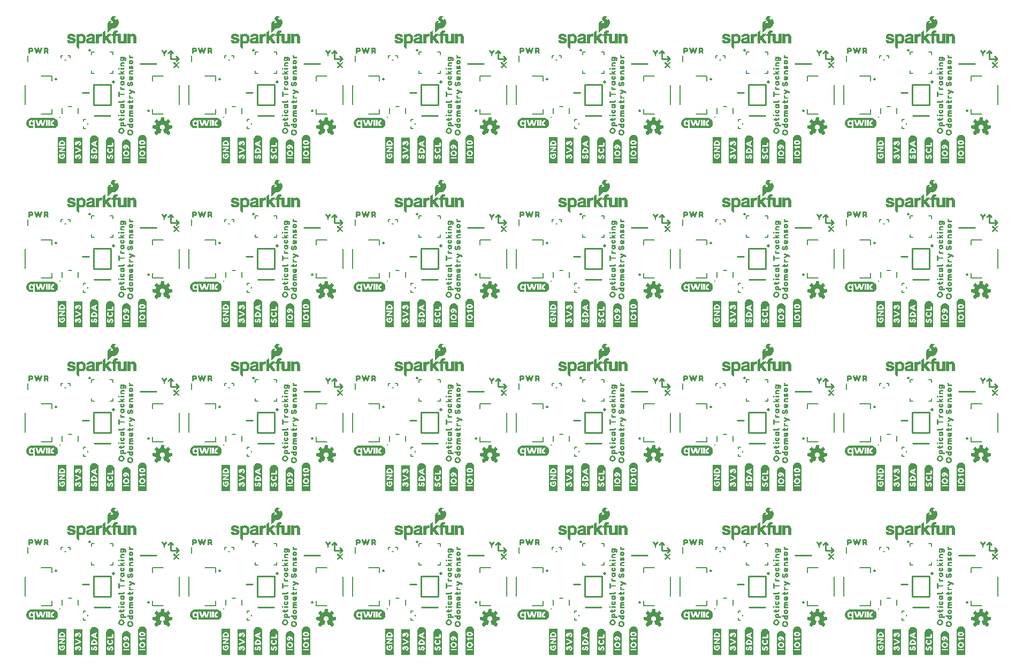
<source format=gto>
G04 EAGLE Gerber RS-274X export*
G75*
%MOMM*%
%FSLAX34Y34*%
%LPD*%
%INSilkscreen Top*%
%IPPOS*%
%AMOC8*
5,1,8,0,0,1.08239X$1,22.5*%
G01*
%ADD10C,0.254000*%
%ADD11C,0.203200*%
%ADD12C,0.508000*%
%ADD13C,0.200000*%
%ADD14C,0.152400*%
%ADD15C,0.254000*%

G36*
X798452Y74223D02*
X798452Y74223D01*
X825949Y74223D01*
X825951Y74224D01*
X825953Y74223D01*
X826480Y74256D01*
X826481Y74256D01*
X826483Y74256D01*
X827535Y74362D01*
X827537Y74364D01*
X827541Y74363D01*
X828057Y74470D01*
X828059Y74472D01*
X828062Y74471D01*
X829073Y74785D01*
X829074Y74787D01*
X829078Y74787D01*
X829563Y74992D01*
X829565Y74994D01*
X829569Y74994D01*
X830498Y75499D01*
X830500Y75502D01*
X830504Y75502D01*
X830938Y75800D01*
X830939Y75803D01*
X830942Y75804D01*
X831758Y76477D01*
X831759Y76480D01*
X831763Y76482D01*
X832128Y76861D01*
X832129Y76863D01*
X832131Y76865D01*
X832804Y77680D01*
X832805Y77684D01*
X832809Y77687D01*
X833090Y78132D01*
X833090Y78134D01*
X833092Y78136D01*
X833597Y79065D01*
X833596Y79069D01*
X833600Y79073D01*
X833786Y79566D01*
X833785Y79568D01*
X833787Y79570D01*
X834101Y80580D01*
X834100Y80584D01*
X834103Y80588D01*
X834188Y81108D01*
X834187Y81109D01*
X834189Y81112D01*
X834295Y82164D01*
X834293Y82167D01*
X834295Y82171D01*
X834287Y82697D01*
X834285Y82699D01*
X834286Y82703D01*
X834180Y83755D01*
X834178Y83757D01*
X834179Y83761D01*
X834077Y84277D01*
X834075Y84279D01*
X834075Y84283D01*
X833762Y85293D01*
X833759Y85295D01*
X833760Y85299D01*
X833558Y85785D01*
X833556Y85787D01*
X833556Y85791D01*
X833051Y86720D01*
X833049Y86722D01*
X833048Y86726D01*
X832753Y87162D01*
X832751Y87163D01*
X832750Y87167D01*
X832077Y87982D01*
X832074Y87983D01*
X832072Y87987D01*
X831695Y88355D01*
X831693Y88356D01*
X831692Y88359D01*
X830876Y89032D01*
X830872Y89032D01*
X830870Y89036D01*
X830426Y89320D01*
X830424Y89320D01*
X830423Y89323D01*
X829493Y89827D01*
X829489Y89827D01*
X829486Y89831D01*
X828994Y90020D01*
X828992Y90020D01*
X828990Y90021D01*
X827980Y90335D01*
X827977Y90334D01*
X827972Y90337D01*
X827454Y90427D01*
X827452Y90426D01*
X827449Y90427D01*
X826397Y90533D01*
X826156Y90558D01*
X826153Y90556D01*
X826150Y90558D01*
X792834Y90558D01*
X792305Y90553D01*
X792303Y90551D01*
X792300Y90552D01*
X790721Y90393D01*
X790717Y90390D01*
X790709Y90391D01*
X789194Y89921D01*
X789190Y89916D01*
X789182Y89916D01*
X787789Y89159D01*
X787786Y89154D01*
X787779Y89152D01*
X786561Y88136D01*
X786559Y88131D01*
X786552Y88127D01*
X785554Y86896D01*
X785554Y86891D01*
X785548Y86886D01*
X785043Y85957D01*
X785044Y85956D01*
X785042Y85955D01*
X784807Y85483D01*
X784808Y85478D01*
X784803Y85473D01*
X784490Y84463D01*
X784490Y84462D01*
X784489Y84461D01*
X784350Y83953D01*
X784351Y83948D01*
X784348Y83942D01*
X784195Y82364D01*
X784198Y82359D01*
X784195Y82351D01*
X784355Y80773D01*
X784358Y80769D01*
X784357Y80761D01*
X784823Y79245D01*
X784827Y79241D01*
X784828Y79233D01*
X785579Y77837D01*
X785584Y77834D01*
X785586Y77827D01*
X785649Y77751D01*
X785856Y77500D01*
X785857Y77500D01*
X786064Y77249D01*
X786272Y76998D01*
X786480Y76747D01*
X786597Y76605D01*
X786603Y76603D01*
X786606Y76596D01*
X787836Y75595D01*
X787841Y75595D01*
X787846Y75589D01*
X789246Y74845D01*
X789251Y74846D01*
X789257Y74840D01*
X790775Y74383D01*
X790780Y74385D01*
X790787Y74381D01*
X792365Y74223D01*
X792368Y74224D01*
X792371Y74223D01*
X794868Y74223D01*
X794887Y74235D01*
X794910Y74239D01*
X794916Y74254D01*
X794925Y74259D01*
X794923Y74270D01*
X794930Y74286D01*
X794929Y74435D01*
X794929Y78818D01*
X794922Y78829D01*
X794924Y78842D01*
X794905Y78855D01*
X794892Y78875D01*
X794879Y78873D01*
X794868Y78881D01*
X794834Y78867D01*
X794825Y78865D01*
X794823Y78862D01*
X794820Y78861D01*
X794598Y78622D01*
X794217Y78268D01*
X793784Y77984D01*
X793312Y77771D01*
X792810Y77645D01*
X792294Y77588D01*
X791773Y77609D01*
X791254Y77658D01*
X790752Y77795D01*
X790261Y77965D01*
X789808Y78219D01*
X789391Y78527D01*
X789004Y78873D01*
X788696Y79292D01*
X788419Y79732D01*
X788204Y80207D01*
X788044Y80702D01*
X787919Y81209D01*
X787820Y82251D01*
X787885Y83295D01*
X788000Y83804D01*
X788133Y84309D01*
X788349Y84782D01*
X788603Y85237D01*
X788909Y85657D01*
X789281Y86018D01*
X789684Y86343D01*
X790138Y86596D01*
X790622Y86784D01*
X791119Y86935D01*
X792160Y87015D01*
X792677Y86966D01*
X793183Y86851D01*
X793665Y86661D01*
X794107Y86392D01*
X794508Y86059D01*
X794823Y85764D01*
X794834Y85762D01*
X794840Y85753D01*
X794865Y85757D01*
X794890Y85752D01*
X794896Y85761D01*
X794907Y85763D01*
X794926Y85804D01*
X794929Y85808D01*
X794928Y85809D01*
X794929Y85810D01*
X794929Y86865D01*
X794933Y86918D01*
X797878Y86918D01*
X797878Y74278D01*
X797890Y74259D01*
X797894Y74236D01*
X797909Y74230D01*
X797914Y74221D01*
X797925Y74223D01*
X797941Y74216D01*
X798452Y74223D01*
G37*
G36*
X1057532Y851463D02*
X1057532Y851463D01*
X1085029Y851463D01*
X1085031Y851464D01*
X1085033Y851463D01*
X1085560Y851496D01*
X1085561Y851496D01*
X1085563Y851496D01*
X1086615Y851602D01*
X1086617Y851604D01*
X1086621Y851603D01*
X1087137Y851710D01*
X1087139Y851712D01*
X1087142Y851711D01*
X1088153Y852025D01*
X1088154Y852027D01*
X1088158Y852027D01*
X1088643Y852232D01*
X1088645Y852234D01*
X1088649Y852234D01*
X1089578Y852739D01*
X1089580Y852742D01*
X1089584Y852742D01*
X1090018Y853040D01*
X1090019Y853043D01*
X1090022Y853044D01*
X1090838Y853717D01*
X1090839Y853720D01*
X1090843Y853722D01*
X1091208Y854101D01*
X1091209Y854103D01*
X1091211Y854105D01*
X1091884Y854920D01*
X1091885Y854924D01*
X1091889Y854927D01*
X1092170Y855372D01*
X1092170Y855374D01*
X1092172Y855376D01*
X1092677Y856305D01*
X1092676Y856309D01*
X1092680Y856313D01*
X1092866Y856806D01*
X1092865Y856808D01*
X1092867Y856810D01*
X1093181Y857820D01*
X1093180Y857824D01*
X1093183Y857828D01*
X1093268Y858348D01*
X1093267Y858349D01*
X1093269Y858352D01*
X1093375Y859404D01*
X1093373Y859407D01*
X1093375Y859411D01*
X1093367Y859937D01*
X1093365Y859939D01*
X1093366Y859943D01*
X1093260Y860995D01*
X1093258Y860997D01*
X1093259Y861001D01*
X1093157Y861517D01*
X1093155Y861519D01*
X1093155Y861523D01*
X1092842Y862533D01*
X1092839Y862535D01*
X1092840Y862539D01*
X1092638Y863025D01*
X1092636Y863027D01*
X1092636Y863031D01*
X1092131Y863960D01*
X1092129Y863962D01*
X1092128Y863966D01*
X1091833Y864402D01*
X1091831Y864403D01*
X1091830Y864407D01*
X1091157Y865222D01*
X1091154Y865223D01*
X1091152Y865227D01*
X1090775Y865595D01*
X1090773Y865596D01*
X1090772Y865599D01*
X1089956Y866272D01*
X1089952Y866272D01*
X1089950Y866276D01*
X1089506Y866560D01*
X1089504Y866560D01*
X1089503Y866563D01*
X1088573Y867067D01*
X1088569Y867067D01*
X1088566Y867071D01*
X1088074Y867260D01*
X1088072Y867260D01*
X1088070Y867261D01*
X1087060Y867575D01*
X1087057Y867574D01*
X1087052Y867577D01*
X1086534Y867667D01*
X1086532Y867666D01*
X1086529Y867667D01*
X1085477Y867773D01*
X1085236Y867798D01*
X1085233Y867796D01*
X1085230Y867798D01*
X1051914Y867798D01*
X1051385Y867793D01*
X1051383Y867791D01*
X1051380Y867792D01*
X1049801Y867633D01*
X1049797Y867630D01*
X1049789Y867631D01*
X1048274Y867161D01*
X1048270Y867156D01*
X1048262Y867156D01*
X1046869Y866399D01*
X1046866Y866394D01*
X1046859Y866392D01*
X1045641Y865376D01*
X1045639Y865371D01*
X1045632Y865367D01*
X1044634Y864136D01*
X1044634Y864131D01*
X1044628Y864126D01*
X1044123Y863197D01*
X1044124Y863196D01*
X1044122Y863195D01*
X1043887Y862723D01*
X1043888Y862718D01*
X1043883Y862713D01*
X1043570Y861703D01*
X1043570Y861702D01*
X1043569Y861701D01*
X1043430Y861193D01*
X1043431Y861188D01*
X1043428Y861182D01*
X1043275Y859604D01*
X1043278Y859599D01*
X1043275Y859591D01*
X1043435Y858013D01*
X1043438Y858009D01*
X1043437Y858001D01*
X1043903Y856485D01*
X1043907Y856481D01*
X1043908Y856473D01*
X1044659Y855077D01*
X1044664Y855074D01*
X1044666Y855067D01*
X1044729Y854991D01*
X1044936Y854740D01*
X1044937Y854740D01*
X1045144Y854489D01*
X1045352Y854238D01*
X1045560Y853987D01*
X1045677Y853845D01*
X1045683Y853843D01*
X1045686Y853836D01*
X1046916Y852835D01*
X1046921Y852835D01*
X1046926Y852829D01*
X1048326Y852085D01*
X1048331Y852086D01*
X1048337Y852080D01*
X1049855Y851623D01*
X1049860Y851625D01*
X1049867Y851621D01*
X1051445Y851463D01*
X1051448Y851464D01*
X1051451Y851463D01*
X1053948Y851463D01*
X1053967Y851475D01*
X1053990Y851479D01*
X1053996Y851494D01*
X1054005Y851499D01*
X1054003Y851510D01*
X1054010Y851526D01*
X1054009Y851675D01*
X1054009Y856058D01*
X1054002Y856069D01*
X1054004Y856082D01*
X1053985Y856095D01*
X1053972Y856115D01*
X1053959Y856113D01*
X1053948Y856121D01*
X1053914Y856107D01*
X1053905Y856105D01*
X1053903Y856102D01*
X1053900Y856101D01*
X1053678Y855862D01*
X1053297Y855508D01*
X1052864Y855224D01*
X1052392Y855011D01*
X1051890Y854885D01*
X1051374Y854828D01*
X1050853Y854849D01*
X1050334Y854898D01*
X1049832Y855035D01*
X1049341Y855205D01*
X1048888Y855459D01*
X1048471Y855767D01*
X1048084Y856113D01*
X1047776Y856532D01*
X1047499Y856972D01*
X1047284Y857447D01*
X1047124Y857942D01*
X1046999Y858449D01*
X1046900Y859491D01*
X1046965Y860535D01*
X1047080Y861044D01*
X1047213Y861549D01*
X1047429Y862022D01*
X1047683Y862477D01*
X1047989Y862897D01*
X1048361Y863258D01*
X1048764Y863583D01*
X1049218Y863836D01*
X1049702Y864024D01*
X1050199Y864175D01*
X1051240Y864255D01*
X1051757Y864206D01*
X1052263Y864091D01*
X1052745Y863901D01*
X1053187Y863632D01*
X1053588Y863299D01*
X1053903Y863004D01*
X1053914Y863002D01*
X1053920Y862993D01*
X1053945Y862997D01*
X1053970Y862992D01*
X1053976Y863001D01*
X1053987Y863003D01*
X1054006Y863044D01*
X1054009Y863048D01*
X1054008Y863049D01*
X1054009Y863050D01*
X1054009Y864105D01*
X1054013Y864158D01*
X1056958Y864158D01*
X1056958Y851518D01*
X1056970Y851499D01*
X1056974Y851476D01*
X1056989Y851470D01*
X1056994Y851461D01*
X1057005Y851463D01*
X1057021Y851456D01*
X1057532Y851463D01*
G37*
G36*
X798452Y333303D02*
X798452Y333303D01*
X825949Y333303D01*
X825951Y333304D01*
X825953Y333303D01*
X826480Y333336D01*
X826481Y333336D01*
X826483Y333336D01*
X827535Y333442D01*
X827537Y333444D01*
X827541Y333443D01*
X828057Y333550D01*
X828059Y333552D01*
X828062Y333551D01*
X829073Y333865D01*
X829074Y333867D01*
X829078Y333867D01*
X829563Y334072D01*
X829565Y334074D01*
X829569Y334074D01*
X830498Y334579D01*
X830500Y334582D01*
X830504Y334582D01*
X830938Y334880D01*
X830939Y334883D01*
X830942Y334884D01*
X831758Y335557D01*
X831759Y335560D01*
X831763Y335562D01*
X832128Y335941D01*
X832129Y335943D01*
X832131Y335945D01*
X832804Y336760D01*
X832805Y336764D01*
X832809Y336767D01*
X833090Y337212D01*
X833090Y337214D01*
X833092Y337216D01*
X833597Y338145D01*
X833596Y338149D01*
X833600Y338153D01*
X833786Y338646D01*
X833785Y338648D01*
X833787Y338650D01*
X834101Y339660D01*
X834100Y339664D01*
X834103Y339668D01*
X834188Y340188D01*
X834187Y340189D01*
X834189Y340192D01*
X834295Y341244D01*
X834293Y341247D01*
X834295Y341251D01*
X834287Y341777D01*
X834285Y341779D01*
X834286Y341783D01*
X834180Y342835D01*
X834178Y342837D01*
X834179Y342841D01*
X834077Y343357D01*
X834075Y343359D01*
X834075Y343363D01*
X833762Y344373D01*
X833759Y344375D01*
X833760Y344379D01*
X833558Y344865D01*
X833556Y344867D01*
X833556Y344871D01*
X833051Y345800D01*
X833049Y345802D01*
X833048Y345806D01*
X832753Y346242D01*
X832751Y346243D01*
X832750Y346247D01*
X832077Y347062D01*
X832074Y347063D01*
X832072Y347067D01*
X831695Y347435D01*
X831693Y347436D01*
X831692Y347439D01*
X830876Y348112D01*
X830872Y348112D01*
X830870Y348116D01*
X830426Y348400D01*
X830424Y348400D01*
X830423Y348403D01*
X829493Y348907D01*
X829489Y348907D01*
X829486Y348911D01*
X828994Y349100D01*
X828992Y349100D01*
X828990Y349101D01*
X827980Y349415D01*
X827977Y349414D01*
X827972Y349417D01*
X827454Y349507D01*
X827452Y349506D01*
X827449Y349507D01*
X826397Y349613D01*
X826156Y349638D01*
X826153Y349636D01*
X826150Y349638D01*
X792834Y349638D01*
X792305Y349633D01*
X792303Y349631D01*
X792300Y349632D01*
X790721Y349473D01*
X790717Y349470D01*
X790709Y349471D01*
X789194Y349001D01*
X789190Y348996D01*
X789182Y348996D01*
X787789Y348239D01*
X787786Y348234D01*
X787779Y348232D01*
X786561Y347216D01*
X786559Y347211D01*
X786552Y347207D01*
X785554Y345976D01*
X785554Y345971D01*
X785548Y345966D01*
X785043Y345037D01*
X785044Y345036D01*
X785042Y345035D01*
X784807Y344563D01*
X784808Y344558D01*
X784803Y344553D01*
X784490Y343543D01*
X784490Y343542D01*
X784489Y343541D01*
X784350Y343033D01*
X784351Y343028D01*
X784348Y343022D01*
X784195Y341444D01*
X784198Y341439D01*
X784195Y341431D01*
X784355Y339853D01*
X784358Y339849D01*
X784357Y339841D01*
X784823Y338325D01*
X784827Y338321D01*
X784828Y338313D01*
X785579Y336917D01*
X785584Y336914D01*
X785586Y336907D01*
X785649Y336831D01*
X785856Y336580D01*
X785857Y336580D01*
X786064Y336329D01*
X786272Y336078D01*
X786480Y335827D01*
X786597Y335685D01*
X786603Y335683D01*
X786606Y335676D01*
X787836Y334675D01*
X787841Y334675D01*
X787846Y334669D01*
X789246Y333925D01*
X789251Y333926D01*
X789257Y333920D01*
X790775Y333463D01*
X790780Y333465D01*
X790787Y333461D01*
X792365Y333303D01*
X792368Y333304D01*
X792371Y333303D01*
X794868Y333303D01*
X794887Y333315D01*
X794910Y333319D01*
X794916Y333334D01*
X794925Y333339D01*
X794923Y333350D01*
X794930Y333366D01*
X794929Y333515D01*
X794929Y337898D01*
X794922Y337909D01*
X794924Y337922D01*
X794905Y337935D01*
X794892Y337955D01*
X794879Y337953D01*
X794868Y337961D01*
X794834Y337947D01*
X794825Y337945D01*
X794823Y337942D01*
X794820Y337941D01*
X794598Y337702D01*
X794217Y337348D01*
X793784Y337064D01*
X793312Y336851D01*
X792810Y336725D01*
X792294Y336668D01*
X791773Y336689D01*
X791254Y336738D01*
X790752Y336875D01*
X790261Y337045D01*
X789808Y337299D01*
X789391Y337607D01*
X789004Y337953D01*
X788696Y338372D01*
X788419Y338812D01*
X788204Y339287D01*
X788044Y339782D01*
X787919Y340289D01*
X787820Y341331D01*
X787885Y342375D01*
X788000Y342884D01*
X788133Y343389D01*
X788349Y343862D01*
X788603Y344317D01*
X788909Y344737D01*
X789281Y345098D01*
X789684Y345423D01*
X790138Y345676D01*
X790622Y345864D01*
X791119Y346015D01*
X792160Y346095D01*
X792677Y346046D01*
X793183Y345931D01*
X793665Y345741D01*
X794107Y345472D01*
X794508Y345139D01*
X794823Y344844D01*
X794834Y344842D01*
X794840Y344833D01*
X794865Y344837D01*
X794890Y344832D01*
X794896Y344841D01*
X794907Y344843D01*
X794926Y344884D01*
X794929Y344888D01*
X794928Y344889D01*
X794929Y344890D01*
X794929Y345945D01*
X794933Y345998D01*
X797878Y345998D01*
X797878Y333358D01*
X797890Y333339D01*
X797894Y333316D01*
X797909Y333310D01*
X797914Y333301D01*
X797925Y333303D01*
X797941Y333296D01*
X798452Y333303D01*
G37*
G36*
X539372Y74223D02*
X539372Y74223D01*
X566869Y74223D01*
X566871Y74224D01*
X566873Y74223D01*
X567400Y74256D01*
X567401Y74256D01*
X567403Y74256D01*
X568455Y74362D01*
X568457Y74364D01*
X568461Y74363D01*
X568977Y74470D01*
X568979Y74472D01*
X568982Y74471D01*
X569993Y74785D01*
X569994Y74787D01*
X569998Y74787D01*
X570483Y74992D01*
X570485Y74994D01*
X570489Y74994D01*
X571418Y75499D01*
X571420Y75502D01*
X571424Y75502D01*
X571858Y75800D01*
X571859Y75803D01*
X571862Y75804D01*
X572678Y76477D01*
X572679Y76480D01*
X572683Y76482D01*
X573048Y76861D01*
X573049Y76863D01*
X573051Y76865D01*
X573724Y77680D01*
X573725Y77684D01*
X573729Y77687D01*
X574010Y78132D01*
X574010Y78134D01*
X574012Y78136D01*
X574517Y79065D01*
X574516Y79069D01*
X574520Y79073D01*
X574706Y79566D01*
X574705Y79568D01*
X574707Y79570D01*
X575021Y80580D01*
X575020Y80584D01*
X575023Y80588D01*
X575108Y81108D01*
X575107Y81109D01*
X575109Y81112D01*
X575215Y82164D01*
X575213Y82167D01*
X575215Y82171D01*
X575207Y82697D01*
X575205Y82699D01*
X575206Y82703D01*
X575100Y83755D01*
X575098Y83757D01*
X575099Y83761D01*
X574997Y84277D01*
X574995Y84279D01*
X574995Y84283D01*
X574682Y85293D01*
X574679Y85295D01*
X574680Y85299D01*
X574478Y85785D01*
X574476Y85787D01*
X574476Y85791D01*
X573971Y86720D01*
X573969Y86722D01*
X573968Y86726D01*
X573673Y87162D01*
X573671Y87163D01*
X573670Y87167D01*
X572997Y87982D01*
X572994Y87983D01*
X572992Y87987D01*
X572615Y88355D01*
X572613Y88356D01*
X572612Y88359D01*
X571796Y89032D01*
X571792Y89032D01*
X571790Y89036D01*
X571346Y89320D01*
X571344Y89320D01*
X571343Y89323D01*
X570413Y89827D01*
X570409Y89827D01*
X570406Y89831D01*
X569914Y90020D01*
X569912Y90020D01*
X569910Y90021D01*
X568900Y90335D01*
X568897Y90334D01*
X568892Y90337D01*
X568374Y90427D01*
X568372Y90426D01*
X568369Y90427D01*
X567317Y90533D01*
X567076Y90558D01*
X567073Y90556D01*
X567070Y90558D01*
X533754Y90558D01*
X533225Y90553D01*
X533223Y90551D01*
X533220Y90552D01*
X531641Y90393D01*
X531637Y90390D01*
X531629Y90391D01*
X530114Y89921D01*
X530110Y89916D01*
X530102Y89916D01*
X528709Y89159D01*
X528706Y89154D01*
X528699Y89152D01*
X527481Y88136D01*
X527479Y88131D01*
X527472Y88127D01*
X526474Y86896D01*
X526474Y86891D01*
X526468Y86886D01*
X525963Y85957D01*
X525964Y85956D01*
X525962Y85955D01*
X525727Y85483D01*
X525728Y85478D01*
X525723Y85473D01*
X525410Y84463D01*
X525410Y84462D01*
X525409Y84461D01*
X525270Y83953D01*
X525271Y83948D01*
X525268Y83942D01*
X525115Y82364D01*
X525118Y82359D01*
X525115Y82351D01*
X525275Y80773D01*
X525278Y80769D01*
X525277Y80761D01*
X525743Y79245D01*
X525747Y79241D01*
X525748Y79233D01*
X526499Y77837D01*
X526504Y77834D01*
X526506Y77827D01*
X526569Y77751D01*
X526776Y77500D01*
X526777Y77500D01*
X526984Y77249D01*
X527192Y76998D01*
X527400Y76747D01*
X527517Y76605D01*
X527523Y76603D01*
X527526Y76596D01*
X528756Y75595D01*
X528761Y75595D01*
X528766Y75589D01*
X530166Y74845D01*
X530171Y74846D01*
X530177Y74840D01*
X531695Y74383D01*
X531700Y74385D01*
X531707Y74381D01*
X533285Y74223D01*
X533288Y74224D01*
X533291Y74223D01*
X535788Y74223D01*
X535807Y74235D01*
X535830Y74239D01*
X535836Y74254D01*
X535845Y74259D01*
X535843Y74270D01*
X535850Y74286D01*
X535849Y74435D01*
X535849Y78818D01*
X535842Y78829D01*
X535844Y78842D01*
X535825Y78855D01*
X535812Y78875D01*
X535799Y78873D01*
X535788Y78881D01*
X535754Y78867D01*
X535745Y78865D01*
X535743Y78862D01*
X535740Y78861D01*
X535518Y78622D01*
X535137Y78268D01*
X534704Y77984D01*
X534232Y77771D01*
X533730Y77645D01*
X533214Y77588D01*
X532693Y77609D01*
X532174Y77658D01*
X531672Y77795D01*
X531181Y77965D01*
X530728Y78219D01*
X530311Y78527D01*
X529924Y78873D01*
X529616Y79292D01*
X529339Y79732D01*
X529124Y80207D01*
X528964Y80702D01*
X528839Y81209D01*
X528740Y82251D01*
X528805Y83295D01*
X528920Y83804D01*
X529053Y84309D01*
X529269Y84782D01*
X529523Y85237D01*
X529829Y85657D01*
X530201Y86018D01*
X530604Y86343D01*
X531058Y86596D01*
X531542Y86784D01*
X532039Y86935D01*
X533080Y87015D01*
X533597Y86966D01*
X534103Y86851D01*
X534585Y86661D01*
X535027Y86392D01*
X535428Y86059D01*
X535743Y85764D01*
X535754Y85762D01*
X535760Y85753D01*
X535785Y85757D01*
X535810Y85752D01*
X535816Y85761D01*
X535827Y85763D01*
X535846Y85804D01*
X535849Y85808D01*
X535848Y85809D01*
X535849Y85810D01*
X535849Y86865D01*
X535853Y86918D01*
X538798Y86918D01*
X538798Y74278D01*
X538810Y74259D01*
X538814Y74236D01*
X538829Y74230D01*
X538834Y74221D01*
X538845Y74223D01*
X538861Y74216D01*
X539372Y74223D01*
G37*
G36*
X280292Y851463D02*
X280292Y851463D01*
X307789Y851463D01*
X307791Y851464D01*
X307793Y851463D01*
X308320Y851496D01*
X308321Y851496D01*
X308323Y851496D01*
X309375Y851602D01*
X309377Y851604D01*
X309381Y851603D01*
X309897Y851710D01*
X309899Y851712D01*
X309902Y851711D01*
X310913Y852025D01*
X310914Y852027D01*
X310918Y852027D01*
X311403Y852232D01*
X311405Y852234D01*
X311409Y852234D01*
X312338Y852739D01*
X312340Y852742D01*
X312344Y852742D01*
X312778Y853040D01*
X312779Y853043D01*
X312782Y853044D01*
X313598Y853717D01*
X313599Y853720D01*
X313603Y853722D01*
X313968Y854101D01*
X313969Y854103D01*
X313971Y854105D01*
X314644Y854920D01*
X314645Y854924D01*
X314649Y854927D01*
X314930Y855372D01*
X314930Y855374D01*
X314932Y855376D01*
X315437Y856305D01*
X315436Y856309D01*
X315440Y856313D01*
X315626Y856806D01*
X315625Y856808D01*
X315627Y856810D01*
X315941Y857820D01*
X315940Y857824D01*
X315943Y857828D01*
X316028Y858348D01*
X316027Y858349D01*
X316029Y858352D01*
X316135Y859404D01*
X316133Y859407D01*
X316135Y859411D01*
X316127Y859937D01*
X316125Y859939D01*
X316126Y859943D01*
X316020Y860995D01*
X316018Y860997D01*
X316019Y861001D01*
X315917Y861517D01*
X315915Y861519D01*
X315915Y861523D01*
X315602Y862533D01*
X315599Y862535D01*
X315600Y862539D01*
X315398Y863025D01*
X315396Y863027D01*
X315396Y863031D01*
X314891Y863960D01*
X314889Y863962D01*
X314888Y863966D01*
X314593Y864402D01*
X314591Y864403D01*
X314590Y864407D01*
X313917Y865222D01*
X313914Y865223D01*
X313912Y865227D01*
X313535Y865595D01*
X313533Y865596D01*
X313532Y865599D01*
X312716Y866272D01*
X312712Y866272D01*
X312710Y866276D01*
X312266Y866560D01*
X312264Y866560D01*
X312263Y866563D01*
X311333Y867067D01*
X311329Y867067D01*
X311326Y867071D01*
X310834Y867260D01*
X310832Y867260D01*
X310830Y867261D01*
X309820Y867575D01*
X309817Y867574D01*
X309812Y867577D01*
X309294Y867667D01*
X309292Y867666D01*
X309289Y867667D01*
X308237Y867773D01*
X307996Y867798D01*
X307993Y867796D01*
X307990Y867798D01*
X274674Y867798D01*
X274145Y867793D01*
X274143Y867791D01*
X274140Y867792D01*
X272561Y867633D01*
X272557Y867630D01*
X272549Y867631D01*
X271034Y867161D01*
X271030Y867156D01*
X271022Y867156D01*
X269629Y866399D01*
X269626Y866394D01*
X269619Y866392D01*
X268401Y865376D01*
X268399Y865371D01*
X268392Y865367D01*
X267394Y864136D01*
X267394Y864131D01*
X267388Y864126D01*
X266883Y863197D01*
X266884Y863196D01*
X266882Y863195D01*
X266647Y862723D01*
X266648Y862718D01*
X266643Y862713D01*
X266330Y861703D01*
X266330Y861702D01*
X266329Y861701D01*
X266190Y861193D01*
X266191Y861188D01*
X266188Y861182D01*
X266035Y859604D01*
X266038Y859599D01*
X266035Y859591D01*
X266195Y858013D01*
X266198Y858009D01*
X266197Y858001D01*
X266663Y856485D01*
X266667Y856481D01*
X266668Y856473D01*
X267419Y855077D01*
X267424Y855074D01*
X267426Y855067D01*
X267489Y854991D01*
X267696Y854740D01*
X267697Y854740D01*
X267904Y854489D01*
X268112Y854238D01*
X268320Y853987D01*
X268437Y853845D01*
X268443Y853843D01*
X268446Y853836D01*
X269676Y852835D01*
X269681Y852835D01*
X269686Y852829D01*
X271086Y852085D01*
X271091Y852086D01*
X271097Y852080D01*
X272615Y851623D01*
X272620Y851625D01*
X272627Y851621D01*
X274205Y851463D01*
X274208Y851464D01*
X274211Y851463D01*
X276708Y851463D01*
X276727Y851475D01*
X276750Y851479D01*
X276756Y851494D01*
X276765Y851499D01*
X276763Y851510D01*
X276770Y851526D01*
X276769Y851675D01*
X276769Y856058D01*
X276762Y856069D01*
X276764Y856082D01*
X276745Y856095D01*
X276732Y856115D01*
X276719Y856113D01*
X276708Y856121D01*
X276674Y856107D01*
X276665Y856105D01*
X276663Y856102D01*
X276660Y856101D01*
X276438Y855862D01*
X276057Y855508D01*
X275624Y855224D01*
X275152Y855011D01*
X274650Y854885D01*
X274134Y854828D01*
X273613Y854849D01*
X273094Y854898D01*
X272592Y855035D01*
X272101Y855205D01*
X271648Y855459D01*
X271231Y855767D01*
X270844Y856113D01*
X270536Y856532D01*
X270259Y856972D01*
X270044Y857447D01*
X269884Y857942D01*
X269759Y858449D01*
X269660Y859491D01*
X269725Y860535D01*
X269840Y861044D01*
X269973Y861549D01*
X270189Y862022D01*
X270443Y862477D01*
X270749Y862897D01*
X271121Y863258D01*
X271524Y863583D01*
X271978Y863836D01*
X272462Y864024D01*
X272959Y864175D01*
X274000Y864255D01*
X274517Y864206D01*
X275023Y864091D01*
X275505Y863901D01*
X275947Y863632D01*
X276348Y863299D01*
X276663Y863004D01*
X276674Y863002D01*
X276680Y862993D01*
X276705Y862997D01*
X276730Y862992D01*
X276736Y863001D01*
X276747Y863003D01*
X276766Y863044D01*
X276769Y863048D01*
X276768Y863049D01*
X276769Y863050D01*
X276769Y864105D01*
X276773Y864158D01*
X279718Y864158D01*
X279718Y851518D01*
X279730Y851499D01*
X279734Y851476D01*
X279749Y851470D01*
X279754Y851461D01*
X279765Y851463D01*
X279781Y851456D01*
X280292Y851463D01*
G37*
G36*
X1057532Y333303D02*
X1057532Y333303D01*
X1085029Y333303D01*
X1085031Y333304D01*
X1085033Y333303D01*
X1085560Y333336D01*
X1085561Y333336D01*
X1085563Y333336D01*
X1086615Y333442D01*
X1086617Y333444D01*
X1086621Y333443D01*
X1087137Y333550D01*
X1087139Y333552D01*
X1087142Y333551D01*
X1088153Y333865D01*
X1088154Y333867D01*
X1088158Y333867D01*
X1088643Y334072D01*
X1088645Y334074D01*
X1088649Y334074D01*
X1089578Y334579D01*
X1089580Y334582D01*
X1089584Y334582D01*
X1090018Y334880D01*
X1090019Y334883D01*
X1090022Y334884D01*
X1090838Y335557D01*
X1090839Y335560D01*
X1090843Y335562D01*
X1091208Y335941D01*
X1091209Y335943D01*
X1091211Y335945D01*
X1091884Y336760D01*
X1091885Y336764D01*
X1091889Y336767D01*
X1092170Y337212D01*
X1092170Y337214D01*
X1092172Y337216D01*
X1092677Y338145D01*
X1092676Y338149D01*
X1092680Y338153D01*
X1092866Y338646D01*
X1092865Y338648D01*
X1092867Y338650D01*
X1093181Y339660D01*
X1093180Y339664D01*
X1093183Y339668D01*
X1093268Y340188D01*
X1093267Y340189D01*
X1093269Y340192D01*
X1093375Y341244D01*
X1093373Y341247D01*
X1093375Y341251D01*
X1093367Y341777D01*
X1093365Y341779D01*
X1093366Y341783D01*
X1093260Y342835D01*
X1093258Y342837D01*
X1093259Y342841D01*
X1093157Y343357D01*
X1093155Y343359D01*
X1093155Y343363D01*
X1092842Y344373D01*
X1092839Y344375D01*
X1092840Y344379D01*
X1092638Y344865D01*
X1092636Y344867D01*
X1092636Y344871D01*
X1092131Y345800D01*
X1092129Y345802D01*
X1092128Y345806D01*
X1091833Y346242D01*
X1091831Y346243D01*
X1091830Y346247D01*
X1091157Y347062D01*
X1091154Y347063D01*
X1091152Y347067D01*
X1090775Y347435D01*
X1090773Y347436D01*
X1090772Y347439D01*
X1089956Y348112D01*
X1089952Y348112D01*
X1089950Y348116D01*
X1089506Y348400D01*
X1089504Y348400D01*
X1089503Y348403D01*
X1088573Y348907D01*
X1088569Y348907D01*
X1088566Y348911D01*
X1088074Y349100D01*
X1088072Y349100D01*
X1088070Y349101D01*
X1087060Y349415D01*
X1087057Y349414D01*
X1087052Y349417D01*
X1086534Y349507D01*
X1086532Y349506D01*
X1086529Y349507D01*
X1085477Y349613D01*
X1085236Y349638D01*
X1085233Y349636D01*
X1085230Y349638D01*
X1051914Y349638D01*
X1051385Y349633D01*
X1051383Y349631D01*
X1051380Y349632D01*
X1049801Y349473D01*
X1049797Y349470D01*
X1049789Y349471D01*
X1048274Y349001D01*
X1048270Y348996D01*
X1048262Y348996D01*
X1046869Y348239D01*
X1046866Y348234D01*
X1046859Y348232D01*
X1045641Y347216D01*
X1045639Y347211D01*
X1045632Y347207D01*
X1044634Y345976D01*
X1044634Y345971D01*
X1044628Y345966D01*
X1044123Y345037D01*
X1044124Y345036D01*
X1044122Y345035D01*
X1043887Y344563D01*
X1043888Y344558D01*
X1043883Y344553D01*
X1043570Y343543D01*
X1043570Y343542D01*
X1043569Y343541D01*
X1043430Y343033D01*
X1043431Y343028D01*
X1043428Y343022D01*
X1043275Y341444D01*
X1043278Y341439D01*
X1043275Y341431D01*
X1043435Y339853D01*
X1043438Y339849D01*
X1043437Y339841D01*
X1043903Y338325D01*
X1043907Y338321D01*
X1043908Y338313D01*
X1044659Y336917D01*
X1044664Y336914D01*
X1044666Y336907D01*
X1044729Y336831D01*
X1044936Y336580D01*
X1044937Y336580D01*
X1045144Y336329D01*
X1045352Y336078D01*
X1045560Y335827D01*
X1045677Y335685D01*
X1045683Y335683D01*
X1045686Y335676D01*
X1046916Y334675D01*
X1046921Y334675D01*
X1046926Y334669D01*
X1048326Y333925D01*
X1048331Y333926D01*
X1048337Y333920D01*
X1049855Y333463D01*
X1049860Y333465D01*
X1049867Y333461D01*
X1051445Y333303D01*
X1051448Y333304D01*
X1051451Y333303D01*
X1053948Y333303D01*
X1053967Y333315D01*
X1053990Y333319D01*
X1053996Y333334D01*
X1054005Y333339D01*
X1054003Y333350D01*
X1054010Y333366D01*
X1054009Y333515D01*
X1054009Y337898D01*
X1054002Y337909D01*
X1054004Y337922D01*
X1053985Y337935D01*
X1053972Y337955D01*
X1053959Y337953D01*
X1053948Y337961D01*
X1053914Y337947D01*
X1053905Y337945D01*
X1053903Y337942D01*
X1053900Y337941D01*
X1053678Y337702D01*
X1053297Y337348D01*
X1052864Y337064D01*
X1052392Y336851D01*
X1051890Y336725D01*
X1051374Y336668D01*
X1050853Y336689D01*
X1050334Y336738D01*
X1049832Y336875D01*
X1049341Y337045D01*
X1048888Y337299D01*
X1048471Y337607D01*
X1048084Y337953D01*
X1047776Y338372D01*
X1047499Y338812D01*
X1047284Y339287D01*
X1047124Y339782D01*
X1046999Y340289D01*
X1046900Y341331D01*
X1046965Y342375D01*
X1047080Y342884D01*
X1047213Y343389D01*
X1047429Y343862D01*
X1047683Y344317D01*
X1047989Y344737D01*
X1048361Y345098D01*
X1048764Y345423D01*
X1049218Y345676D01*
X1049702Y345864D01*
X1050199Y346015D01*
X1051240Y346095D01*
X1051757Y346046D01*
X1052263Y345931D01*
X1052745Y345741D01*
X1053187Y345472D01*
X1053588Y345139D01*
X1053903Y344844D01*
X1053914Y344842D01*
X1053920Y344833D01*
X1053945Y344837D01*
X1053970Y344832D01*
X1053976Y344841D01*
X1053987Y344843D01*
X1054006Y344884D01*
X1054009Y344888D01*
X1054008Y344889D01*
X1054009Y344890D01*
X1054009Y345945D01*
X1054013Y345998D01*
X1056958Y345998D01*
X1056958Y333358D01*
X1056970Y333339D01*
X1056974Y333316D01*
X1056989Y333310D01*
X1056994Y333301D01*
X1057005Y333303D01*
X1057021Y333296D01*
X1057532Y333303D01*
G37*
G36*
X1316612Y333303D02*
X1316612Y333303D01*
X1344109Y333303D01*
X1344111Y333304D01*
X1344113Y333303D01*
X1344640Y333336D01*
X1344641Y333336D01*
X1344643Y333336D01*
X1345695Y333442D01*
X1345697Y333444D01*
X1345701Y333443D01*
X1346217Y333550D01*
X1346219Y333552D01*
X1346222Y333551D01*
X1347233Y333865D01*
X1347234Y333867D01*
X1347238Y333867D01*
X1347723Y334072D01*
X1347725Y334074D01*
X1347729Y334074D01*
X1348658Y334579D01*
X1348660Y334582D01*
X1348664Y334582D01*
X1349098Y334880D01*
X1349099Y334883D01*
X1349102Y334884D01*
X1349918Y335557D01*
X1349919Y335560D01*
X1349923Y335562D01*
X1350288Y335941D01*
X1350289Y335943D01*
X1350291Y335945D01*
X1350964Y336760D01*
X1350965Y336764D01*
X1350969Y336767D01*
X1351250Y337212D01*
X1351250Y337214D01*
X1351252Y337216D01*
X1351757Y338145D01*
X1351756Y338149D01*
X1351760Y338153D01*
X1351946Y338646D01*
X1351945Y338648D01*
X1351947Y338650D01*
X1352261Y339660D01*
X1352260Y339664D01*
X1352263Y339668D01*
X1352348Y340188D01*
X1352347Y340189D01*
X1352349Y340192D01*
X1352455Y341244D01*
X1352453Y341247D01*
X1352455Y341251D01*
X1352447Y341777D01*
X1352445Y341779D01*
X1352446Y341783D01*
X1352340Y342835D01*
X1352338Y342837D01*
X1352339Y342841D01*
X1352237Y343357D01*
X1352235Y343359D01*
X1352235Y343363D01*
X1351922Y344373D01*
X1351919Y344375D01*
X1351920Y344379D01*
X1351718Y344865D01*
X1351716Y344867D01*
X1351716Y344871D01*
X1351211Y345800D01*
X1351209Y345802D01*
X1351208Y345806D01*
X1350913Y346242D01*
X1350911Y346243D01*
X1350910Y346247D01*
X1350237Y347062D01*
X1350234Y347063D01*
X1350232Y347067D01*
X1349855Y347435D01*
X1349853Y347436D01*
X1349852Y347439D01*
X1349036Y348112D01*
X1349032Y348112D01*
X1349030Y348116D01*
X1348586Y348400D01*
X1348584Y348400D01*
X1348583Y348403D01*
X1347653Y348907D01*
X1347649Y348907D01*
X1347646Y348911D01*
X1347154Y349100D01*
X1347152Y349100D01*
X1347150Y349101D01*
X1346140Y349415D01*
X1346137Y349414D01*
X1346132Y349417D01*
X1345614Y349507D01*
X1345612Y349506D01*
X1345609Y349507D01*
X1344557Y349613D01*
X1344316Y349638D01*
X1344313Y349636D01*
X1344310Y349638D01*
X1310994Y349638D01*
X1310465Y349633D01*
X1310463Y349631D01*
X1310460Y349632D01*
X1308881Y349473D01*
X1308877Y349470D01*
X1308869Y349471D01*
X1307354Y349001D01*
X1307350Y348996D01*
X1307342Y348996D01*
X1305949Y348239D01*
X1305946Y348234D01*
X1305939Y348232D01*
X1304721Y347216D01*
X1304719Y347211D01*
X1304712Y347207D01*
X1303714Y345976D01*
X1303714Y345971D01*
X1303708Y345966D01*
X1303203Y345037D01*
X1303204Y345036D01*
X1303202Y345035D01*
X1302967Y344563D01*
X1302968Y344558D01*
X1302963Y344553D01*
X1302650Y343543D01*
X1302650Y343542D01*
X1302649Y343541D01*
X1302510Y343033D01*
X1302511Y343028D01*
X1302508Y343022D01*
X1302355Y341444D01*
X1302358Y341439D01*
X1302355Y341431D01*
X1302515Y339853D01*
X1302518Y339849D01*
X1302517Y339841D01*
X1302983Y338325D01*
X1302987Y338321D01*
X1302988Y338313D01*
X1303739Y336917D01*
X1303744Y336914D01*
X1303746Y336907D01*
X1303809Y336831D01*
X1304016Y336580D01*
X1304017Y336580D01*
X1304224Y336329D01*
X1304432Y336078D01*
X1304640Y335827D01*
X1304757Y335685D01*
X1304763Y335683D01*
X1304766Y335676D01*
X1305996Y334675D01*
X1306001Y334675D01*
X1306006Y334669D01*
X1307406Y333925D01*
X1307411Y333926D01*
X1307417Y333920D01*
X1308935Y333463D01*
X1308940Y333465D01*
X1308947Y333461D01*
X1310525Y333303D01*
X1310528Y333304D01*
X1310531Y333303D01*
X1313028Y333303D01*
X1313047Y333315D01*
X1313070Y333319D01*
X1313076Y333334D01*
X1313085Y333339D01*
X1313083Y333350D01*
X1313090Y333366D01*
X1313089Y333515D01*
X1313089Y337898D01*
X1313082Y337909D01*
X1313084Y337922D01*
X1313065Y337935D01*
X1313052Y337955D01*
X1313039Y337953D01*
X1313028Y337961D01*
X1312994Y337947D01*
X1312985Y337945D01*
X1312983Y337942D01*
X1312980Y337941D01*
X1312758Y337702D01*
X1312377Y337348D01*
X1311944Y337064D01*
X1311472Y336851D01*
X1310970Y336725D01*
X1310454Y336668D01*
X1309933Y336689D01*
X1309414Y336738D01*
X1308912Y336875D01*
X1308421Y337045D01*
X1307968Y337299D01*
X1307551Y337607D01*
X1307164Y337953D01*
X1306856Y338372D01*
X1306579Y338812D01*
X1306364Y339287D01*
X1306204Y339782D01*
X1306079Y340289D01*
X1305980Y341331D01*
X1306045Y342375D01*
X1306160Y342884D01*
X1306293Y343389D01*
X1306509Y343862D01*
X1306763Y344317D01*
X1307069Y344737D01*
X1307441Y345098D01*
X1307844Y345423D01*
X1308298Y345676D01*
X1308782Y345864D01*
X1309279Y346015D01*
X1310320Y346095D01*
X1310837Y346046D01*
X1311343Y345931D01*
X1311825Y345741D01*
X1312267Y345472D01*
X1312668Y345139D01*
X1312983Y344844D01*
X1312994Y344842D01*
X1313000Y344833D01*
X1313025Y344837D01*
X1313050Y344832D01*
X1313056Y344841D01*
X1313067Y344843D01*
X1313086Y344884D01*
X1313089Y344888D01*
X1313088Y344889D01*
X1313089Y344890D01*
X1313089Y345945D01*
X1313093Y345998D01*
X1316038Y345998D01*
X1316038Y333358D01*
X1316050Y333339D01*
X1316054Y333316D01*
X1316069Y333310D01*
X1316074Y333301D01*
X1316085Y333303D01*
X1316101Y333296D01*
X1316612Y333303D01*
G37*
G36*
X539372Y333303D02*
X539372Y333303D01*
X566869Y333303D01*
X566871Y333304D01*
X566873Y333303D01*
X567400Y333336D01*
X567401Y333336D01*
X567403Y333336D01*
X568455Y333442D01*
X568457Y333444D01*
X568461Y333443D01*
X568977Y333550D01*
X568979Y333552D01*
X568982Y333551D01*
X569993Y333865D01*
X569994Y333867D01*
X569998Y333867D01*
X570483Y334072D01*
X570485Y334074D01*
X570489Y334074D01*
X571418Y334579D01*
X571420Y334582D01*
X571424Y334582D01*
X571858Y334880D01*
X571859Y334883D01*
X571862Y334884D01*
X572678Y335557D01*
X572679Y335560D01*
X572683Y335562D01*
X573048Y335941D01*
X573049Y335943D01*
X573051Y335945D01*
X573724Y336760D01*
X573725Y336764D01*
X573729Y336767D01*
X574010Y337212D01*
X574010Y337214D01*
X574012Y337216D01*
X574517Y338145D01*
X574516Y338149D01*
X574520Y338153D01*
X574706Y338646D01*
X574705Y338648D01*
X574707Y338650D01*
X575021Y339660D01*
X575020Y339664D01*
X575023Y339668D01*
X575108Y340188D01*
X575107Y340189D01*
X575109Y340192D01*
X575215Y341244D01*
X575213Y341247D01*
X575215Y341251D01*
X575207Y341777D01*
X575205Y341779D01*
X575206Y341783D01*
X575100Y342835D01*
X575098Y342837D01*
X575099Y342841D01*
X574997Y343357D01*
X574995Y343359D01*
X574995Y343363D01*
X574682Y344373D01*
X574679Y344375D01*
X574680Y344379D01*
X574478Y344865D01*
X574476Y344867D01*
X574476Y344871D01*
X573971Y345800D01*
X573969Y345802D01*
X573968Y345806D01*
X573673Y346242D01*
X573671Y346243D01*
X573670Y346247D01*
X572997Y347062D01*
X572994Y347063D01*
X572992Y347067D01*
X572615Y347435D01*
X572613Y347436D01*
X572612Y347439D01*
X571796Y348112D01*
X571792Y348112D01*
X571790Y348116D01*
X571346Y348400D01*
X571344Y348400D01*
X571343Y348403D01*
X570413Y348907D01*
X570409Y348907D01*
X570406Y348911D01*
X569914Y349100D01*
X569912Y349100D01*
X569910Y349101D01*
X568900Y349415D01*
X568897Y349414D01*
X568892Y349417D01*
X568374Y349507D01*
X568372Y349506D01*
X568369Y349507D01*
X567317Y349613D01*
X567076Y349638D01*
X567073Y349636D01*
X567070Y349638D01*
X533754Y349638D01*
X533225Y349633D01*
X533223Y349631D01*
X533220Y349632D01*
X531641Y349473D01*
X531637Y349470D01*
X531629Y349471D01*
X530114Y349001D01*
X530110Y348996D01*
X530102Y348996D01*
X528709Y348239D01*
X528706Y348234D01*
X528699Y348232D01*
X527481Y347216D01*
X527479Y347211D01*
X527472Y347207D01*
X526474Y345976D01*
X526474Y345971D01*
X526468Y345966D01*
X525963Y345037D01*
X525964Y345036D01*
X525962Y345035D01*
X525727Y344563D01*
X525728Y344558D01*
X525723Y344553D01*
X525410Y343543D01*
X525410Y343542D01*
X525409Y343541D01*
X525270Y343033D01*
X525271Y343028D01*
X525268Y343022D01*
X525115Y341444D01*
X525118Y341439D01*
X525115Y341431D01*
X525275Y339853D01*
X525278Y339849D01*
X525277Y339841D01*
X525743Y338325D01*
X525747Y338321D01*
X525748Y338313D01*
X526499Y336917D01*
X526504Y336914D01*
X526506Y336907D01*
X526569Y336831D01*
X526776Y336580D01*
X526777Y336580D01*
X526984Y336329D01*
X527192Y336078D01*
X527400Y335827D01*
X527517Y335685D01*
X527523Y335683D01*
X527526Y335676D01*
X528756Y334675D01*
X528761Y334675D01*
X528766Y334669D01*
X530166Y333925D01*
X530171Y333926D01*
X530177Y333920D01*
X531695Y333463D01*
X531700Y333465D01*
X531707Y333461D01*
X533285Y333303D01*
X533288Y333304D01*
X533291Y333303D01*
X535788Y333303D01*
X535807Y333315D01*
X535830Y333319D01*
X535836Y333334D01*
X535845Y333339D01*
X535843Y333350D01*
X535850Y333366D01*
X535849Y333515D01*
X535849Y337898D01*
X535842Y337909D01*
X535844Y337922D01*
X535825Y337935D01*
X535812Y337955D01*
X535799Y337953D01*
X535788Y337961D01*
X535754Y337947D01*
X535745Y337945D01*
X535743Y337942D01*
X535740Y337941D01*
X535518Y337702D01*
X535137Y337348D01*
X534704Y337064D01*
X534232Y336851D01*
X533730Y336725D01*
X533214Y336668D01*
X532693Y336689D01*
X532174Y336738D01*
X531672Y336875D01*
X531181Y337045D01*
X530728Y337299D01*
X530311Y337607D01*
X529924Y337953D01*
X529616Y338372D01*
X529339Y338812D01*
X529124Y339287D01*
X528964Y339782D01*
X528839Y340289D01*
X528740Y341331D01*
X528805Y342375D01*
X528920Y342884D01*
X529053Y343389D01*
X529269Y343862D01*
X529523Y344317D01*
X529829Y344737D01*
X530201Y345098D01*
X530604Y345423D01*
X531058Y345676D01*
X531542Y345864D01*
X532039Y346015D01*
X533080Y346095D01*
X533597Y346046D01*
X534103Y345931D01*
X534585Y345741D01*
X535027Y345472D01*
X535428Y345139D01*
X535743Y344844D01*
X535754Y344842D01*
X535760Y344833D01*
X535785Y344837D01*
X535810Y344832D01*
X535816Y344841D01*
X535827Y344843D01*
X535846Y344884D01*
X535849Y344888D01*
X535848Y344889D01*
X535849Y344890D01*
X535849Y345945D01*
X535853Y345998D01*
X538798Y345998D01*
X538798Y333358D01*
X538810Y333339D01*
X538814Y333316D01*
X538829Y333310D01*
X538834Y333301D01*
X538845Y333303D01*
X538861Y333296D01*
X539372Y333303D01*
G37*
G36*
X21212Y333303D02*
X21212Y333303D01*
X48709Y333303D01*
X48711Y333304D01*
X48713Y333303D01*
X49240Y333336D01*
X49241Y333336D01*
X49243Y333336D01*
X50295Y333442D01*
X50297Y333444D01*
X50301Y333443D01*
X50817Y333550D01*
X50819Y333552D01*
X50822Y333551D01*
X51833Y333865D01*
X51834Y333867D01*
X51838Y333867D01*
X52323Y334072D01*
X52325Y334074D01*
X52329Y334074D01*
X53258Y334579D01*
X53260Y334582D01*
X53264Y334582D01*
X53698Y334880D01*
X53699Y334883D01*
X53702Y334884D01*
X54518Y335557D01*
X54519Y335560D01*
X54523Y335562D01*
X54888Y335941D01*
X54889Y335943D01*
X54891Y335945D01*
X55564Y336760D01*
X55565Y336764D01*
X55569Y336767D01*
X55850Y337212D01*
X55850Y337214D01*
X55852Y337216D01*
X56357Y338145D01*
X56356Y338149D01*
X56360Y338153D01*
X56546Y338646D01*
X56545Y338648D01*
X56547Y338650D01*
X56861Y339660D01*
X56860Y339664D01*
X56863Y339668D01*
X56948Y340188D01*
X56947Y340189D01*
X56949Y340192D01*
X57055Y341244D01*
X57053Y341247D01*
X57055Y341251D01*
X57047Y341777D01*
X57045Y341779D01*
X57046Y341783D01*
X56940Y342835D01*
X56938Y342837D01*
X56939Y342841D01*
X56837Y343357D01*
X56835Y343359D01*
X56835Y343363D01*
X56522Y344373D01*
X56519Y344375D01*
X56520Y344379D01*
X56318Y344865D01*
X56316Y344867D01*
X56316Y344871D01*
X55811Y345800D01*
X55809Y345802D01*
X55808Y345806D01*
X55513Y346242D01*
X55511Y346243D01*
X55510Y346247D01*
X54837Y347062D01*
X54834Y347063D01*
X54832Y347067D01*
X54455Y347435D01*
X54453Y347436D01*
X54452Y347439D01*
X53636Y348112D01*
X53632Y348112D01*
X53630Y348116D01*
X53186Y348400D01*
X53184Y348400D01*
X53183Y348403D01*
X52253Y348907D01*
X52249Y348907D01*
X52246Y348911D01*
X51754Y349100D01*
X51752Y349100D01*
X51750Y349101D01*
X50740Y349415D01*
X50737Y349414D01*
X50732Y349417D01*
X50214Y349507D01*
X50212Y349506D01*
X50209Y349507D01*
X49157Y349613D01*
X48916Y349638D01*
X48913Y349636D01*
X48910Y349638D01*
X15594Y349638D01*
X15065Y349633D01*
X15063Y349631D01*
X15060Y349632D01*
X13481Y349473D01*
X13477Y349470D01*
X13469Y349471D01*
X11954Y349001D01*
X11950Y348996D01*
X11942Y348996D01*
X10549Y348239D01*
X10546Y348234D01*
X10539Y348232D01*
X9321Y347216D01*
X9319Y347211D01*
X9312Y347207D01*
X8314Y345976D01*
X8314Y345971D01*
X8308Y345966D01*
X7803Y345037D01*
X7804Y345036D01*
X7802Y345035D01*
X7567Y344563D01*
X7568Y344558D01*
X7563Y344553D01*
X7250Y343543D01*
X7250Y343542D01*
X7249Y343541D01*
X7110Y343033D01*
X7111Y343028D01*
X7108Y343022D01*
X6955Y341444D01*
X6958Y341439D01*
X6955Y341431D01*
X7115Y339853D01*
X7118Y339849D01*
X7117Y339841D01*
X7583Y338325D01*
X7587Y338321D01*
X7588Y338313D01*
X8339Y336917D01*
X8344Y336914D01*
X8346Y336907D01*
X8409Y336831D01*
X8616Y336580D01*
X8617Y336580D01*
X8824Y336329D01*
X9032Y336078D01*
X9240Y335827D01*
X9357Y335685D01*
X9363Y335683D01*
X9366Y335676D01*
X10596Y334675D01*
X10601Y334675D01*
X10606Y334669D01*
X12006Y333925D01*
X12011Y333926D01*
X12017Y333920D01*
X13535Y333463D01*
X13540Y333465D01*
X13547Y333461D01*
X15125Y333303D01*
X15128Y333304D01*
X15131Y333303D01*
X17628Y333303D01*
X17647Y333315D01*
X17670Y333319D01*
X17676Y333334D01*
X17685Y333339D01*
X17683Y333350D01*
X17690Y333366D01*
X17689Y333515D01*
X17689Y337898D01*
X17682Y337909D01*
X17684Y337922D01*
X17665Y337935D01*
X17652Y337955D01*
X17639Y337953D01*
X17628Y337961D01*
X17594Y337947D01*
X17585Y337945D01*
X17583Y337942D01*
X17580Y337941D01*
X17358Y337702D01*
X16977Y337348D01*
X16544Y337064D01*
X16072Y336851D01*
X15570Y336725D01*
X15054Y336668D01*
X14533Y336689D01*
X14014Y336738D01*
X13512Y336875D01*
X13021Y337045D01*
X12568Y337299D01*
X12151Y337607D01*
X11764Y337953D01*
X11456Y338372D01*
X11179Y338812D01*
X10964Y339287D01*
X10804Y339782D01*
X10679Y340289D01*
X10580Y341331D01*
X10645Y342375D01*
X10760Y342884D01*
X10893Y343389D01*
X11109Y343862D01*
X11363Y344317D01*
X11669Y344737D01*
X12041Y345098D01*
X12444Y345423D01*
X12898Y345676D01*
X13382Y345864D01*
X13879Y346015D01*
X14920Y346095D01*
X15437Y346046D01*
X15943Y345931D01*
X16425Y345741D01*
X16867Y345472D01*
X17268Y345139D01*
X17583Y344844D01*
X17594Y344842D01*
X17600Y344833D01*
X17625Y344837D01*
X17650Y344832D01*
X17656Y344841D01*
X17667Y344843D01*
X17686Y344884D01*
X17689Y344888D01*
X17688Y344889D01*
X17689Y344890D01*
X17689Y345945D01*
X17693Y345998D01*
X20638Y345998D01*
X20638Y333358D01*
X20650Y333339D01*
X20654Y333316D01*
X20669Y333310D01*
X20674Y333301D01*
X20685Y333303D01*
X20701Y333296D01*
X21212Y333303D01*
G37*
G36*
X280292Y333303D02*
X280292Y333303D01*
X307789Y333303D01*
X307791Y333304D01*
X307793Y333303D01*
X308320Y333336D01*
X308321Y333336D01*
X308323Y333336D01*
X309375Y333442D01*
X309377Y333444D01*
X309381Y333443D01*
X309897Y333550D01*
X309899Y333552D01*
X309902Y333551D01*
X310913Y333865D01*
X310914Y333867D01*
X310918Y333867D01*
X311403Y334072D01*
X311405Y334074D01*
X311409Y334074D01*
X312338Y334579D01*
X312340Y334582D01*
X312344Y334582D01*
X312778Y334880D01*
X312779Y334883D01*
X312782Y334884D01*
X313598Y335557D01*
X313599Y335560D01*
X313603Y335562D01*
X313968Y335941D01*
X313969Y335943D01*
X313971Y335945D01*
X314644Y336760D01*
X314645Y336764D01*
X314649Y336767D01*
X314930Y337212D01*
X314930Y337214D01*
X314932Y337216D01*
X315437Y338145D01*
X315436Y338149D01*
X315440Y338153D01*
X315626Y338646D01*
X315625Y338648D01*
X315627Y338650D01*
X315941Y339660D01*
X315940Y339664D01*
X315943Y339668D01*
X316028Y340188D01*
X316027Y340189D01*
X316029Y340192D01*
X316135Y341244D01*
X316133Y341247D01*
X316135Y341251D01*
X316127Y341777D01*
X316125Y341779D01*
X316126Y341783D01*
X316020Y342835D01*
X316018Y342837D01*
X316019Y342841D01*
X315917Y343357D01*
X315915Y343359D01*
X315915Y343363D01*
X315602Y344373D01*
X315599Y344375D01*
X315600Y344379D01*
X315398Y344865D01*
X315396Y344867D01*
X315396Y344871D01*
X314891Y345800D01*
X314889Y345802D01*
X314888Y345806D01*
X314593Y346242D01*
X314591Y346243D01*
X314590Y346247D01*
X313917Y347062D01*
X313914Y347063D01*
X313912Y347067D01*
X313535Y347435D01*
X313533Y347436D01*
X313532Y347439D01*
X312716Y348112D01*
X312712Y348112D01*
X312710Y348116D01*
X312266Y348400D01*
X312264Y348400D01*
X312263Y348403D01*
X311333Y348907D01*
X311329Y348907D01*
X311326Y348911D01*
X310834Y349100D01*
X310832Y349100D01*
X310830Y349101D01*
X309820Y349415D01*
X309817Y349414D01*
X309812Y349417D01*
X309294Y349507D01*
X309292Y349506D01*
X309289Y349507D01*
X308237Y349613D01*
X307996Y349638D01*
X307993Y349636D01*
X307990Y349638D01*
X274674Y349638D01*
X274145Y349633D01*
X274143Y349631D01*
X274140Y349632D01*
X272561Y349473D01*
X272557Y349470D01*
X272549Y349471D01*
X271034Y349001D01*
X271030Y348996D01*
X271022Y348996D01*
X269629Y348239D01*
X269626Y348234D01*
X269619Y348232D01*
X268401Y347216D01*
X268399Y347211D01*
X268392Y347207D01*
X267394Y345976D01*
X267394Y345971D01*
X267388Y345966D01*
X266883Y345037D01*
X266884Y345036D01*
X266882Y345035D01*
X266647Y344563D01*
X266648Y344558D01*
X266643Y344553D01*
X266330Y343543D01*
X266330Y343542D01*
X266329Y343541D01*
X266190Y343033D01*
X266191Y343028D01*
X266188Y343022D01*
X266035Y341444D01*
X266038Y341439D01*
X266035Y341431D01*
X266195Y339853D01*
X266198Y339849D01*
X266197Y339841D01*
X266663Y338325D01*
X266667Y338321D01*
X266668Y338313D01*
X267419Y336917D01*
X267424Y336914D01*
X267426Y336907D01*
X267489Y336831D01*
X267696Y336580D01*
X267697Y336580D01*
X267904Y336329D01*
X268112Y336078D01*
X268320Y335827D01*
X268437Y335685D01*
X268443Y335683D01*
X268446Y335676D01*
X269676Y334675D01*
X269681Y334675D01*
X269686Y334669D01*
X271086Y333925D01*
X271091Y333926D01*
X271097Y333920D01*
X272615Y333463D01*
X272620Y333465D01*
X272627Y333461D01*
X274205Y333303D01*
X274208Y333304D01*
X274211Y333303D01*
X276708Y333303D01*
X276727Y333315D01*
X276750Y333319D01*
X276756Y333334D01*
X276765Y333339D01*
X276763Y333350D01*
X276770Y333366D01*
X276769Y333515D01*
X276769Y337898D01*
X276762Y337909D01*
X276764Y337922D01*
X276745Y337935D01*
X276732Y337955D01*
X276719Y337953D01*
X276708Y337961D01*
X276674Y337947D01*
X276665Y337945D01*
X276663Y337942D01*
X276660Y337941D01*
X276438Y337702D01*
X276057Y337348D01*
X275624Y337064D01*
X275152Y336851D01*
X274650Y336725D01*
X274134Y336668D01*
X273613Y336689D01*
X273094Y336738D01*
X272592Y336875D01*
X272101Y337045D01*
X271648Y337299D01*
X271231Y337607D01*
X270844Y337953D01*
X270536Y338372D01*
X270259Y338812D01*
X270044Y339287D01*
X269884Y339782D01*
X269759Y340289D01*
X269660Y341331D01*
X269725Y342375D01*
X269840Y342884D01*
X269973Y343389D01*
X270189Y343862D01*
X270443Y344317D01*
X270749Y344737D01*
X271121Y345098D01*
X271524Y345423D01*
X271978Y345676D01*
X272462Y345864D01*
X272959Y346015D01*
X274000Y346095D01*
X274517Y346046D01*
X275023Y345931D01*
X275505Y345741D01*
X275947Y345472D01*
X276348Y345139D01*
X276663Y344844D01*
X276674Y344842D01*
X276680Y344833D01*
X276705Y344837D01*
X276730Y344832D01*
X276736Y344841D01*
X276747Y344843D01*
X276766Y344884D01*
X276769Y344888D01*
X276768Y344889D01*
X276769Y344890D01*
X276769Y345945D01*
X276773Y345998D01*
X279718Y345998D01*
X279718Y333358D01*
X279730Y333339D01*
X279734Y333316D01*
X279749Y333310D01*
X279754Y333301D01*
X279765Y333303D01*
X279781Y333296D01*
X280292Y333303D01*
G37*
G36*
X1316612Y851463D02*
X1316612Y851463D01*
X1344109Y851463D01*
X1344111Y851464D01*
X1344113Y851463D01*
X1344640Y851496D01*
X1344641Y851496D01*
X1344643Y851496D01*
X1345695Y851602D01*
X1345697Y851604D01*
X1345701Y851603D01*
X1346217Y851710D01*
X1346219Y851712D01*
X1346222Y851711D01*
X1347233Y852025D01*
X1347234Y852027D01*
X1347238Y852027D01*
X1347723Y852232D01*
X1347725Y852234D01*
X1347729Y852234D01*
X1348658Y852739D01*
X1348660Y852742D01*
X1348664Y852742D01*
X1349098Y853040D01*
X1349099Y853043D01*
X1349102Y853044D01*
X1349918Y853717D01*
X1349919Y853720D01*
X1349923Y853722D01*
X1350288Y854101D01*
X1350289Y854103D01*
X1350291Y854105D01*
X1350964Y854920D01*
X1350965Y854924D01*
X1350969Y854927D01*
X1351250Y855372D01*
X1351250Y855374D01*
X1351252Y855376D01*
X1351757Y856305D01*
X1351756Y856309D01*
X1351760Y856313D01*
X1351946Y856806D01*
X1351945Y856808D01*
X1351947Y856810D01*
X1352261Y857820D01*
X1352260Y857824D01*
X1352263Y857828D01*
X1352348Y858348D01*
X1352347Y858349D01*
X1352349Y858352D01*
X1352455Y859404D01*
X1352453Y859407D01*
X1352455Y859411D01*
X1352447Y859937D01*
X1352445Y859939D01*
X1352446Y859943D01*
X1352340Y860995D01*
X1352338Y860997D01*
X1352339Y861001D01*
X1352237Y861517D01*
X1352235Y861519D01*
X1352235Y861523D01*
X1351922Y862533D01*
X1351919Y862535D01*
X1351920Y862539D01*
X1351718Y863025D01*
X1351716Y863027D01*
X1351716Y863031D01*
X1351211Y863960D01*
X1351209Y863962D01*
X1351208Y863966D01*
X1350913Y864402D01*
X1350911Y864403D01*
X1350910Y864407D01*
X1350237Y865222D01*
X1350234Y865223D01*
X1350232Y865227D01*
X1349855Y865595D01*
X1349853Y865596D01*
X1349852Y865599D01*
X1349036Y866272D01*
X1349032Y866272D01*
X1349030Y866276D01*
X1348586Y866560D01*
X1348584Y866560D01*
X1348583Y866563D01*
X1347653Y867067D01*
X1347649Y867067D01*
X1347646Y867071D01*
X1347154Y867260D01*
X1347152Y867260D01*
X1347150Y867261D01*
X1346140Y867575D01*
X1346137Y867574D01*
X1346132Y867577D01*
X1345614Y867667D01*
X1345612Y867666D01*
X1345609Y867667D01*
X1344557Y867773D01*
X1344316Y867798D01*
X1344313Y867796D01*
X1344310Y867798D01*
X1310994Y867798D01*
X1310465Y867793D01*
X1310463Y867791D01*
X1310460Y867792D01*
X1308881Y867633D01*
X1308877Y867630D01*
X1308869Y867631D01*
X1307354Y867161D01*
X1307350Y867156D01*
X1307342Y867156D01*
X1305949Y866399D01*
X1305946Y866394D01*
X1305939Y866392D01*
X1304721Y865376D01*
X1304719Y865371D01*
X1304712Y865367D01*
X1303714Y864136D01*
X1303714Y864131D01*
X1303708Y864126D01*
X1303203Y863197D01*
X1303204Y863196D01*
X1303202Y863195D01*
X1302967Y862723D01*
X1302968Y862718D01*
X1302963Y862713D01*
X1302650Y861703D01*
X1302650Y861702D01*
X1302649Y861701D01*
X1302510Y861193D01*
X1302511Y861188D01*
X1302508Y861182D01*
X1302355Y859604D01*
X1302358Y859599D01*
X1302355Y859591D01*
X1302515Y858013D01*
X1302518Y858009D01*
X1302517Y858001D01*
X1302983Y856485D01*
X1302987Y856481D01*
X1302988Y856473D01*
X1303739Y855077D01*
X1303744Y855074D01*
X1303746Y855067D01*
X1303809Y854991D01*
X1304016Y854740D01*
X1304017Y854740D01*
X1304224Y854489D01*
X1304432Y854238D01*
X1304640Y853987D01*
X1304757Y853845D01*
X1304763Y853843D01*
X1304766Y853836D01*
X1305996Y852835D01*
X1306001Y852835D01*
X1306006Y852829D01*
X1307406Y852085D01*
X1307411Y852086D01*
X1307417Y852080D01*
X1308935Y851623D01*
X1308940Y851625D01*
X1308947Y851621D01*
X1310525Y851463D01*
X1310528Y851464D01*
X1310531Y851463D01*
X1313028Y851463D01*
X1313047Y851475D01*
X1313070Y851479D01*
X1313076Y851494D01*
X1313085Y851499D01*
X1313083Y851510D01*
X1313090Y851526D01*
X1313089Y851675D01*
X1313089Y856058D01*
X1313082Y856069D01*
X1313084Y856082D01*
X1313065Y856095D01*
X1313052Y856115D01*
X1313039Y856113D01*
X1313028Y856121D01*
X1312994Y856107D01*
X1312985Y856105D01*
X1312983Y856102D01*
X1312980Y856101D01*
X1312758Y855862D01*
X1312377Y855508D01*
X1311944Y855224D01*
X1311472Y855011D01*
X1310970Y854885D01*
X1310454Y854828D01*
X1309933Y854849D01*
X1309414Y854898D01*
X1308912Y855035D01*
X1308421Y855205D01*
X1307968Y855459D01*
X1307551Y855767D01*
X1307164Y856113D01*
X1306856Y856532D01*
X1306579Y856972D01*
X1306364Y857447D01*
X1306204Y857942D01*
X1306079Y858449D01*
X1305980Y859491D01*
X1306045Y860535D01*
X1306160Y861044D01*
X1306293Y861549D01*
X1306509Y862022D01*
X1306763Y862477D01*
X1307069Y862897D01*
X1307441Y863258D01*
X1307844Y863583D01*
X1308298Y863836D01*
X1308782Y864024D01*
X1309279Y864175D01*
X1310320Y864255D01*
X1310837Y864206D01*
X1311343Y864091D01*
X1311825Y863901D01*
X1312267Y863632D01*
X1312668Y863299D01*
X1312983Y863004D01*
X1312994Y863002D01*
X1313000Y862993D01*
X1313025Y862997D01*
X1313050Y862992D01*
X1313056Y863001D01*
X1313067Y863003D01*
X1313086Y863044D01*
X1313089Y863048D01*
X1313088Y863049D01*
X1313089Y863050D01*
X1313089Y864105D01*
X1313093Y864158D01*
X1316038Y864158D01*
X1316038Y851518D01*
X1316050Y851499D01*
X1316054Y851476D01*
X1316069Y851470D01*
X1316074Y851461D01*
X1316085Y851463D01*
X1316101Y851456D01*
X1316612Y851463D01*
G37*
G36*
X21212Y851463D02*
X21212Y851463D01*
X48709Y851463D01*
X48711Y851464D01*
X48713Y851463D01*
X49240Y851496D01*
X49241Y851496D01*
X49243Y851496D01*
X50295Y851602D01*
X50297Y851604D01*
X50301Y851603D01*
X50817Y851710D01*
X50819Y851712D01*
X50822Y851711D01*
X51833Y852025D01*
X51834Y852027D01*
X51838Y852027D01*
X52323Y852232D01*
X52325Y852234D01*
X52329Y852234D01*
X53258Y852739D01*
X53260Y852742D01*
X53264Y852742D01*
X53698Y853040D01*
X53699Y853043D01*
X53702Y853044D01*
X54518Y853717D01*
X54519Y853720D01*
X54523Y853722D01*
X54888Y854101D01*
X54889Y854103D01*
X54891Y854105D01*
X55564Y854920D01*
X55565Y854924D01*
X55569Y854927D01*
X55850Y855372D01*
X55850Y855374D01*
X55852Y855376D01*
X56357Y856305D01*
X56356Y856309D01*
X56360Y856313D01*
X56546Y856806D01*
X56545Y856808D01*
X56547Y856810D01*
X56861Y857820D01*
X56860Y857824D01*
X56863Y857828D01*
X56948Y858348D01*
X56947Y858349D01*
X56949Y858352D01*
X57055Y859404D01*
X57053Y859407D01*
X57055Y859411D01*
X57047Y859937D01*
X57045Y859939D01*
X57046Y859943D01*
X56940Y860995D01*
X56938Y860997D01*
X56939Y861001D01*
X56837Y861517D01*
X56835Y861519D01*
X56835Y861523D01*
X56522Y862533D01*
X56519Y862535D01*
X56520Y862539D01*
X56318Y863025D01*
X56316Y863027D01*
X56316Y863031D01*
X55811Y863960D01*
X55809Y863962D01*
X55808Y863966D01*
X55513Y864402D01*
X55511Y864403D01*
X55510Y864407D01*
X54837Y865222D01*
X54834Y865223D01*
X54832Y865227D01*
X54455Y865595D01*
X54453Y865596D01*
X54452Y865599D01*
X53636Y866272D01*
X53632Y866272D01*
X53630Y866276D01*
X53186Y866560D01*
X53184Y866560D01*
X53183Y866563D01*
X52253Y867067D01*
X52249Y867067D01*
X52246Y867071D01*
X51754Y867260D01*
X51752Y867260D01*
X51750Y867261D01*
X50740Y867575D01*
X50737Y867574D01*
X50732Y867577D01*
X50214Y867667D01*
X50212Y867666D01*
X50209Y867667D01*
X49157Y867773D01*
X48916Y867798D01*
X48913Y867796D01*
X48910Y867798D01*
X15594Y867798D01*
X15065Y867793D01*
X15063Y867791D01*
X15060Y867792D01*
X13481Y867633D01*
X13477Y867630D01*
X13469Y867631D01*
X11954Y867161D01*
X11950Y867156D01*
X11942Y867156D01*
X10549Y866399D01*
X10546Y866394D01*
X10539Y866392D01*
X9321Y865376D01*
X9319Y865371D01*
X9312Y865367D01*
X8314Y864136D01*
X8314Y864131D01*
X8308Y864126D01*
X7803Y863197D01*
X7804Y863196D01*
X7802Y863195D01*
X7567Y862723D01*
X7568Y862718D01*
X7563Y862713D01*
X7250Y861703D01*
X7250Y861702D01*
X7249Y861701D01*
X7110Y861193D01*
X7111Y861188D01*
X7108Y861182D01*
X6955Y859604D01*
X6958Y859599D01*
X6955Y859591D01*
X7115Y858013D01*
X7118Y858009D01*
X7117Y858001D01*
X7583Y856485D01*
X7587Y856481D01*
X7588Y856473D01*
X8339Y855077D01*
X8344Y855074D01*
X8346Y855067D01*
X8409Y854991D01*
X8616Y854740D01*
X8617Y854740D01*
X8824Y854489D01*
X9032Y854238D01*
X9240Y853987D01*
X9357Y853845D01*
X9363Y853843D01*
X9366Y853836D01*
X10596Y852835D01*
X10601Y852835D01*
X10606Y852829D01*
X12006Y852085D01*
X12011Y852086D01*
X12017Y852080D01*
X13535Y851623D01*
X13540Y851625D01*
X13547Y851621D01*
X15125Y851463D01*
X15128Y851464D01*
X15131Y851463D01*
X17628Y851463D01*
X17647Y851475D01*
X17670Y851479D01*
X17676Y851494D01*
X17685Y851499D01*
X17683Y851510D01*
X17690Y851526D01*
X17689Y851675D01*
X17689Y856058D01*
X17682Y856069D01*
X17684Y856082D01*
X17665Y856095D01*
X17652Y856115D01*
X17639Y856113D01*
X17628Y856121D01*
X17594Y856107D01*
X17585Y856105D01*
X17583Y856102D01*
X17580Y856101D01*
X17358Y855862D01*
X16977Y855508D01*
X16544Y855224D01*
X16072Y855011D01*
X15570Y854885D01*
X15054Y854828D01*
X14533Y854849D01*
X14014Y854898D01*
X13512Y855035D01*
X13021Y855205D01*
X12568Y855459D01*
X12151Y855767D01*
X11764Y856113D01*
X11456Y856532D01*
X11179Y856972D01*
X10964Y857447D01*
X10804Y857942D01*
X10679Y858449D01*
X10580Y859491D01*
X10645Y860535D01*
X10760Y861044D01*
X10893Y861549D01*
X11109Y862022D01*
X11363Y862477D01*
X11669Y862897D01*
X12041Y863258D01*
X12444Y863583D01*
X12898Y863836D01*
X13382Y864024D01*
X13879Y864175D01*
X14920Y864255D01*
X15437Y864206D01*
X15943Y864091D01*
X16425Y863901D01*
X16867Y863632D01*
X17268Y863299D01*
X17583Y863004D01*
X17594Y863002D01*
X17600Y862993D01*
X17625Y862997D01*
X17650Y862992D01*
X17656Y863001D01*
X17667Y863003D01*
X17686Y863044D01*
X17689Y863048D01*
X17688Y863049D01*
X17689Y863050D01*
X17689Y864105D01*
X17693Y864158D01*
X20638Y864158D01*
X20638Y851518D01*
X20650Y851499D01*
X20654Y851476D01*
X20669Y851470D01*
X20674Y851461D01*
X20685Y851463D01*
X20701Y851456D01*
X21212Y851463D01*
G37*
G36*
X539372Y851463D02*
X539372Y851463D01*
X566869Y851463D01*
X566871Y851464D01*
X566873Y851463D01*
X567400Y851496D01*
X567401Y851496D01*
X567403Y851496D01*
X568455Y851602D01*
X568457Y851604D01*
X568461Y851603D01*
X568977Y851710D01*
X568979Y851712D01*
X568982Y851711D01*
X569993Y852025D01*
X569994Y852027D01*
X569998Y852027D01*
X570483Y852232D01*
X570485Y852234D01*
X570489Y852234D01*
X571418Y852739D01*
X571420Y852742D01*
X571424Y852742D01*
X571858Y853040D01*
X571859Y853043D01*
X571862Y853044D01*
X572678Y853717D01*
X572679Y853720D01*
X572683Y853722D01*
X573048Y854101D01*
X573049Y854103D01*
X573051Y854105D01*
X573724Y854920D01*
X573725Y854924D01*
X573729Y854927D01*
X574010Y855372D01*
X574010Y855374D01*
X574012Y855376D01*
X574517Y856305D01*
X574516Y856309D01*
X574520Y856313D01*
X574706Y856806D01*
X574705Y856808D01*
X574707Y856810D01*
X575021Y857820D01*
X575020Y857824D01*
X575023Y857828D01*
X575108Y858348D01*
X575107Y858349D01*
X575109Y858352D01*
X575215Y859404D01*
X575213Y859407D01*
X575215Y859411D01*
X575207Y859937D01*
X575205Y859939D01*
X575206Y859943D01*
X575100Y860995D01*
X575098Y860997D01*
X575099Y861001D01*
X574997Y861517D01*
X574995Y861519D01*
X574995Y861523D01*
X574682Y862533D01*
X574679Y862535D01*
X574680Y862539D01*
X574478Y863025D01*
X574476Y863027D01*
X574476Y863031D01*
X573971Y863960D01*
X573969Y863962D01*
X573968Y863966D01*
X573673Y864402D01*
X573671Y864403D01*
X573670Y864407D01*
X572997Y865222D01*
X572994Y865223D01*
X572992Y865227D01*
X572615Y865595D01*
X572613Y865596D01*
X572612Y865599D01*
X571796Y866272D01*
X571792Y866272D01*
X571790Y866276D01*
X571346Y866560D01*
X571344Y866560D01*
X571343Y866563D01*
X570413Y867067D01*
X570409Y867067D01*
X570406Y867071D01*
X569914Y867260D01*
X569912Y867260D01*
X569910Y867261D01*
X568900Y867575D01*
X568897Y867574D01*
X568892Y867577D01*
X568374Y867667D01*
X568372Y867666D01*
X568369Y867667D01*
X567317Y867773D01*
X567076Y867798D01*
X567073Y867796D01*
X567070Y867798D01*
X533754Y867798D01*
X533225Y867793D01*
X533223Y867791D01*
X533220Y867792D01*
X531641Y867633D01*
X531637Y867630D01*
X531629Y867631D01*
X530114Y867161D01*
X530110Y867156D01*
X530102Y867156D01*
X528709Y866399D01*
X528706Y866394D01*
X528699Y866392D01*
X527481Y865376D01*
X527479Y865371D01*
X527472Y865367D01*
X526474Y864136D01*
X526474Y864131D01*
X526468Y864126D01*
X525963Y863197D01*
X525964Y863196D01*
X525962Y863195D01*
X525727Y862723D01*
X525728Y862718D01*
X525723Y862713D01*
X525410Y861703D01*
X525410Y861702D01*
X525409Y861701D01*
X525270Y861193D01*
X525271Y861188D01*
X525268Y861182D01*
X525115Y859604D01*
X525118Y859599D01*
X525115Y859591D01*
X525275Y858013D01*
X525278Y858009D01*
X525277Y858001D01*
X525743Y856485D01*
X525747Y856481D01*
X525748Y856473D01*
X526499Y855077D01*
X526504Y855074D01*
X526506Y855067D01*
X526569Y854991D01*
X526776Y854740D01*
X526777Y854740D01*
X526984Y854489D01*
X527192Y854238D01*
X527400Y853987D01*
X527517Y853845D01*
X527523Y853843D01*
X527526Y853836D01*
X528756Y852835D01*
X528761Y852835D01*
X528766Y852829D01*
X530166Y852085D01*
X530171Y852086D01*
X530177Y852080D01*
X531695Y851623D01*
X531700Y851625D01*
X531707Y851621D01*
X533285Y851463D01*
X533288Y851464D01*
X533291Y851463D01*
X535788Y851463D01*
X535807Y851475D01*
X535830Y851479D01*
X535836Y851494D01*
X535845Y851499D01*
X535843Y851510D01*
X535850Y851526D01*
X535849Y851675D01*
X535849Y856058D01*
X535842Y856069D01*
X535844Y856082D01*
X535825Y856095D01*
X535812Y856115D01*
X535799Y856113D01*
X535788Y856121D01*
X535754Y856107D01*
X535745Y856105D01*
X535743Y856102D01*
X535740Y856101D01*
X535518Y855862D01*
X535137Y855508D01*
X534704Y855224D01*
X534232Y855011D01*
X533730Y854885D01*
X533214Y854828D01*
X532693Y854849D01*
X532174Y854898D01*
X531672Y855035D01*
X531181Y855205D01*
X530728Y855459D01*
X530311Y855767D01*
X529924Y856113D01*
X529616Y856532D01*
X529339Y856972D01*
X529124Y857447D01*
X528964Y857942D01*
X528839Y858449D01*
X528740Y859491D01*
X528805Y860535D01*
X528920Y861044D01*
X529053Y861549D01*
X529269Y862022D01*
X529523Y862477D01*
X529829Y862897D01*
X530201Y863258D01*
X530604Y863583D01*
X531058Y863836D01*
X531542Y864024D01*
X532039Y864175D01*
X533080Y864255D01*
X533597Y864206D01*
X534103Y864091D01*
X534585Y863901D01*
X535027Y863632D01*
X535428Y863299D01*
X535743Y863004D01*
X535754Y863002D01*
X535760Y862993D01*
X535785Y862997D01*
X535810Y862992D01*
X535816Y863001D01*
X535827Y863003D01*
X535846Y863044D01*
X535849Y863048D01*
X535848Y863049D01*
X535849Y863050D01*
X535849Y864105D01*
X535853Y864158D01*
X538798Y864158D01*
X538798Y851518D01*
X538810Y851499D01*
X538814Y851476D01*
X538829Y851470D01*
X538834Y851461D01*
X538845Y851463D01*
X538861Y851456D01*
X539372Y851463D01*
G37*
G36*
X280292Y592383D02*
X280292Y592383D01*
X307789Y592383D01*
X307791Y592384D01*
X307793Y592383D01*
X308320Y592416D01*
X308321Y592416D01*
X308323Y592416D01*
X309375Y592522D01*
X309377Y592524D01*
X309381Y592523D01*
X309897Y592630D01*
X309899Y592632D01*
X309902Y592631D01*
X310913Y592945D01*
X310914Y592947D01*
X310918Y592947D01*
X311403Y593152D01*
X311405Y593154D01*
X311409Y593154D01*
X312338Y593659D01*
X312340Y593662D01*
X312344Y593662D01*
X312778Y593960D01*
X312779Y593963D01*
X312782Y593964D01*
X313598Y594637D01*
X313599Y594640D01*
X313603Y594642D01*
X313968Y595021D01*
X313969Y595023D01*
X313971Y595025D01*
X314644Y595840D01*
X314645Y595844D01*
X314649Y595847D01*
X314930Y596292D01*
X314930Y596294D01*
X314932Y596296D01*
X315437Y597225D01*
X315436Y597229D01*
X315440Y597233D01*
X315626Y597726D01*
X315625Y597728D01*
X315627Y597730D01*
X315941Y598740D01*
X315940Y598744D01*
X315943Y598748D01*
X316028Y599268D01*
X316027Y599269D01*
X316029Y599272D01*
X316135Y600324D01*
X316133Y600327D01*
X316135Y600331D01*
X316127Y600857D01*
X316125Y600859D01*
X316126Y600863D01*
X316020Y601915D01*
X316018Y601917D01*
X316019Y601921D01*
X315917Y602437D01*
X315915Y602439D01*
X315915Y602443D01*
X315602Y603453D01*
X315599Y603455D01*
X315600Y603459D01*
X315398Y603945D01*
X315396Y603947D01*
X315396Y603951D01*
X314891Y604880D01*
X314889Y604882D01*
X314888Y604886D01*
X314593Y605322D01*
X314591Y605323D01*
X314590Y605327D01*
X313917Y606142D01*
X313914Y606143D01*
X313912Y606147D01*
X313535Y606515D01*
X313533Y606516D01*
X313532Y606519D01*
X312716Y607192D01*
X312712Y607192D01*
X312710Y607196D01*
X312266Y607480D01*
X312264Y607480D01*
X312263Y607483D01*
X311333Y607987D01*
X311329Y607987D01*
X311326Y607991D01*
X310834Y608180D01*
X310832Y608180D01*
X310830Y608181D01*
X309820Y608495D01*
X309817Y608494D01*
X309812Y608497D01*
X309294Y608587D01*
X309292Y608586D01*
X309289Y608587D01*
X308237Y608693D01*
X307996Y608718D01*
X307993Y608716D01*
X307990Y608718D01*
X274674Y608718D01*
X274145Y608713D01*
X274143Y608711D01*
X274140Y608712D01*
X272561Y608553D01*
X272557Y608550D01*
X272549Y608551D01*
X271034Y608081D01*
X271030Y608076D01*
X271022Y608076D01*
X269629Y607319D01*
X269626Y607314D01*
X269619Y607312D01*
X268401Y606296D01*
X268399Y606291D01*
X268392Y606287D01*
X267394Y605056D01*
X267394Y605051D01*
X267388Y605046D01*
X266883Y604117D01*
X266884Y604116D01*
X266882Y604115D01*
X266647Y603643D01*
X266648Y603638D01*
X266643Y603633D01*
X266330Y602623D01*
X266330Y602622D01*
X266329Y602621D01*
X266190Y602113D01*
X266191Y602108D01*
X266188Y602102D01*
X266035Y600524D01*
X266038Y600519D01*
X266035Y600511D01*
X266195Y598933D01*
X266198Y598929D01*
X266197Y598921D01*
X266663Y597405D01*
X266667Y597401D01*
X266668Y597393D01*
X267419Y595997D01*
X267424Y595994D01*
X267426Y595987D01*
X267489Y595911D01*
X267696Y595660D01*
X267697Y595660D01*
X267904Y595409D01*
X268112Y595158D01*
X268320Y594907D01*
X268437Y594765D01*
X268443Y594763D01*
X268446Y594756D01*
X269676Y593755D01*
X269681Y593755D01*
X269686Y593749D01*
X271086Y593005D01*
X271091Y593006D01*
X271097Y593000D01*
X272615Y592543D01*
X272620Y592545D01*
X272627Y592541D01*
X274205Y592383D01*
X274208Y592384D01*
X274211Y592383D01*
X276708Y592383D01*
X276727Y592395D01*
X276750Y592399D01*
X276756Y592414D01*
X276765Y592419D01*
X276763Y592430D01*
X276770Y592446D01*
X276769Y592595D01*
X276769Y596978D01*
X276762Y596989D01*
X276764Y597002D01*
X276745Y597015D01*
X276732Y597035D01*
X276719Y597033D01*
X276708Y597041D01*
X276674Y597027D01*
X276665Y597025D01*
X276663Y597022D01*
X276660Y597021D01*
X276438Y596782D01*
X276057Y596428D01*
X275624Y596144D01*
X275152Y595931D01*
X274650Y595805D01*
X274134Y595748D01*
X273613Y595769D01*
X273094Y595818D01*
X272592Y595955D01*
X272101Y596125D01*
X271648Y596379D01*
X271231Y596687D01*
X270844Y597033D01*
X270536Y597452D01*
X270259Y597892D01*
X270044Y598367D01*
X269884Y598862D01*
X269759Y599369D01*
X269660Y600411D01*
X269725Y601455D01*
X269840Y601964D01*
X269973Y602469D01*
X270189Y602942D01*
X270443Y603397D01*
X270749Y603817D01*
X271121Y604178D01*
X271524Y604503D01*
X271978Y604756D01*
X272462Y604944D01*
X272959Y605095D01*
X274000Y605175D01*
X274517Y605126D01*
X275023Y605011D01*
X275505Y604821D01*
X275947Y604552D01*
X276348Y604219D01*
X276663Y603924D01*
X276674Y603922D01*
X276680Y603913D01*
X276705Y603917D01*
X276730Y603912D01*
X276736Y603921D01*
X276747Y603923D01*
X276766Y603964D01*
X276769Y603968D01*
X276768Y603969D01*
X276769Y603970D01*
X276769Y605025D01*
X276773Y605078D01*
X279718Y605078D01*
X279718Y592438D01*
X279730Y592419D01*
X279734Y592396D01*
X279749Y592390D01*
X279754Y592381D01*
X279765Y592383D01*
X279781Y592376D01*
X280292Y592383D01*
G37*
G36*
X798452Y592383D02*
X798452Y592383D01*
X825949Y592383D01*
X825951Y592384D01*
X825953Y592383D01*
X826480Y592416D01*
X826481Y592416D01*
X826483Y592416D01*
X827535Y592522D01*
X827537Y592524D01*
X827541Y592523D01*
X828057Y592630D01*
X828059Y592632D01*
X828062Y592631D01*
X829073Y592945D01*
X829074Y592947D01*
X829078Y592947D01*
X829563Y593152D01*
X829565Y593154D01*
X829569Y593154D01*
X830498Y593659D01*
X830500Y593662D01*
X830504Y593662D01*
X830938Y593960D01*
X830939Y593963D01*
X830942Y593964D01*
X831758Y594637D01*
X831759Y594640D01*
X831763Y594642D01*
X832128Y595021D01*
X832129Y595023D01*
X832131Y595025D01*
X832804Y595840D01*
X832805Y595844D01*
X832809Y595847D01*
X833090Y596292D01*
X833090Y596294D01*
X833092Y596296D01*
X833597Y597225D01*
X833596Y597229D01*
X833600Y597233D01*
X833786Y597726D01*
X833785Y597728D01*
X833787Y597730D01*
X834101Y598740D01*
X834100Y598744D01*
X834103Y598748D01*
X834188Y599268D01*
X834187Y599269D01*
X834189Y599272D01*
X834295Y600324D01*
X834293Y600327D01*
X834295Y600331D01*
X834287Y600857D01*
X834285Y600859D01*
X834286Y600863D01*
X834180Y601915D01*
X834178Y601917D01*
X834179Y601921D01*
X834077Y602437D01*
X834075Y602439D01*
X834075Y602443D01*
X833762Y603453D01*
X833759Y603455D01*
X833760Y603459D01*
X833558Y603945D01*
X833556Y603947D01*
X833556Y603951D01*
X833051Y604880D01*
X833049Y604882D01*
X833048Y604886D01*
X832753Y605322D01*
X832751Y605323D01*
X832750Y605327D01*
X832077Y606142D01*
X832074Y606143D01*
X832072Y606147D01*
X831695Y606515D01*
X831693Y606516D01*
X831692Y606519D01*
X830876Y607192D01*
X830872Y607192D01*
X830870Y607196D01*
X830426Y607480D01*
X830424Y607480D01*
X830423Y607483D01*
X829493Y607987D01*
X829489Y607987D01*
X829486Y607991D01*
X828994Y608180D01*
X828992Y608180D01*
X828990Y608181D01*
X827980Y608495D01*
X827977Y608494D01*
X827972Y608497D01*
X827454Y608587D01*
X827452Y608586D01*
X827449Y608587D01*
X826397Y608693D01*
X826156Y608718D01*
X826153Y608716D01*
X826150Y608718D01*
X792834Y608718D01*
X792305Y608713D01*
X792303Y608711D01*
X792300Y608712D01*
X790721Y608553D01*
X790717Y608550D01*
X790709Y608551D01*
X789194Y608081D01*
X789190Y608076D01*
X789182Y608076D01*
X787789Y607319D01*
X787786Y607314D01*
X787779Y607312D01*
X786561Y606296D01*
X786559Y606291D01*
X786552Y606287D01*
X785554Y605056D01*
X785554Y605051D01*
X785548Y605046D01*
X785043Y604117D01*
X785044Y604116D01*
X785042Y604115D01*
X784807Y603643D01*
X784808Y603638D01*
X784803Y603633D01*
X784490Y602623D01*
X784490Y602622D01*
X784489Y602621D01*
X784350Y602113D01*
X784351Y602108D01*
X784348Y602102D01*
X784195Y600524D01*
X784198Y600519D01*
X784195Y600511D01*
X784355Y598933D01*
X784358Y598929D01*
X784357Y598921D01*
X784823Y597405D01*
X784827Y597401D01*
X784828Y597393D01*
X785579Y595997D01*
X785584Y595994D01*
X785586Y595987D01*
X785649Y595911D01*
X785856Y595660D01*
X785857Y595660D01*
X786064Y595409D01*
X786272Y595158D01*
X786480Y594907D01*
X786597Y594765D01*
X786603Y594763D01*
X786606Y594756D01*
X787836Y593755D01*
X787841Y593755D01*
X787846Y593749D01*
X789246Y593005D01*
X789251Y593006D01*
X789257Y593000D01*
X790775Y592543D01*
X790780Y592545D01*
X790787Y592541D01*
X792365Y592383D01*
X792368Y592384D01*
X792371Y592383D01*
X794868Y592383D01*
X794887Y592395D01*
X794910Y592399D01*
X794916Y592414D01*
X794925Y592419D01*
X794923Y592430D01*
X794930Y592446D01*
X794929Y592595D01*
X794929Y596978D01*
X794922Y596989D01*
X794924Y597002D01*
X794905Y597015D01*
X794892Y597035D01*
X794879Y597033D01*
X794868Y597041D01*
X794834Y597027D01*
X794825Y597025D01*
X794823Y597022D01*
X794820Y597021D01*
X794598Y596782D01*
X794217Y596428D01*
X793784Y596144D01*
X793312Y595931D01*
X792810Y595805D01*
X792294Y595748D01*
X791773Y595769D01*
X791254Y595818D01*
X790752Y595955D01*
X790261Y596125D01*
X789808Y596379D01*
X789391Y596687D01*
X789004Y597033D01*
X788696Y597452D01*
X788419Y597892D01*
X788204Y598367D01*
X788044Y598862D01*
X787919Y599369D01*
X787820Y600411D01*
X787885Y601455D01*
X788000Y601964D01*
X788133Y602469D01*
X788349Y602942D01*
X788603Y603397D01*
X788909Y603817D01*
X789281Y604178D01*
X789684Y604503D01*
X790138Y604756D01*
X790622Y604944D01*
X791119Y605095D01*
X792160Y605175D01*
X792677Y605126D01*
X793183Y605011D01*
X793665Y604821D01*
X794107Y604552D01*
X794508Y604219D01*
X794823Y603924D01*
X794834Y603922D01*
X794840Y603913D01*
X794865Y603917D01*
X794890Y603912D01*
X794896Y603921D01*
X794907Y603923D01*
X794926Y603964D01*
X794929Y603968D01*
X794928Y603969D01*
X794929Y603970D01*
X794929Y605025D01*
X794933Y605078D01*
X797878Y605078D01*
X797878Y592438D01*
X797890Y592419D01*
X797894Y592396D01*
X797909Y592390D01*
X797914Y592381D01*
X797925Y592383D01*
X797941Y592376D01*
X798452Y592383D01*
G37*
G36*
X1057532Y592383D02*
X1057532Y592383D01*
X1085029Y592383D01*
X1085031Y592384D01*
X1085033Y592383D01*
X1085560Y592416D01*
X1085561Y592416D01*
X1085563Y592416D01*
X1086615Y592522D01*
X1086617Y592524D01*
X1086621Y592523D01*
X1087137Y592630D01*
X1087139Y592632D01*
X1087142Y592631D01*
X1088153Y592945D01*
X1088154Y592947D01*
X1088158Y592947D01*
X1088643Y593152D01*
X1088645Y593154D01*
X1088649Y593154D01*
X1089578Y593659D01*
X1089580Y593662D01*
X1089584Y593662D01*
X1090018Y593960D01*
X1090019Y593963D01*
X1090022Y593964D01*
X1090838Y594637D01*
X1090839Y594640D01*
X1090843Y594642D01*
X1091208Y595021D01*
X1091209Y595023D01*
X1091211Y595025D01*
X1091884Y595840D01*
X1091885Y595844D01*
X1091889Y595847D01*
X1092170Y596292D01*
X1092170Y596294D01*
X1092172Y596296D01*
X1092677Y597225D01*
X1092676Y597229D01*
X1092680Y597233D01*
X1092866Y597726D01*
X1092865Y597728D01*
X1092867Y597730D01*
X1093181Y598740D01*
X1093180Y598744D01*
X1093183Y598748D01*
X1093268Y599268D01*
X1093267Y599269D01*
X1093269Y599272D01*
X1093375Y600324D01*
X1093373Y600327D01*
X1093375Y600331D01*
X1093367Y600857D01*
X1093365Y600859D01*
X1093366Y600863D01*
X1093260Y601915D01*
X1093258Y601917D01*
X1093259Y601921D01*
X1093157Y602437D01*
X1093155Y602439D01*
X1093155Y602443D01*
X1092842Y603453D01*
X1092839Y603455D01*
X1092840Y603459D01*
X1092638Y603945D01*
X1092636Y603947D01*
X1092636Y603951D01*
X1092131Y604880D01*
X1092129Y604882D01*
X1092128Y604886D01*
X1091833Y605322D01*
X1091831Y605323D01*
X1091830Y605327D01*
X1091157Y606142D01*
X1091154Y606143D01*
X1091152Y606147D01*
X1090775Y606515D01*
X1090773Y606516D01*
X1090772Y606519D01*
X1089956Y607192D01*
X1089952Y607192D01*
X1089950Y607196D01*
X1089506Y607480D01*
X1089504Y607480D01*
X1089503Y607483D01*
X1088573Y607987D01*
X1088569Y607987D01*
X1088566Y607991D01*
X1088074Y608180D01*
X1088072Y608180D01*
X1088070Y608181D01*
X1087060Y608495D01*
X1087057Y608494D01*
X1087052Y608497D01*
X1086534Y608587D01*
X1086532Y608586D01*
X1086529Y608587D01*
X1085477Y608693D01*
X1085236Y608718D01*
X1085233Y608716D01*
X1085230Y608718D01*
X1051914Y608718D01*
X1051385Y608713D01*
X1051383Y608711D01*
X1051380Y608712D01*
X1049801Y608553D01*
X1049797Y608550D01*
X1049789Y608551D01*
X1048274Y608081D01*
X1048270Y608076D01*
X1048262Y608076D01*
X1046869Y607319D01*
X1046866Y607314D01*
X1046859Y607312D01*
X1045641Y606296D01*
X1045639Y606291D01*
X1045632Y606287D01*
X1044634Y605056D01*
X1044634Y605051D01*
X1044628Y605046D01*
X1044123Y604117D01*
X1044124Y604116D01*
X1044122Y604115D01*
X1043887Y603643D01*
X1043888Y603638D01*
X1043883Y603633D01*
X1043570Y602623D01*
X1043570Y602622D01*
X1043569Y602621D01*
X1043430Y602113D01*
X1043431Y602108D01*
X1043428Y602102D01*
X1043275Y600524D01*
X1043278Y600519D01*
X1043275Y600511D01*
X1043435Y598933D01*
X1043438Y598929D01*
X1043437Y598921D01*
X1043903Y597405D01*
X1043907Y597401D01*
X1043908Y597393D01*
X1044659Y595997D01*
X1044664Y595994D01*
X1044666Y595987D01*
X1044729Y595911D01*
X1044936Y595660D01*
X1044937Y595660D01*
X1045144Y595409D01*
X1045352Y595158D01*
X1045560Y594907D01*
X1045677Y594765D01*
X1045683Y594763D01*
X1045686Y594756D01*
X1046916Y593755D01*
X1046921Y593755D01*
X1046926Y593749D01*
X1048326Y593005D01*
X1048331Y593006D01*
X1048337Y593000D01*
X1049855Y592543D01*
X1049860Y592545D01*
X1049867Y592541D01*
X1051445Y592383D01*
X1051448Y592384D01*
X1051451Y592383D01*
X1053948Y592383D01*
X1053967Y592395D01*
X1053990Y592399D01*
X1053996Y592414D01*
X1054005Y592419D01*
X1054003Y592430D01*
X1054010Y592446D01*
X1054009Y592595D01*
X1054009Y596978D01*
X1054002Y596989D01*
X1054004Y597002D01*
X1053985Y597015D01*
X1053972Y597035D01*
X1053959Y597033D01*
X1053948Y597041D01*
X1053914Y597027D01*
X1053905Y597025D01*
X1053903Y597022D01*
X1053900Y597021D01*
X1053678Y596782D01*
X1053297Y596428D01*
X1052864Y596144D01*
X1052392Y595931D01*
X1051890Y595805D01*
X1051374Y595748D01*
X1050853Y595769D01*
X1050334Y595818D01*
X1049832Y595955D01*
X1049341Y596125D01*
X1048888Y596379D01*
X1048471Y596687D01*
X1048084Y597033D01*
X1047776Y597452D01*
X1047499Y597892D01*
X1047284Y598367D01*
X1047124Y598862D01*
X1046999Y599369D01*
X1046900Y600411D01*
X1046965Y601455D01*
X1047080Y601964D01*
X1047213Y602469D01*
X1047429Y602942D01*
X1047683Y603397D01*
X1047989Y603817D01*
X1048361Y604178D01*
X1048764Y604503D01*
X1049218Y604756D01*
X1049702Y604944D01*
X1050199Y605095D01*
X1051240Y605175D01*
X1051757Y605126D01*
X1052263Y605011D01*
X1052745Y604821D01*
X1053187Y604552D01*
X1053588Y604219D01*
X1053903Y603924D01*
X1053914Y603922D01*
X1053920Y603913D01*
X1053945Y603917D01*
X1053970Y603912D01*
X1053976Y603921D01*
X1053987Y603923D01*
X1054006Y603964D01*
X1054009Y603968D01*
X1054008Y603969D01*
X1054009Y603970D01*
X1054009Y605025D01*
X1054013Y605078D01*
X1056958Y605078D01*
X1056958Y592438D01*
X1056970Y592419D01*
X1056974Y592396D01*
X1056989Y592390D01*
X1056994Y592381D01*
X1057005Y592383D01*
X1057021Y592376D01*
X1057532Y592383D01*
G37*
G36*
X21212Y592383D02*
X21212Y592383D01*
X48709Y592383D01*
X48711Y592384D01*
X48713Y592383D01*
X49240Y592416D01*
X49241Y592416D01*
X49243Y592416D01*
X50295Y592522D01*
X50297Y592524D01*
X50301Y592523D01*
X50817Y592630D01*
X50819Y592632D01*
X50822Y592631D01*
X51833Y592945D01*
X51834Y592947D01*
X51838Y592947D01*
X52323Y593152D01*
X52325Y593154D01*
X52329Y593154D01*
X53258Y593659D01*
X53260Y593662D01*
X53264Y593662D01*
X53698Y593960D01*
X53699Y593963D01*
X53702Y593964D01*
X54518Y594637D01*
X54519Y594640D01*
X54523Y594642D01*
X54888Y595021D01*
X54889Y595023D01*
X54891Y595025D01*
X55564Y595840D01*
X55565Y595844D01*
X55569Y595847D01*
X55850Y596292D01*
X55850Y596294D01*
X55852Y596296D01*
X56357Y597225D01*
X56356Y597229D01*
X56360Y597233D01*
X56546Y597726D01*
X56545Y597728D01*
X56547Y597730D01*
X56861Y598740D01*
X56860Y598744D01*
X56863Y598748D01*
X56948Y599268D01*
X56947Y599269D01*
X56949Y599272D01*
X57055Y600324D01*
X57053Y600327D01*
X57055Y600331D01*
X57047Y600857D01*
X57045Y600859D01*
X57046Y600863D01*
X56940Y601915D01*
X56938Y601917D01*
X56939Y601921D01*
X56837Y602437D01*
X56835Y602439D01*
X56835Y602443D01*
X56522Y603453D01*
X56519Y603455D01*
X56520Y603459D01*
X56318Y603945D01*
X56316Y603947D01*
X56316Y603951D01*
X55811Y604880D01*
X55809Y604882D01*
X55808Y604886D01*
X55513Y605322D01*
X55511Y605323D01*
X55510Y605327D01*
X54837Y606142D01*
X54834Y606143D01*
X54832Y606147D01*
X54455Y606515D01*
X54453Y606516D01*
X54452Y606519D01*
X53636Y607192D01*
X53632Y607192D01*
X53630Y607196D01*
X53186Y607480D01*
X53184Y607480D01*
X53183Y607483D01*
X52253Y607987D01*
X52249Y607987D01*
X52246Y607991D01*
X51754Y608180D01*
X51752Y608180D01*
X51750Y608181D01*
X50740Y608495D01*
X50737Y608494D01*
X50732Y608497D01*
X50214Y608587D01*
X50212Y608586D01*
X50209Y608587D01*
X49157Y608693D01*
X48916Y608718D01*
X48913Y608716D01*
X48910Y608718D01*
X15594Y608718D01*
X15065Y608713D01*
X15063Y608711D01*
X15060Y608712D01*
X13481Y608553D01*
X13477Y608550D01*
X13469Y608551D01*
X11954Y608081D01*
X11950Y608076D01*
X11942Y608076D01*
X10549Y607319D01*
X10546Y607314D01*
X10539Y607312D01*
X9321Y606296D01*
X9319Y606291D01*
X9312Y606287D01*
X8314Y605056D01*
X8314Y605051D01*
X8308Y605046D01*
X7803Y604117D01*
X7804Y604116D01*
X7802Y604115D01*
X7567Y603643D01*
X7568Y603638D01*
X7563Y603633D01*
X7250Y602623D01*
X7250Y602622D01*
X7249Y602621D01*
X7110Y602113D01*
X7111Y602108D01*
X7108Y602102D01*
X6955Y600524D01*
X6958Y600519D01*
X6955Y600511D01*
X7115Y598933D01*
X7118Y598929D01*
X7117Y598921D01*
X7583Y597405D01*
X7587Y597401D01*
X7588Y597393D01*
X8339Y595997D01*
X8344Y595994D01*
X8346Y595987D01*
X8409Y595911D01*
X8616Y595660D01*
X8617Y595660D01*
X8824Y595409D01*
X9032Y595158D01*
X9240Y594907D01*
X9357Y594765D01*
X9363Y594763D01*
X9366Y594756D01*
X10596Y593755D01*
X10601Y593755D01*
X10606Y593749D01*
X12006Y593005D01*
X12011Y593006D01*
X12017Y593000D01*
X13535Y592543D01*
X13540Y592545D01*
X13547Y592541D01*
X15125Y592383D01*
X15128Y592384D01*
X15131Y592383D01*
X17628Y592383D01*
X17647Y592395D01*
X17670Y592399D01*
X17676Y592414D01*
X17685Y592419D01*
X17683Y592430D01*
X17690Y592446D01*
X17689Y592595D01*
X17689Y596978D01*
X17682Y596989D01*
X17684Y597002D01*
X17665Y597015D01*
X17652Y597035D01*
X17639Y597033D01*
X17628Y597041D01*
X17594Y597027D01*
X17585Y597025D01*
X17583Y597022D01*
X17580Y597021D01*
X17358Y596782D01*
X16977Y596428D01*
X16544Y596144D01*
X16072Y595931D01*
X15570Y595805D01*
X15054Y595748D01*
X14533Y595769D01*
X14014Y595818D01*
X13512Y595955D01*
X13021Y596125D01*
X12568Y596379D01*
X12151Y596687D01*
X11764Y597033D01*
X11456Y597452D01*
X11179Y597892D01*
X10964Y598367D01*
X10804Y598862D01*
X10679Y599369D01*
X10580Y600411D01*
X10645Y601455D01*
X10760Y601964D01*
X10893Y602469D01*
X11109Y602942D01*
X11363Y603397D01*
X11669Y603817D01*
X12041Y604178D01*
X12444Y604503D01*
X12898Y604756D01*
X13382Y604944D01*
X13879Y605095D01*
X14920Y605175D01*
X15437Y605126D01*
X15943Y605011D01*
X16425Y604821D01*
X16867Y604552D01*
X17268Y604219D01*
X17583Y603924D01*
X17594Y603922D01*
X17600Y603913D01*
X17625Y603917D01*
X17650Y603912D01*
X17656Y603921D01*
X17667Y603923D01*
X17686Y603964D01*
X17689Y603968D01*
X17688Y603969D01*
X17689Y603970D01*
X17689Y605025D01*
X17693Y605078D01*
X20638Y605078D01*
X20638Y592438D01*
X20650Y592419D01*
X20654Y592396D01*
X20669Y592390D01*
X20674Y592381D01*
X20685Y592383D01*
X20701Y592376D01*
X21212Y592383D01*
G37*
G36*
X1316612Y592383D02*
X1316612Y592383D01*
X1344109Y592383D01*
X1344111Y592384D01*
X1344113Y592383D01*
X1344640Y592416D01*
X1344641Y592416D01*
X1344643Y592416D01*
X1345695Y592522D01*
X1345697Y592524D01*
X1345701Y592523D01*
X1346217Y592630D01*
X1346219Y592632D01*
X1346222Y592631D01*
X1347233Y592945D01*
X1347234Y592947D01*
X1347238Y592947D01*
X1347723Y593152D01*
X1347725Y593154D01*
X1347729Y593154D01*
X1348658Y593659D01*
X1348660Y593662D01*
X1348664Y593662D01*
X1349098Y593960D01*
X1349099Y593963D01*
X1349102Y593964D01*
X1349918Y594637D01*
X1349919Y594640D01*
X1349923Y594642D01*
X1350288Y595021D01*
X1350289Y595023D01*
X1350291Y595025D01*
X1350964Y595840D01*
X1350965Y595844D01*
X1350969Y595847D01*
X1351250Y596292D01*
X1351250Y596294D01*
X1351252Y596296D01*
X1351757Y597225D01*
X1351756Y597229D01*
X1351760Y597233D01*
X1351946Y597726D01*
X1351945Y597728D01*
X1351947Y597730D01*
X1352261Y598740D01*
X1352260Y598744D01*
X1352263Y598748D01*
X1352348Y599268D01*
X1352347Y599269D01*
X1352349Y599272D01*
X1352455Y600324D01*
X1352453Y600327D01*
X1352455Y600331D01*
X1352447Y600857D01*
X1352445Y600859D01*
X1352446Y600863D01*
X1352340Y601915D01*
X1352338Y601917D01*
X1352339Y601921D01*
X1352237Y602437D01*
X1352235Y602439D01*
X1352235Y602443D01*
X1351922Y603453D01*
X1351919Y603455D01*
X1351920Y603459D01*
X1351718Y603945D01*
X1351716Y603947D01*
X1351716Y603951D01*
X1351211Y604880D01*
X1351209Y604882D01*
X1351208Y604886D01*
X1350913Y605322D01*
X1350911Y605323D01*
X1350910Y605327D01*
X1350237Y606142D01*
X1350234Y606143D01*
X1350232Y606147D01*
X1349855Y606515D01*
X1349853Y606516D01*
X1349852Y606519D01*
X1349036Y607192D01*
X1349032Y607192D01*
X1349030Y607196D01*
X1348586Y607480D01*
X1348584Y607480D01*
X1348583Y607483D01*
X1347653Y607987D01*
X1347649Y607987D01*
X1347646Y607991D01*
X1347154Y608180D01*
X1347152Y608180D01*
X1347150Y608181D01*
X1346140Y608495D01*
X1346137Y608494D01*
X1346132Y608497D01*
X1345614Y608587D01*
X1345612Y608586D01*
X1345609Y608587D01*
X1344557Y608693D01*
X1344316Y608718D01*
X1344313Y608716D01*
X1344310Y608718D01*
X1310994Y608718D01*
X1310465Y608713D01*
X1310463Y608711D01*
X1310460Y608712D01*
X1308881Y608553D01*
X1308877Y608550D01*
X1308869Y608551D01*
X1307354Y608081D01*
X1307350Y608076D01*
X1307342Y608076D01*
X1305949Y607319D01*
X1305946Y607314D01*
X1305939Y607312D01*
X1304721Y606296D01*
X1304719Y606291D01*
X1304712Y606287D01*
X1303714Y605056D01*
X1303714Y605051D01*
X1303708Y605046D01*
X1303203Y604117D01*
X1303204Y604116D01*
X1303202Y604115D01*
X1302967Y603643D01*
X1302968Y603638D01*
X1302963Y603633D01*
X1302650Y602623D01*
X1302650Y602622D01*
X1302649Y602621D01*
X1302510Y602113D01*
X1302511Y602108D01*
X1302508Y602102D01*
X1302355Y600524D01*
X1302358Y600519D01*
X1302355Y600511D01*
X1302515Y598933D01*
X1302518Y598929D01*
X1302517Y598921D01*
X1302983Y597405D01*
X1302987Y597401D01*
X1302988Y597393D01*
X1303739Y595997D01*
X1303744Y595994D01*
X1303746Y595987D01*
X1303809Y595911D01*
X1304016Y595660D01*
X1304017Y595660D01*
X1304224Y595409D01*
X1304432Y595158D01*
X1304640Y594907D01*
X1304757Y594765D01*
X1304763Y594763D01*
X1304766Y594756D01*
X1305996Y593755D01*
X1306001Y593755D01*
X1306006Y593749D01*
X1307406Y593005D01*
X1307411Y593006D01*
X1307417Y593000D01*
X1308935Y592543D01*
X1308940Y592545D01*
X1308947Y592541D01*
X1310525Y592383D01*
X1310528Y592384D01*
X1310531Y592383D01*
X1313028Y592383D01*
X1313047Y592395D01*
X1313070Y592399D01*
X1313076Y592414D01*
X1313085Y592419D01*
X1313083Y592430D01*
X1313090Y592446D01*
X1313089Y592595D01*
X1313089Y596978D01*
X1313082Y596989D01*
X1313084Y597002D01*
X1313065Y597015D01*
X1313052Y597035D01*
X1313039Y597033D01*
X1313028Y597041D01*
X1312994Y597027D01*
X1312985Y597025D01*
X1312983Y597022D01*
X1312980Y597021D01*
X1312758Y596782D01*
X1312377Y596428D01*
X1311944Y596144D01*
X1311472Y595931D01*
X1310970Y595805D01*
X1310454Y595748D01*
X1309933Y595769D01*
X1309414Y595818D01*
X1308912Y595955D01*
X1308421Y596125D01*
X1307968Y596379D01*
X1307551Y596687D01*
X1307164Y597033D01*
X1306856Y597452D01*
X1306579Y597892D01*
X1306364Y598367D01*
X1306204Y598862D01*
X1306079Y599369D01*
X1305980Y600411D01*
X1306045Y601455D01*
X1306160Y601964D01*
X1306293Y602469D01*
X1306509Y602942D01*
X1306763Y603397D01*
X1307069Y603817D01*
X1307441Y604178D01*
X1307844Y604503D01*
X1308298Y604756D01*
X1308782Y604944D01*
X1309279Y605095D01*
X1310320Y605175D01*
X1310837Y605126D01*
X1311343Y605011D01*
X1311825Y604821D01*
X1312267Y604552D01*
X1312668Y604219D01*
X1312983Y603924D01*
X1312994Y603922D01*
X1313000Y603913D01*
X1313025Y603917D01*
X1313050Y603912D01*
X1313056Y603921D01*
X1313067Y603923D01*
X1313086Y603964D01*
X1313089Y603968D01*
X1313088Y603969D01*
X1313089Y603970D01*
X1313089Y605025D01*
X1313093Y605078D01*
X1316038Y605078D01*
X1316038Y592438D01*
X1316050Y592419D01*
X1316054Y592396D01*
X1316069Y592390D01*
X1316074Y592381D01*
X1316085Y592383D01*
X1316101Y592376D01*
X1316612Y592383D01*
G37*
G36*
X539372Y592383D02*
X539372Y592383D01*
X566869Y592383D01*
X566871Y592384D01*
X566873Y592383D01*
X567400Y592416D01*
X567401Y592416D01*
X567403Y592416D01*
X568455Y592522D01*
X568457Y592524D01*
X568461Y592523D01*
X568977Y592630D01*
X568979Y592632D01*
X568982Y592631D01*
X569993Y592945D01*
X569994Y592947D01*
X569998Y592947D01*
X570483Y593152D01*
X570485Y593154D01*
X570489Y593154D01*
X571418Y593659D01*
X571420Y593662D01*
X571424Y593662D01*
X571858Y593960D01*
X571859Y593963D01*
X571862Y593964D01*
X572678Y594637D01*
X572679Y594640D01*
X572683Y594642D01*
X573048Y595021D01*
X573049Y595023D01*
X573051Y595025D01*
X573724Y595840D01*
X573725Y595844D01*
X573729Y595847D01*
X574010Y596292D01*
X574010Y596294D01*
X574012Y596296D01*
X574517Y597225D01*
X574516Y597229D01*
X574520Y597233D01*
X574706Y597726D01*
X574705Y597728D01*
X574707Y597730D01*
X575021Y598740D01*
X575020Y598744D01*
X575023Y598748D01*
X575108Y599268D01*
X575107Y599269D01*
X575109Y599272D01*
X575215Y600324D01*
X575213Y600327D01*
X575215Y600331D01*
X575207Y600857D01*
X575205Y600859D01*
X575206Y600863D01*
X575100Y601915D01*
X575098Y601917D01*
X575099Y601921D01*
X574997Y602437D01*
X574995Y602439D01*
X574995Y602443D01*
X574682Y603453D01*
X574679Y603455D01*
X574680Y603459D01*
X574478Y603945D01*
X574476Y603947D01*
X574476Y603951D01*
X573971Y604880D01*
X573969Y604882D01*
X573968Y604886D01*
X573673Y605322D01*
X573671Y605323D01*
X573670Y605327D01*
X572997Y606142D01*
X572994Y606143D01*
X572992Y606147D01*
X572615Y606515D01*
X572613Y606516D01*
X572612Y606519D01*
X571796Y607192D01*
X571792Y607192D01*
X571790Y607196D01*
X571346Y607480D01*
X571344Y607480D01*
X571343Y607483D01*
X570413Y607987D01*
X570409Y607987D01*
X570406Y607991D01*
X569914Y608180D01*
X569912Y608180D01*
X569910Y608181D01*
X568900Y608495D01*
X568897Y608494D01*
X568892Y608497D01*
X568374Y608587D01*
X568372Y608586D01*
X568369Y608587D01*
X567317Y608693D01*
X567076Y608718D01*
X567073Y608716D01*
X567070Y608718D01*
X533754Y608718D01*
X533225Y608713D01*
X533223Y608711D01*
X533220Y608712D01*
X531641Y608553D01*
X531637Y608550D01*
X531629Y608551D01*
X530114Y608081D01*
X530110Y608076D01*
X530102Y608076D01*
X528709Y607319D01*
X528706Y607314D01*
X528699Y607312D01*
X527481Y606296D01*
X527479Y606291D01*
X527472Y606287D01*
X526474Y605056D01*
X526474Y605051D01*
X526468Y605046D01*
X525963Y604117D01*
X525964Y604116D01*
X525962Y604115D01*
X525727Y603643D01*
X525728Y603638D01*
X525723Y603633D01*
X525410Y602623D01*
X525410Y602622D01*
X525409Y602621D01*
X525270Y602113D01*
X525271Y602108D01*
X525268Y602102D01*
X525115Y600524D01*
X525118Y600519D01*
X525115Y600511D01*
X525275Y598933D01*
X525278Y598929D01*
X525277Y598921D01*
X525743Y597405D01*
X525747Y597401D01*
X525748Y597393D01*
X526499Y595997D01*
X526504Y595994D01*
X526506Y595987D01*
X526569Y595911D01*
X526776Y595660D01*
X526777Y595660D01*
X526984Y595409D01*
X527192Y595158D01*
X527400Y594907D01*
X527517Y594765D01*
X527523Y594763D01*
X527526Y594756D01*
X528756Y593755D01*
X528761Y593755D01*
X528766Y593749D01*
X530166Y593005D01*
X530171Y593006D01*
X530177Y593000D01*
X531695Y592543D01*
X531700Y592545D01*
X531707Y592541D01*
X533285Y592383D01*
X533288Y592384D01*
X533291Y592383D01*
X535788Y592383D01*
X535807Y592395D01*
X535830Y592399D01*
X535836Y592414D01*
X535845Y592419D01*
X535843Y592430D01*
X535850Y592446D01*
X535849Y592595D01*
X535849Y596978D01*
X535842Y596989D01*
X535844Y597002D01*
X535825Y597015D01*
X535812Y597035D01*
X535799Y597033D01*
X535788Y597041D01*
X535754Y597027D01*
X535745Y597025D01*
X535743Y597022D01*
X535740Y597021D01*
X535518Y596782D01*
X535137Y596428D01*
X534704Y596144D01*
X534232Y595931D01*
X533730Y595805D01*
X533214Y595748D01*
X532693Y595769D01*
X532174Y595818D01*
X531672Y595955D01*
X531181Y596125D01*
X530728Y596379D01*
X530311Y596687D01*
X529924Y597033D01*
X529616Y597452D01*
X529339Y597892D01*
X529124Y598367D01*
X528964Y598862D01*
X528839Y599369D01*
X528740Y600411D01*
X528805Y601455D01*
X528920Y601964D01*
X529053Y602469D01*
X529269Y602942D01*
X529523Y603397D01*
X529829Y603817D01*
X530201Y604178D01*
X530604Y604503D01*
X531058Y604756D01*
X531542Y604944D01*
X532039Y605095D01*
X533080Y605175D01*
X533597Y605126D01*
X534103Y605011D01*
X534585Y604821D01*
X535027Y604552D01*
X535428Y604219D01*
X535743Y603924D01*
X535754Y603922D01*
X535760Y603913D01*
X535785Y603917D01*
X535810Y603912D01*
X535816Y603921D01*
X535827Y603923D01*
X535846Y603964D01*
X535849Y603968D01*
X535848Y603969D01*
X535849Y603970D01*
X535849Y605025D01*
X535853Y605078D01*
X538798Y605078D01*
X538798Y592438D01*
X538810Y592419D01*
X538814Y592396D01*
X538829Y592390D01*
X538834Y592381D01*
X538845Y592383D01*
X538861Y592376D01*
X539372Y592383D01*
G37*
G36*
X798452Y851463D02*
X798452Y851463D01*
X825949Y851463D01*
X825951Y851464D01*
X825953Y851463D01*
X826480Y851496D01*
X826481Y851496D01*
X826483Y851496D01*
X827535Y851602D01*
X827537Y851604D01*
X827541Y851603D01*
X828057Y851710D01*
X828059Y851712D01*
X828062Y851711D01*
X829073Y852025D01*
X829074Y852027D01*
X829078Y852027D01*
X829563Y852232D01*
X829565Y852234D01*
X829569Y852234D01*
X830498Y852739D01*
X830500Y852742D01*
X830504Y852742D01*
X830938Y853040D01*
X830939Y853043D01*
X830942Y853044D01*
X831758Y853717D01*
X831759Y853720D01*
X831763Y853722D01*
X832128Y854101D01*
X832129Y854103D01*
X832131Y854105D01*
X832804Y854920D01*
X832805Y854924D01*
X832809Y854927D01*
X833090Y855372D01*
X833090Y855374D01*
X833092Y855376D01*
X833597Y856305D01*
X833596Y856309D01*
X833600Y856313D01*
X833786Y856806D01*
X833785Y856808D01*
X833787Y856810D01*
X834101Y857820D01*
X834100Y857824D01*
X834103Y857828D01*
X834188Y858348D01*
X834187Y858349D01*
X834189Y858352D01*
X834295Y859404D01*
X834293Y859407D01*
X834295Y859411D01*
X834287Y859937D01*
X834285Y859939D01*
X834286Y859943D01*
X834180Y860995D01*
X834178Y860997D01*
X834179Y861001D01*
X834077Y861517D01*
X834075Y861519D01*
X834075Y861523D01*
X833762Y862533D01*
X833759Y862535D01*
X833760Y862539D01*
X833558Y863025D01*
X833556Y863027D01*
X833556Y863031D01*
X833051Y863960D01*
X833049Y863962D01*
X833048Y863966D01*
X832753Y864402D01*
X832751Y864403D01*
X832750Y864407D01*
X832077Y865222D01*
X832074Y865223D01*
X832072Y865227D01*
X831695Y865595D01*
X831693Y865596D01*
X831692Y865599D01*
X830876Y866272D01*
X830872Y866272D01*
X830870Y866276D01*
X830426Y866560D01*
X830424Y866560D01*
X830423Y866563D01*
X829493Y867067D01*
X829489Y867067D01*
X829486Y867071D01*
X828994Y867260D01*
X828992Y867260D01*
X828990Y867261D01*
X827980Y867575D01*
X827977Y867574D01*
X827972Y867577D01*
X827454Y867667D01*
X827452Y867666D01*
X827449Y867667D01*
X826397Y867773D01*
X826156Y867798D01*
X826153Y867796D01*
X826150Y867798D01*
X792834Y867798D01*
X792305Y867793D01*
X792303Y867791D01*
X792300Y867792D01*
X790721Y867633D01*
X790717Y867630D01*
X790709Y867631D01*
X789194Y867161D01*
X789190Y867156D01*
X789182Y867156D01*
X787789Y866399D01*
X787786Y866394D01*
X787779Y866392D01*
X786561Y865376D01*
X786559Y865371D01*
X786552Y865367D01*
X785554Y864136D01*
X785554Y864131D01*
X785548Y864126D01*
X785043Y863197D01*
X785044Y863196D01*
X785042Y863195D01*
X784807Y862723D01*
X784808Y862718D01*
X784803Y862713D01*
X784490Y861703D01*
X784490Y861702D01*
X784489Y861701D01*
X784350Y861193D01*
X784351Y861188D01*
X784348Y861182D01*
X784195Y859604D01*
X784198Y859599D01*
X784195Y859591D01*
X784355Y858013D01*
X784358Y858009D01*
X784357Y858001D01*
X784823Y856485D01*
X784827Y856481D01*
X784828Y856473D01*
X785579Y855077D01*
X785584Y855074D01*
X785586Y855067D01*
X785649Y854991D01*
X785856Y854740D01*
X785857Y854740D01*
X786064Y854489D01*
X786272Y854238D01*
X786480Y853987D01*
X786597Y853845D01*
X786603Y853843D01*
X786606Y853836D01*
X787836Y852835D01*
X787841Y852835D01*
X787846Y852829D01*
X789246Y852085D01*
X789251Y852086D01*
X789257Y852080D01*
X790775Y851623D01*
X790780Y851625D01*
X790787Y851621D01*
X792365Y851463D01*
X792368Y851464D01*
X792371Y851463D01*
X794868Y851463D01*
X794887Y851475D01*
X794910Y851479D01*
X794916Y851494D01*
X794925Y851499D01*
X794923Y851510D01*
X794930Y851526D01*
X794929Y851675D01*
X794929Y856058D01*
X794922Y856069D01*
X794924Y856082D01*
X794905Y856095D01*
X794892Y856115D01*
X794879Y856113D01*
X794868Y856121D01*
X794834Y856107D01*
X794825Y856105D01*
X794823Y856102D01*
X794820Y856101D01*
X794598Y855862D01*
X794217Y855508D01*
X793784Y855224D01*
X793312Y855011D01*
X792810Y854885D01*
X792294Y854828D01*
X791773Y854849D01*
X791254Y854898D01*
X790752Y855035D01*
X790261Y855205D01*
X789808Y855459D01*
X789391Y855767D01*
X789004Y856113D01*
X788696Y856532D01*
X788419Y856972D01*
X788204Y857447D01*
X788044Y857942D01*
X787919Y858449D01*
X787820Y859491D01*
X787885Y860535D01*
X788000Y861044D01*
X788133Y861549D01*
X788349Y862022D01*
X788603Y862477D01*
X788909Y862897D01*
X789281Y863258D01*
X789684Y863583D01*
X790138Y863836D01*
X790622Y864024D01*
X791119Y864175D01*
X792160Y864255D01*
X792677Y864206D01*
X793183Y864091D01*
X793665Y863901D01*
X794107Y863632D01*
X794508Y863299D01*
X794823Y863004D01*
X794834Y863002D01*
X794840Y862993D01*
X794865Y862997D01*
X794890Y862992D01*
X794896Y863001D01*
X794907Y863003D01*
X794926Y863044D01*
X794929Y863048D01*
X794928Y863049D01*
X794929Y863050D01*
X794929Y864105D01*
X794933Y864158D01*
X797878Y864158D01*
X797878Y851518D01*
X797890Y851499D01*
X797894Y851476D01*
X797909Y851470D01*
X797914Y851461D01*
X797925Y851463D01*
X797941Y851456D01*
X798452Y851463D01*
G37*
G36*
X280292Y74223D02*
X280292Y74223D01*
X307789Y74223D01*
X307791Y74224D01*
X307793Y74223D01*
X308320Y74256D01*
X308321Y74256D01*
X308323Y74256D01*
X309375Y74362D01*
X309377Y74364D01*
X309381Y74363D01*
X309897Y74470D01*
X309899Y74472D01*
X309902Y74471D01*
X310913Y74785D01*
X310914Y74787D01*
X310918Y74787D01*
X311403Y74992D01*
X311405Y74994D01*
X311409Y74994D01*
X312338Y75499D01*
X312340Y75502D01*
X312344Y75502D01*
X312778Y75800D01*
X312779Y75803D01*
X312782Y75804D01*
X313598Y76477D01*
X313599Y76480D01*
X313603Y76482D01*
X313968Y76861D01*
X313969Y76863D01*
X313971Y76865D01*
X314644Y77680D01*
X314645Y77684D01*
X314649Y77687D01*
X314930Y78132D01*
X314930Y78134D01*
X314932Y78136D01*
X315437Y79065D01*
X315436Y79069D01*
X315440Y79073D01*
X315626Y79566D01*
X315625Y79568D01*
X315627Y79570D01*
X315941Y80580D01*
X315940Y80584D01*
X315943Y80588D01*
X316028Y81108D01*
X316027Y81109D01*
X316029Y81112D01*
X316135Y82164D01*
X316133Y82167D01*
X316135Y82171D01*
X316127Y82697D01*
X316125Y82699D01*
X316126Y82703D01*
X316020Y83755D01*
X316018Y83757D01*
X316019Y83761D01*
X315917Y84277D01*
X315915Y84279D01*
X315915Y84283D01*
X315602Y85293D01*
X315599Y85295D01*
X315600Y85299D01*
X315398Y85785D01*
X315396Y85787D01*
X315396Y85791D01*
X314891Y86720D01*
X314889Y86722D01*
X314888Y86726D01*
X314593Y87162D01*
X314591Y87163D01*
X314590Y87167D01*
X313917Y87982D01*
X313914Y87983D01*
X313912Y87987D01*
X313535Y88355D01*
X313533Y88356D01*
X313532Y88359D01*
X312716Y89032D01*
X312712Y89032D01*
X312710Y89036D01*
X312266Y89320D01*
X312264Y89320D01*
X312263Y89323D01*
X311333Y89827D01*
X311329Y89827D01*
X311326Y89831D01*
X310834Y90020D01*
X310832Y90020D01*
X310830Y90021D01*
X309820Y90335D01*
X309817Y90334D01*
X309812Y90337D01*
X309294Y90427D01*
X309292Y90426D01*
X309289Y90427D01*
X308237Y90533D01*
X307996Y90558D01*
X307993Y90556D01*
X307990Y90558D01*
X274674Y90558D01*
X274145Y90553D01*
X274143Y90551D01*
X274140Y90552D01*
X272561Y90393D01*
X272557Y90390D01*
X272549Y90391D01*
X271034Y89921D01*
X271030Y89916D01*
X271022Y89916D01*
X269629Y89159D01*
X269626Y89154D01*
X269619Y89152D01*
X268401Y88136D01*
X268399Y88131D01*
X268392Y88127D01*
X267394Y86896D01*
X267394Y86891D01*
X267388Y86886D01*
X266883Y85957D01*
X266884Y85956D01*
X266882Y85955D01*
X266647Y85483D01*
X266648Y85478D01*
X266643Y85473D01*
X266330Y84463D01*
X266330Y84462D01*
X266329Y84461D01*
X266190Y83953D01*
X266191Y83948D01*
X266188Y83942D01*
X266035Y82364D01*
X266038Y82359D01*
X266035Y82351D01*
X266195Y80773D01*
X266198Y80769D01*
X266197Y80761D01*
X266663Y79245D01*
X266667Y79241D01*
X266668Y79233D01*
X267419Y77837D01*
X267424Y77834D01*
X267426Y77827D01*
X267489Y77751D01*
X267696Y77500D01*
X267697Y77500D01*
X267904Y77249D01*
X268112Y76998D01*
X268320Y76747D01*
X268437Y76605D01*
X268443Y76603D01*
X268446Y76596D01*
X269676Y75595D01*
X269681Y75595D01*
X269686Y75589D01*
X271086Y74845D01*
X271091Y74846D01*
X271097Y74840D01*
X272615Y74383D01*
X272620Y74385D01*
X272627Y74381D01*
X274205Y74223D01*
X274208Y74224D01*
X274211Y74223D01*
X276708Y74223D01*
X276727Y74235D01*
X276750Y74239D01*
X276756Y74254D01*
X276765Y74259D01*
X276763Y74270D01*
X276770Y74286D01*
X276769Y74435D01*
X276769Y78818D01*
X276762Y78829D01*
X276764Y78842D01*
X276745Y78855D01*
X276732Y78875D01*
X276719Y78873D01*
X276708Y78881D01*
X276674Y78867D01*
X276665Y78865D01*
X276663Y78862D01*
X276660Y78861D01*
X276438Y78622D01*
X276057Y78268D01*
X275624Y77984D01*
X275152Y77771D01*
X274650Y77645D01*
X274134Y77588D01*
X273613Y77609D01*
X273094Y77658D01*
X272592Y77795D01*
X272101Y77965D01*
X271648Y78219D01*
X271231Y78527D01*
X270844Y78873D01*
X270536Y79292D01*
X270259Y79732D01*
X270044Y80207D01*
X269884Y80702D01*
X269759Y81209D01*
X269660Y82251D01*
X269725Y83295D01*
X269840Y83804D01*
X269973Y84309D01*
X270189Y84782D01*
X270443Y85237D01*
X270749Y85657D01*
X271121Y86018D01*
X271524Y86343D01*
X271978Y86596D01*
X272462Y86784D01*
X272959Y86935D01*
X274000Y87015D01*
X274517Y86966D01*
X275023Y86851D01*
X275505Y86661D01*
X275947Y86392D01*
X276348Y86059D01*
X276663Y85764D01*
X276674Y85762D01*
X276680Y85753D01*
X276705Y85757D01*
X276730Y85752D01*
X276736Y85761D01*
X276747Y85763D01*
X276766Y85804D01*
X276769Y85808D01*
X276768Y85809D01*
X276769Y85810D01*
X276769Y86865D01*
X276773Y86918D01*
X279718Y86918D01*
X279718Y74278D01*
X279730Y74259D01*
X279734Y74236D01*
X279749Y74230D01*
X279754Y74221D01*
X279765Y74223D01*
X279781Y74216D01*
X280292Y74223D01*
G37*
G36*
X21212Y74223D02*
X21212Y74223D01*
X48709Y74223D01*
X48711Y74224D01*
X48713Y74223D01*
X49240Y74256D01*
X49241Y74256D01*
X49243Y74256D01*
X50295Y74362D01*
X50297Y74364D01*
X50301Y74363D01*
X50817Y74470D01*
X50819Y74472D01*
X50822Y74471D01*
X51833Y74785D01*
X51834Y74787D01*
X51838Y74787D01*
X52323Y74992D01*
X52325Y74994D01*
X52329Y74994D01*
X53258Y75499D01*
X53260Y75502D01*
X53264Y75502D01*
X53698Y75800D01*
X53699Y75803D01*
X53702Y75804D01*
X54518Y76477D01*
X54519Y76480D01*
X54523Y76482D01*
X54888Y76861D01*
X54889Y76863D01*
X54891Y76865D01*
X55564Y77680D01*
X55565Y77684D01*
X55569Y77687D01*
X55850Y78132D01*
X55850Y78134D01*
X55852Y78136D01*
X56357Y79065D01*
X56356Y79069D01*
X56360Y79073D01*
X56546Y79566D01*
X56545Y79568D01*
X56547Y79570D01*
X56861Y80580D01*
X56860Y80584D01*
X56863Y80588D01*
X56948Y81108D01*
X56947Y81109D01*
X56949Y81112D01*
X57055Y82164D01*
X57053Y82167D01*
X57055Y82171D01*
X57047Y82697D01*
X57045Y82699D01*
X57046Y82703D01*
X56940Y83755D01*
X56938Y83757D01*
X56939Y83761D01*
X56837Y84277D01*
X56835Y84279D01*
X56835Y84283D01*
X56522Y85293D01*
X56519Y85295D01*
X56520Y85299D01*
X56318Y85785D01*
X56316Y85787D01*
X56316Y85791D01*
X55811Y86720D01*
X55809Y86722D01*
X55808Y86726D01*
X55513Y87162D01*
X55511Y87163D01*
X55510Y87167D01*
X54837Y87982D01*
X54834Y87983D01*
X54832Y87987D01*
X54455Y88355D01*
X54453Y88356D01*
X54452Y88359D01*
X53636Y89032D01*
X53632Y89032D01*
X53630Y89036D01*
X53186Y89320D01*
X53184Y89320D01*
X53183Y89323D01*
X52253Y89827D01*
X52249Y89827D01*
X52246Y89831D01*
X51754Y90020D01*
X51752Y90020D01*
X51750Y90021D01*
X50740Y90335D01*
X50737Y90334D01*
X50732Y90337D01*
X50214Y90427D01*
X50212Y90426D01*
X50209Y90427D01*
X49157Y90533D01*
X48916Y90558D01*
X48913Y90556D01*
X48910Y90558D01*
X15594Y90558D01*
X15065Y90553D01*
X15063Y90551D01*
X15060Y90552D01*
X13481Y90393D01*
X13477Y90390D01*
X13469Y90391D01*
X11954Y89921D01*
X11950Y89916D01*
X11942Y89916D01*
X10549Y89159D01*
X10546Y89154D01*
X10539Y89152D01*
X9321Y88136D01*
X9319Y88131D01*
X9312Y88127D01*
X8314Y86896D01*
X8314Y86891D01*
X8308Y86886D01*
X7803Y85957D01*
X7804Y85956D01*
X7802Y85955D01*
X7567Y85483D01*
X7568Y85478D01*
X7563Y85473D01*
X7250Y84463D01*
X7250Y84462D01*
X7249Y84461D01*
X7110Y83953D01*
X7111Y83948D01*
X7108Y83942D01*
X6955Y82364D01*
X6958Y82359D01*
X6955Y82351D01*
X7115Y80773D01*
X7118Y80769D01*
X7117Y80761D01*
X7583Y79245D01*
X7587Y79241D01*
X7588Y79233D01*
X8339Y77837D01*
X8344Y77834D01*
X8346Y77827D01*
X8409Y77751D01*
X8616Y77500D01*
X8617Y77500D01*
X8824Y77249D01*
X9032Y76998D01*
X9240Y76747D01*
X9357Y76605D01*
X9363Y76603D01*
X9366Y76596D01*
X10596Y75595D01*
X10601Y75595D01*
X10606Y75589D01*
X12006Y74845D01*
X12011Y74846D01*
X12017Y74840D01*
X13535Y74383D01*
X13540Y74385D01*
X13547Y74381D01*
X15125Y74223D01*
X15128Y74224D01*
X15131Y74223D01*
X17628Y74223D01*
X17647Y74235D01*
X17670Y74239D01*
X17676Y74254D01*
X17685Y74259D01*
X17683Y74270D01*
X17690Y74286D01*
X17689Y74435D01*
X17689Y78818D01*
X17682Y78829D01*
X17684Y78842D01*
X17665Y78855D01*
X17652Y78875D01*
X17639Y78873D01*
X17628Y78881D01*
X17594Y78867D01*
X17585Y78865D01*
X17583Y78862D01*
X17580Y78861D01*
X17358Y78622D01*
X16977Y78268D01*
X16544Y77984D01*
X16072Y77771D01*
X15570Y77645D01*
X15054Y77588D01*
X14533Y77609D01*
X14014Y77658D01*
X13512Y77795D01*
X13021Y77965D01*
X12568Y78219D01*
X12151Y78527D01*
X11764Y78873D01*
X11456Y79292D01*
X11179Y79732D01*
X10964Y80207D01*
X10804Y80702D01*
X10679Y81209D01*
X10580Y82251D01*
X10645Y83295D01*
X10760Y83804D01*
X10893Y84309D01*
X11109Y84782D01*
X11363Y85237D01*
X11669Y85657D01*
X12041Y86018D01*
X12444Y86343D01*
X12898Y86596D01*
X13382Y86784D01*
X13879Y86935D01*
X14920Y87015D01*
X15437Y86966D01*
X15943Y86851D01*
X16425Y86661D01*
X16867Y86392D01*
X17268Y86059D01*
X17583Y85764D01*
X17594Y85762D01*
X17600Y85753D01*
X17625Y85757D01*
X17650Y85752D01*
X17656Y85761D01*
X17667Y85763D01*
X17686Y85804D01*
X17689Y85808D01*
X17688Y85809D01*
X17689Y85810D01*
X17689Y86865D01*
X17693Y86918D01*
X20638Y86918D01*
X20638Y74278D01*
X20650Y74259D01*
X20654Y74236D01*
X20669Y74230D01*
X20674Y74221D01*
X20685Y74223D01*
X20701Y74216D01*
X21212Y74223D01*
G37*
G36*
X1316612Y74223D02*
X1316612Y74223D01*
X1344109Y74223D01*
X1344111Y74224D01*
X1344113Y74223D01*
X1344640Y74256D01*
X1344641Y74256D01*
X1344643Y74256D01*
X1345695Y74362D01*
X1345697Y74364D01*
X1345701Y74363D01*
X1346217Y74470D01*
X1346219Y74472D01*
X1346222Y74471D01*
X1347233Y74785D01*
X1347234Y74787D01*
X1347238Y74787D01*
X1347723Y74992D01*
X1347725Y74994D01*
X1347729Y74994D01*
X1348658Y75499D01*
X1348660Y75502D01*
X1348664Y75502D01*
X1349098Y75800D01*
X1349099Y75803D01*
X1349102Y75804D01*
X1349918Y76477D01*
X1349919Y76480D01*
X1349923Y76482D01*
X1350288Y76861D01*
X1350289Y76863D01*
X1350291Y76865D01*
X1350964Y77680D01*
X1350965Y77684D01*
X1350969Y77687D01*
X1351250Y78132D01*
X1351250Y78134D01*
X1351252Y78136D01*
X1351757Y79065D01*
X1351756Y79069D01*
X1351760Y79073D01*
X1351946Y79566D01*
X1351945Y79568D01*
X1351947Y79570D01*
X1352261Y80580D01*
X1352260Y80584D01*
X1352263Y80588D01*
X1352348Y81108D01*
X1352347Y81109D01*
X1352349Y81112D01*
X1352455Y82164D01*
X1352453Y82167D01*
X1352455Y82171D01*
X1352447Y82697D01*
X1352445Y82699D01*
X1352446Y82703D01*
X1352340Y83755D01*
X1352338Y83757D01*
X1352339Y83761D01*
X1352237Y84277D01*
X1352235Y84279D01*
X1352235Y84283D01*
X1351922Y85293D01*
X1351919Y85295D01*
X1351920Y85299D01*
X1351718Y85785D01*
X1351716Y85787D01*
X1351716Y85791D01*
X1351211Y86720D01*
X1351209Y86722D01*
X1351208Y86726D01*
X1350913Y87162D01*
X1350911Y87163D01*
X1350910Y87167D01*
X1350237Y87982D01*
X1350234Y87983D01*
X1350232Y87987D01*
X1349855Y88355D01*
X1349853Y88356D01*
X1349852Y88359D01*
X1349036Y89032D01*
X1349032Y89032D01*
X1349030Y89036D01*
X1348586Y89320D01*
X1348584Y89320D01*
X1348583Y89323D01*
X1347653Y89827D01*
X1347649Y89827D01*
X1347646Y89831D01*
X1347154Y90020D01*
X1347152Y90020D01*
X1347150Y90021D01*
X1346140Y90335D01*
X1346137Y90334D01*
X1346132Y90337D01*
X1345614Y90427D01*
X1345612Y90426D01*
X1345609Y90427D01*
X1344557Y90533D01*
X1344316Y90558D01*
X1344313Y90556D01*
X1344310Y90558D01*
X1310994Y90558D01*
X1310465Y90553D01*
X1310463Y90551D01*
X1310460Y90552D01*
X1308881Y90393D01*
X1308877Y90390D01*
X1308869Y90391D01*
X1307354Y89921D01*
X1307350Y89916D01*
X1307342Y89916D01*
X1305949Y89159D01*
X1305946Y89154D01*
X1305939Y89152D01*
X1304721Y88136D01*
X1304719Y88131D01*
X1304712Y88127D01*
X1303714Y86896D01*
X1303714Y86891D01*
X1303708Y86886D01*
X1303203Y85957D01*
X1303204Y85956D01*
X1303202Y85955D01*
X1302967Y85483D01*
X1302968Y85478D01*
X1302963Y85473D01*
X1302650Y84463D01*
X1302650Y84462D01*
X1302649Y84461D01*
X1302510Y83953D01*
X1302511Y83948D01*
X1302508Y83942D01*
X1302355Y82364D01*
X1302358Y82359D01*
X1302355Y82351D01*
X1302515Y80773D01*
X1302518Y80769D01*
X1302517Y80761D01*
X1302983Y79245D01*
X1302987Y79241D01*
X1302988Y79233D01*
X1303739Y77837D01*
X1303744Y77834D01*
X1303746Y77827D01*
X1303809Y77751D01*
X1304016Y77500D01*
X1304017Y77500D01*
X1304224Y77249D01*
X1304432Y76998D01*
X1304640Y76747D01*
X1304757Y76605D01*
X1304763Y76603D01*
X1304766Y76596D01*
X1305996Y75595D01*
X1306001Y75595D01*
X1306006Y75589D01*
X1307406Y74845D01*
X1307411Y74846D01*
X1307417Y74840D01*
X1308935Y74383D01*
X1308940Y74385D01*
X1308947Y74381D01*
X1310525Y74223D01*
X1310528Y74224D01*
X1310531Y74223D01*
X1313028Y74223D01*
X1313047Y74235D01*
X1313070Y74239D01*
X1313076Y74254D01*
X1313085Y74259D01*
X1313083Y74270D01*
X1313090Y74286D01*
X1313089Y74435D01*
X1313089Y78818D01*
X1313082Y78829D01*
X1313084Y78842D01*
X1313065Y78855D01*
X1313052Y78875D01*
X1313039Y78873D01*
X1313028Y78881D01*
X1312994Y78867D01*
X1312985Y78865D01*
X1312983Y78862D01*
X1312980Y78861D01*
X1312758Y78622D01*
X1312377Y78268D01*
X1311944Y77984D01*
X1311472Y77771D01*
X1310970Y77645D01*
X1310454Y77588D01*
X1309933Y77609D01*
X1309414Y77658D01*
X1308912Y77795D01*
X1308421Y77965D01*
X1307968Y78219D01*
X1307551Y78527D01*
X1307164Y78873D01*
X1306856Y79292D01*
X1306579Y79732D01*
X1306364Y80207D01*
X1306204Y80702D01*
X1306079Y81209D01*
X1305980Y82251D01*
X1306045Y83295D01*
X1306160Y83804D01*
X1306293Y84309D01*
X1306509Y84782D01*
X1306763Y85237D01*
X1307069Y85657D01*
X1307441Y86018D01*
X1307844Y86343D01*
X1308298Y86596D01*
X1308782Y86784D01*
X1309279Y86935D01*
X1310320Y87015D01*
X1310837Y86966D01*
X1311343Y86851D01*
X1311825Y86661D01*
X1312267Y86392D01*
X1312668Y86059D01*
X1312983Y85764D01*
X1312994Y85762D01*
X1313000Y85753D01*
X1313025Y85757D01*
X1313050Y85752D01*
X1313056Y85761D01*
X1313067Y85763D01*
X1313086Y85804D01*
X1313089Y85808D01*
X1313088Y85809D01*
X1313089Y85810D01*
X1313089Y86865D01*
X1313093Y86918D01*
X1316038Y86918D01*
X1316038Y74278D01*
X1316050Y74259D01*
X1316054Y74236D01*
X1316069Y74230D01*
X1316074Y74221D01*
X1316085Y74223D01*
X1316101Y74216D01*
X1316612Y74223D01*
G37*
G36*
X1057532Y74223D02*
X1057532Y74223D01*
X1085029Y74223D01*
X1085031Y74224D01*
X1085033Y74223D01*
X1085560Y74256D01*
X1085561Y74256D01*
X1085563Y74256D01*
X1086615Y74362D01*
X1086617Y74364D01*
X1086621Y74363D01*
X1087137Y74470D01*
X1087139Y74472D01*
X1087142Y74471D01*
X1088153Y74785D01*
X1088154Y74787D01*
X1088158Y74787D01*
X1088643Y74992D01*
X1088645Y74994D01*
X1088649Y74994D01*
X1089578Y75499D01*
X1089580Y75502D01*
X1089584Y75502D01*
X1090018Y75800D01*
X1090019Y75803D01*
X1090022Y75804D01*
X1090838Y76477D01*
X1090839Y76480D01*
X1090843Y76482D01*
X1091208Y76861D01*
X1091209Y76863D01*
X1091211Y76865D01*
X1091884Y77680D01*
X1091885Y77684D01*
X1091889Y77687D01*
X1092170Y78132D01*
X1092170Y78134D01*
X1092172Y78136D01*
X1092677Y79065D01*
X1092676Y79069D01*
X1092680Y79073D01*
X1092866Y79566D01*
X1092865Y79568D01*
X1092867Y79570D01*
X1093181Y80580D01*
X1093180Y80584D01*
X1093183Y80588D01*
X1093268Y81108D01*
X1093267Y81109D01*
X1093269Y81112D01*
X1093375Y82164D01*
X1093373Y82167D01*
X1093375Y82171D01*
X1093367Y82697D01*
X1093365Y82699D01*
X1093366Y82703D01*
X1093260Y83755D01*
X1093258Y83757D01*
X1093259Y83761D01*
X1093157Y84277D01*
X1093155Y84279D01*
X1093155Y84283D01*
X1092842Y85293D01*
X1092839Y85295D01*
X1092840Y85299D01*
X1092638Y85785D01*
X1092636Y85787D01*
X1092636Y85791D01*
X1092131Y86720D01*
X1092129Y86722D01*
X1092128Y86726D01*
X1091833Y87162D01*
X1091831Y87163D01*
X1091830Y87167D01*
X1091157Y87982D01*
X1091154Y87983D01*
X1091152Y87987D01*
X1090775Y88355D01*
X1090773Y88356D01*
X1090772Y88359D01*
X1089956Y89032D01*
X1089952Y89032D01*
X1089950Y89036D01*
X1089506Y89320D01*
X1089504Y89320D01*
X1089503Y89323D01*
X1088573Y89827D01*
X1088569Y89827D01*
X1088566Y89831D01*
X1088074Y90020D01*
X1088072Y90020D01*
X1088070Y90021D01*
X1087060Y90335D01*
X1087057Y90334D01*
X1087052Y90337D01*
X1086534Y90427D01*
X1086532Y90426D01*
X1086529Y90427D01*
X1085477Y90533D01*
X1085236Y90558D01*
X1085233Y90556D01*
X1085230Y90558D01*
X1051914Y90558D01*
X1051385Y90553D01*
X1051383Y90551D01*
X1051380Y90552D01*
X1049801Y90393D01*
X1049797Y90390D01*
X1049789Y90391D01*
X1048274Y89921D01*
X1048270Y89916D01*
X1048262Y89916D01*
X1046869Y89159D01*
X1046866Y89154D01*
X1046859Y89152D01*
X1045641Y88136D01*
X1045639Y88131D01*
X1045632Y88127D01*
X1044634Y86896D01*
X1044634Y86891D01*
X1044628Y86886D01*
X1044123Y85957D01*
X1044124Y85956D01*
X1044122Y85955D01*
X1043887Y85483D01*
X1043888Y85478D01*
X1043883Y85473D01*
X1043570Y84463D01*
X1043570Y84462D01*
X1043569Y84461D01*
X1043430Y83953D01*
X1043431Y83948D01*
X1043428Y83942D01*
X1043275Y82364D01*
X1043278Y82359D01*
X1043275Y82351D01*
X1043435Y80773D01*
X1043438Y80769D01*
X1043437Y80761D01*
X1043903Y79245D01*
X1043907Y79241D01*
X1043908Y79233D01*
X1044659Y77837D01*
X1044664Y77834D01*
X1044666Y77827D01*
X1044729Y77751D01*
X1044936Y77500D01*
X1044937Y77500D01*
X1045144Y77249D01*
X1045352Y76998D01*
X1045560Y76747D01*
X1045677Y76605D01*
X1045683Y76603D01*
X1045686Y76596D01*
X1046916Y75595D01*
X1046921Y75595D01*
X1046926Y75589D01*
X1048326Y74845D01*
X1048331Y74846D01*
X1048337Y74840D01*
X1049855Y74383D01*
X1049860Y74385D01*
X1049867Y74381D01*
X1051445Y74223D01*
X1051448Y74224D01*
X1051451Y74223D01*
X1053948Y74223D01*
X1053967Y74235D01*
X1053990Y74239D01*
X1053996Y74254D01*
X1054005Y74259D01*
X1054003Y74270D01*
X1054010Y74286D01*
X1054009Y74435D01*
X1054009Y78818D01*
X1054002Y78829D01*
X1054004Y78842D01*
X1053985Y78855D01*
X1053972Y78875D01*
X1053959Y78873D01*
X1053948Y78881D01*
X1053914Y78867D01*
X1053905Y78865D01*
X1053903Y78862D01*
X1053900Y78861D01*
X1053678Y78622D01*
X1053297Y78268D01*
X1052864Y77984D01*
X1052392Y77771D01*
X1051890Y77645D01*
X1051374Y77588D01*
X1050853Y77609D01*
X1050334Y77658D01*
X1049832Y77795D01*
X1049341Y77965D01*
X1048888Y78219D01*
X1048471Y78527D01*
X1048084Y78873D01*
X1047776Y79292D01*
X1047499Y79732D01*
X1047284Y80207D01*
X1047124Y80702D01*
X1046999Y81209D01*
X1046900Y82251D01*
X1046965Y83295D01*
X1047080Y83804D01*
X1047213Y84309D01*
X1047429Y84782D01*
X1047683Y85237D01*
X1047989Y85657D01*
X1048361Y86018D01*
X1048764Y86343D01*
X1049218Y86596D01*
X1049702Y86784D01*
X1050199Y86935D01*
X1051240Y87015D01*
X1051757Y86966D01*
X1052263Y86851D01*
X1052745Y86661D01*
X1053187Y86392D01*
X1053588Y86059D01*
X1053903Y85764D01*
X1053914Y85762D01*
X1053920Y85753D01*
X1053945Y85757D01*
X1053970Y85752D01*
X1053976Y85761D01*
X1053987Y85763D01*
X1054006Y85804D01*
X1054009Y85808D01*
X1054008Y85809D01*
X1054009Y85810D01*
X1054009Y86865D01*
X1054013Y86918D01*
X1056958Y86918D01*
X1056958Y74278D01*
X1056970Y74259D01*
X1056974Y74236D01*
X1056989Y74230D01*
X1056994Y74221D01*
X1057005Y74223D01*
X1057021Y74216D01*
X1057532Y74223D01*
G37*
G36*
X197247Y536787D02*
X197247Y536787D01*
X197245Y536790D01*
X197249Y536792D01*
X197349Y537392D01*
X197346Y537397D01*
X197349Y537400D01*
X197349Y575300D01*
X197346Y575304D01*
X197349Y575307D01*
X197149Y576707D01*
X197144Y576712D01*
X197147Y576716D01*
X196947Y577315D01*
X196747Y578014D01*
X196742Y578018D01*
X196744Y578022D01*
X196444Y578622D01*
X196437Y578625D01*
X196438Y578631D01*
X196040Y579129D01*
X195641Y579727D01*
X195631Y579731D01*
X195631Y579738D01*
X195133Y580137D01*
X194635Y580635D01*
X194628Y580636D01*
X194627Y580641D01*
X194027Y581041D01*
X194026Y581041D01*
X194025Y581042D01*
X193525Y581342D01*
X193520Y581342D01*
X193519Y581345D01*
X192819Y581645D01*
X192816Y581645D01*
X192816Y581647D01*
X192216Y581847D01*
X192209Y581845D01*
X192207Y581849D01*
X191508Y581949D01*
X190908Y582049D01*
X190903Y582046D01*
X190900Y582049D01*
X190200Y582049D01*
X190196Y582046D01*
X190193Y582049D01*
X188793Y581849D01*
X188788Y581844D01*
X188784Y581847D01*
X188184Y581647D01*
X188181Y581642D01*
X188178Y581644D01*
X186978Y581044D01*
X186976Y581040D01*
X186973Y581041D01*
X186373Y580641D01*
X186372Y580638D01*
X186369Y580638D01*
X185869Y580238D01*
X185868Y580234D01*
X185865Y580235D01*
X185365Y579735D01*
X185364Y579728D01*
X185359Y579727D01*
X184960Y579129D01*
X184562Y578631D01*
X184561Y578623D01*
X184556Y578622D01*
X184256Y578022D01*
X184257Y578015D01*
X184253Y578014D01*
X184053Y577315D01*
X183853Y576716D01*
X183855Y576709D01*
X183851Y576707D01*
X183751Y576008D01*
X183651Y575408D01*
X183654Y575403D01*
X183651Y575400D01*
X183651Y536800D01*
X183687Y536753D01*
X183694Y536758D01*
X183700Y536751D01*
X197200Y536751D01*
X197247Y536787D01*
G37*
G36*
X974487Y795867D02*
X974487Y795867D01*
X974485Y795870D01*
X974489Y795872D01*
X974589Y796472D01*
X974586Y796477D01*
X974589Y796480D01*
X974589Y834380D01*
X974586Y834384D01*
X974589Y834387D01*
X974389Y835787D01*
X974384Y835792D01*
X974387Y835796D01*
X974187Y836395D01*
X973987Y837094D01*
X973982Y837098D01*
X973984Y837102D01*
X973684Y837702D01*
X973677Y837705D01*
X973678Y837711D01*
X973280Y838209D01*
X972881Y838807D01*
X972871Y838811D01*
X972871Y838818D01*
X972373Y839217D01*
X971875Y839715D01*
X971868Y839716D01*
X971867Y839721D01*
X971267Y840121D01*
X971266Y840121D01*
X971265Y840122D01*
X970765Y840422D01*
X970760Y840422D01*
X970759Y840425D01*
X970059Y840725D01*
X970056Y840725D01*
X970056Y840727D01*
X969456Y840927D01*
X969449Y840925D01*
X969447Y840929D01*
X968748Y841029D01*
X968148Y841129D01*
X968143Y841126D01*
X968140Y841129D01*
X967440Y841129D01*
X967436Y841126D01*
X967433Y841129D01*
X966033Y840929D01*
X966028Y840924D01*
X966024Y840927D01*
X965424Y840727D01*
X965421Y840722D01*
X965418Y840724D01*
X964218Y840124D01*
X964216Y840120D01*
X964213Y840121D01*
X963613Y839721D01*
X963612Y839718D01*
X963609Y839718D01*
X963109Y839318D01*
X963108Y839314D01*
X963105Y839315D01*
X962605Y838815D01*
X962604Y838808D01*
X962599Y838807D01*
X962200Y838209D01*
X961802Y837711D01*
X961801Y837703D01*
X961796Y837702D01*
X961496Y837102D01*
X961497Y837095D01*
X961493Y837094D01*
X961293Y836395D01*
X961093Y835796D01*
X961095Y835789D01*
X961091Y835787D01*
X960991Y835088D01*
X960891Y834488D01*
X960894Y834483D01*
X960891Y834480D01*
X960891Y795880D01*
X960927Y795833D01*
X960934Y795838D01*
X960940Y795831D01*
X974440Y795831D01*
X974487Y795867D01*
G37*
G36*
X456327Y795867D02*
X456327Y795867D01*
X456325Y795870D01*
X456329Y795872D01*
X456429Y796472D01*
X456426Y796477D01*
X456429Y796480D01*
X456429Y834380D01*
X456426Y834384D01*
X456429Y834387D01*
X456229Y835787D01*
X456224Y835792D01*
X456227Y835796D01*
X456027Y836395D01*
X455827Y837094D01*
X455822Y837098D01*
X455824Y837102D01*
X455524Y837702D01*
X455517Y837705D01*
X455518Y837711D01*
X455120Y838209D01*
X454721Y838807D01*
X454711Y838811D01*
X454711Y838818D01*
X454213Y839217D01*
X453715Y839715D01*
X453708Y839716D01*
X453707Y839721D01*
X453107Y840121D01*
X453106Y840121D01*
X453105Y840122D01*
X452605Y840422D01*
X452600Y840422D01*
X452599Y840425D01*
X451899Y840725D01*
X451896Y840725D01*
X451896Y840727D01*
X451296Y840927D01*
X451289Y840925D01*
X451287Y840929D01*
X450588Y841029D01*
X449988Y841129D01*
X449983Y841126D01*
X449980Y841129D01*
X449280Y841129D01*
X449276Y841126D01*
X449273Y841129D01*
X447873Y840929D01*
X447868Y840924D01*
X447864Y840927D01*
X447264Y840727D01*
X447261Y840722D01*
X447258Y840724D01*
X446058Y840124D01*
X446056Y840120D01*
X446053Y840121D01*
X445453Y839721D01*
X445452Y839718D01*
X445449Y839718D01*
X444949Y839318D01*
X444948Y839314D01*
X444945Y839315D01*
X444445Y838815D01*
X444444Y838808D01*
X444439Y838807D01*
X444040Y838209D01*
X443642Y837711D01*
X443641Y837703D01*
X443636Y837702D01*
X443336Y837102D01*
X443337Y837095D01*
X443333Y837094D01*
X443133Y836395D01*
X442933Y835796D01*
X442935Y835789D01*
X442931Y835787D01*
X442831Y835088D01*
X442731Y834488D01*
X442734Y834483D01*
X442731Y834480D01*
X442731Y795880D01*
X442767Y795833D01*
X442774Y795838D01*
X442780Y795831D01*
X456280Y795831D01*
X456327Y795867D01*
G37*
G36*
X1233567Y795867D02*
X1233567Y795867D01*
X1233565Y795870D01*
X1233569Y795872D01*
X1233669Y796472D01*
X1233666Y796477D01*
X1233669Y796480D01*
X1233669Y834380D01*
X1233666Y834384D01*
X1233669Y834387D01*
X1233469Y835787D01*
X1233464Y835792D01*
X1233467Y835796D01*
X1233267Y836395D01*
X1233067Y837094D01*
X1233062Y837098D01*
X1233064Y837102D01*
X1232764Y837702D01*
X1232757Y837705D01*
X1232758Y837711D01*
X1232360Y838209D01*
X1231961Y838807D01*
X1231951Y838811D01*
X1231951Y838818D01*
X1231453Y839217D01*
X1230955Y839715D01*
X1230948Y839716D01*
X1230947Y839721D01*
X1230347Y840121D01*
X1230346Y840121D01*
X1230345Y840122D01*
X1229845Y840422D01*
X1229840Y840422D01*
X1229839Y840425D01*
X1229139Y840725D01*
X1229136Y840725D01*
X1229136Y840727D01*
X1228536Y840927D01*
X1228529Y840925D01*
X1228527Y840929D01*
X1227828Y841029D01*
X1227228Y841129D01*
X1227223Y841126D01*
X1227220Y841129D01*
X1226520Y841129D01*
X1226516Y841126D01*
X1226513Y841129D01*
X1225113Y840929D01*
X1225108Y840924D01*
X1225104Y840927D01*
X1224504Y840727D01*
X1224501Y840722D01*
X1224498Y840724D01*
X1223298Y840124D01*
X1223296Y840120D01*
X1223293Y840121D01*
X1222693Y839721D01*
X1222692Y839718D01*
X1222689Y839718D01*
X1222189Y839318D01*
X1222188Y839314D01*
X1222185Y839315D01*
X1221685Y838815D01*
X1221684Y838808D01*
X1221679Y838807D01*
X1221280Y838209D01*
X1220882Y837711D01*
X1220881Y837703D01*
X1220876Y837702D01*
X1220576Y837102D01*
X1220577Y837095D01*
X1220573Y837094D01*
X1220373Y836395D01*
X1220173Y835796D01*
X1220175Y835789D01*
X1220171Y835787D01*
X1220071Y835088D01*
X1219971Y834488D01*
X1219974Y834483D01*
X1219971Y834480D01*
X1219971Y795880D01*
X1220007Y795833D01*
X1220014Y795838D01*
X1220020Y795831D01*
X1233520Y795831D01*
X1233567Y795867D01*
G37*
G36*
X197247Y795867D02*
X197247Y795867D01*
X197245Y795870D01*
X197249Y795872D01*
X197349Y796472D01*
X197346Y796477D01*
X197349Y796480D01*
X197349Y834380D01*
X197346Y834384D01*
X197349Y834387D01*
X197149Y835787D01*
X197144Y835792D01*
X197147Y835796D01*
X196947Y836395D01*
X196747Y837094D01*
X196742Y837098D01*
X196744Y837102D01*
X196444Y837702D01*
X196437Y837705D01*
X196438Y837711D01*
X196040Y838209D01*
X195641Y838807D01*
X195631Y838811D01*
X195631Y838818D01*
X195133Y839217D01*
X194635Y839715D01*
X194628Y839716D01*
X194627Y839721D01*
X194027Y840121D01*
X194026Y840121D01*
X194025Y840122D01*
X193525Y840422D01*
X193520Y840422D01*
X193519Y840425D01*
X192819Y840725D01*
X192816Y840725D01*
X192816Y840727D01*
X192216Y840927D01*
X192209Y840925D01*
X192207Y840929D01*
X191508Y841029D01*
X190908Y841129D01*
X190903Y841126D01*
X190900Y841129D01*
X190200Y841129D01*
X190196Y841126D01*
X190193Y841129D01*
X188793Y840929D01*
X188788Y840924D01*
X188784Y840927D01*
X188184Y840727D01*
X188181Y840722D01*
X188178Y840724D01*
X186978Y840124D01*
X186976Y840120D01*
X186973Y840121D01*
X186373Y839721D01*
X186372Y839718D01*
X186369Y839718D01*
X185869Y839318D01*
X185868Y839314D01*
X185865Y839315D01*
X185365Y838815D01*
X185364Y838808D01*
X185359Y838807D01*
X184960Y838209D01*
X184562Y837711D01*
X184561Y837703D01*
X184556Y837702D01*
X184256Y837102D01*
X184257Y837095D01*
X184253Y837094D01*
X184053Y836395D01*
X183853Y835796D01*
X183855Y835789D01*
X183851Y835787D01*
X183751Y835088D01*
X183651Y834488D01*
X183654Y834483D01*
X183651Y834480D01*
X183651Y795880D01*
X183687Y795833D01*
X183694Y795838D01*
X183700Y795831D01*
X197200Y795831D01*
X197247Y795867D01*
G37*
G36*
X1492647Y795867D02*
X1492647Y795867D01*
X1492645Y795870D01*
X1492649Y795872D01*
X1492749Y796472D01*
X1492746Y796477D01*
X1492749Y796480D01*
X1492749Y834380D01*
X1492746Y834384D01*
X1492749Y834387D01*
X1492549Y835787D01*
X1492544Y835792D01*
X1492547Y835796D01*
X1492347Y836395D01*
X1492147Y837094D01*
X1492142Y837098D01*
X1492144Y837102D01*
X1491844Y837702D01*
X1491837Y837705D01*
X1491838Y837711D01*
X1491440Y838209D01*
X1491041Y838807D01*
X1491031Y838811D01*
X1491031Y838818D01*
X1490533Y839217D01*
X1490035Y839715D01*
X1490028Y839716D01*
X1490027Y839721D01*
X1489427Y840121D01*
X1489426Y840121D01*
X1489425Y840122D01*
X1488925Y840422D01*
X1488920Y840422D01*
X1488919Y840425D01*
X1488219Y840725D01*
X1488216Y840725D01*
X1488216Y840727D01*
X1487616Y840927D01*
X1487609Y840925D01*
X1487607Y840929D01*
X1486908Y841029D01*
X1486308Y841129D01*
X1486303Y841126D01*
X1486300Y841129D01*
X1485600Y841129D01*
X1485596Y841126D01*
X1485593Y841129D01*
X1484193Y840929D01*
X1484188Y840924D01*
X1484184Y840927D01*
X1483584Y840727D01*
X1483581Y840722D01*
X1483578Y840724D01*
X1482378Y840124D01*
X1482376Y840120D01*
X1482373Y840121D01*
X1481773Y839721D01*
X1481772Y839718D01*
X1481769Y839718D01*
X1481269Y839318D01*
X1481268Y839314D01*
X1481265Y839315D01*
X1480765Y838815D01*
X1480764Y838808D01*
X1480759Y838807D01*
X1480360Y838209D01*
X1479962Y837711D01*
X1479961Y837703D01*
X1479956Y837702D01*
X1479656Y837102D01*
X1479657Y837095D01*
X1479653Y837094D01*
X1479453Y836395D01*
X1479253Y835796D01*
X1479255Y835789D01*
X1479251Y835787D01*
X1479151Y835088D01*
X1479051Y834488D01*
X1479054Y834483D01*
X1479051Y834480D01*
X1479051Y795880D01*
X1479087Y795833D01*
X1479094Y795838D01*
X1479100Y795831D01*
X1492600Y795831D01*
X1492647Y795867D01*
G37*
G36*
X1233567Y277707D02*
X1233567Y277707D01*
X1233565Y277710D01*
X1233569Y277712D01*
X1233669Y278312D01*
X1233666Y278317D01*
X1233669Y278320D01*
X1233669Y316220D01*
X1233666Y316224D01*
X1233669Y316227D01*
X1233469Y317627D01*
X1233464Y317632D01*
X1233467Y317636D01*
X1233267Y318235D01*
X1233067Y318934D01*
X1233062Y318938D01*
X1233064Y318942D01*
X1232764Y319542D01*
X1232757Y319545D01*
X1232758Y319551D01*
X1232360Y320049D01*
X1231961Y320647D01*
X1231951Y320651D01*
X1231951Y320658D01*
X1231453Y321057D01*
X1230955Y321555D01*
X1230948Y321556D01*
X1230947Y321561D01*
X1230347Y321961D01*
X1230346Y321961D01*
X1230345Y321962D01*
X1229845Y322262D01*
X1229840Y322262D01*
X1229839Y322265D01*
X1229139Y322565D01*
X1229136Y322565D01*
X1229136Y322567D01*
X1228536Y322767D01*
X1228529Y322765D01*
X1228527Y322769D01*
X1227828Y322869D01*
X1227228Y322969D01*
X1227223Y322966D01*
X1227220Y322969D01*
X1226520Y322969D01*
X1226516Y322966D01*
X1226513Y322969D01*
X1225113Y322769D01*
X1225108Y322764D01*
X1225104Y322767D01*
X1224504Y322567D01*
X1224501Y322562D01*
X1224498Y322564D01*
X1223298Y321964D01*
X1223296Y321960D01*
X1223293Y321961D01*
X1222693Y321561D01*
X1222692Y321558D01*
X1222689Y321558D01*
X1222189Y321158D01*
X1222188Y321154D01*
X1222185Y321155D01*
X1221685Y320655D01*
X1221684Y320648D01*
X1221679Y320647D01*
X1221280Y320049D01*
X1220882Y319551D01*
X1220881Y319543D01*
X1220876Y319542D01*
X1220576Y318942D01*
X1220577Y318935D01*
X1220573Y318934D01*
X1220373Y318235D01*
X1220173Y317636D01*
X1220175Y317629D01*
X1220171Y317627D01*
X1220071Y316928D01*
X1219971Y316328D01*
X1219974Y316323D01*
X1219971Y316320D01*
X1219971Y277720D01*
X1220007Y277673D01*
X1220014Y277678D01*
X1220020Y277671D01*
X1233520Y277671D01*
X1233567Y277707D01*
G37*
G36*
X715407Y795867D02*
X715407Y795867D01*
X715405Y795870D01*
X715409Y795872D01*
X715509Y796472D01*
X715506Y796477D01*
X715509Y796480D01*
X715509Y834380D01*
X715506Y834384D01*
X715509Y834387D01*
X715309Y835787D01*
X715304Y835792D01*
X715307Y835796D01*
X715107Y836395D01*
X714907Y837094D01*
X714902Y837098D01*
X714904Y837102D01*
X714604Y837702D01*
X714597Y837705D01*
X714598Y837711D01*
X714200Y838209D01*
X713801Y838807D01*
X713791Y838811D01*
X713791Y838818D01*
X713293Y839217D01*
X712795Y839715D01*
X712788Y839716D01*
X712787Y839721D01*
X712187Y840121D01*
X712186Y840121D01*
X712185Y840122D01*
X711685Y840422D01*
X711680Y840422D01*
X711679Y840425D01*
X710979Y840725D01*
X710976Y840725D01*
X710976Y840727D01*
X710376Y840927D01*
X710369Y840925D01*
X710367Y840929D01*
X709668Y841029D01*
X709068Y841129D01*
X709063Y841126D01*
X709060Y841129D01*
X708360Y841129D01*
X708356Y841126D01*
X708353Y841129D01*
X706953Y840929D01*
X706948Y840924D01*
X706944Y840927D01*
X706344Y840727D01*
X706341Y840722D01*
X706338Y840724D01*
X705138Y840124D01*
X705136Y840120D01*
X705133Y840121D01*
X704533Y839721D01*
X704532Y839718D01*
X704529Y839718D01*
X704029Y839318D01*
X704028Y839314D01*
X704025Y839315D01*
X703525Y838815D01*
X703524Y838808D01*
X703519Y838807D01*
X703120Y838209D01*
X702722Y837711D01*
X702721Y837703D01*
X702716Y837702D01*
X702416Y837102D01*
X702417Y837095D01*
X702413Y837094D01*
X702213Y836395D01*
X702013Y835796D01*
X702015Y835789D01*
X702011Y835787D01*
X701911Y835088D01*
X701811Y834488D01*
X701814Y834483D01*
X701811Y834480D01*
X701811Y795880D01*
X701847Y795833D01*
X701854Y795838D01*
X701860Y795831D01*
X715360Y795831D01*
X715407Y795867D01*
G37*
G36*
X456327Y18627D02*
X456327Y18627D01*
X456325Y18630D01*
X456329Y18632D01*
X456429Y19232D01*
X456426Y19237D01*
X456429Y19240D01*
X456429Y57140D01*
X456426Y57144D01*
X456429Y57147D01*
X456229Y58547D01*
X456224Y58552D01*
X456227Y58556D01*
X456027Y59155D01*
X455827Y59854D01*
X455822Y59858D01*
X455824Y59862D01*
X455524Y60462D01*
X455517Y60465D01*
X455518Y60471D01*
X455120Y60969D01*
X454721Y61567D01*
X454711Y61571D01*
X454711Y61578D01*
X454213Y61977D01*
X453715Y62475D01*
X453708Y62476D01*
X453707Y62481D01*
X453107Y62881D01*
X453106Y62881D01*
X453105Y62882D01*
X452605Y63182D01*
X452600Y63182D01*
X452599Y63185D01*
X451899Y63485D01*
X451896Y63485D01*
X451896Y63487D01*
X451296Y63687D01*
X451289Y63685D01*
X451287Y63689D01*
X450588Y63789D01*
X449988Y63889D01*
X449983Y63886D01*
X449980Y63889D01*
X449280Y63889D01*
X449276Y63886D01*
X449273Y63889D01*
X447873Y63689D01*
X447868Y63684D01*
X447864Y63687D01*
X447264Y63487D01*
X447261Y63482D01*
X447258Y63484D01*
X446058Y62884D01*
X446056Y62880D01*
X446053Y62881D01*
X445453Y62481D01*
X445452Y62478D01*
X445449Y62478D01*
X444949Y62078D01*
X444948Y62074D01*
X444945Y62075D01*
X444445Y61575D01*
X444444Y61568D01*
X444439Y61567D01*
X444040Y60969D01*
X443642Y60471D01*
X443641Y60463D01*
X443636Y60462D01*
X443336Y59862D01*
X443337Y59855D01*
X443333Y59854D01*
X443133Y59155D01*
X442933Y58556D01*
X442935Y58549D01*
X442931Y58547D01*
X442831Y57848D01*
X442731Y57248D01*
X442734Y57243D01*
X442731Y57240D01*
X442731Y18640D01*
X442767Y18593D01*
X442774Y18598D01*
X442780Y18591D01*
X456280Y18591D01*
X456327Y18627D01*
G37*
G36*
X715407Y18627D02*
X715407Y18627D01*
X715405Y18630D01*
X715409Y18632D01*
X715509Y19232D01*
X715506Y19237D01*
X715509Y19240D01*
X715509Y57140D01*
X715506Y57144D01*
X715509Y57147D01*
X715309Y58547D01*
X715304Y58552D01*
X715307Y58556D01*
X715107Y59155D01*
X714907Y59854D01*
X714902Y59858D01*
X714904Y59862D01*
X714604Y60462D01*
X714597Y60465D01*
X714598Y60471D01*
X714200Y60969D01*
X713801Y61567D01*
X713791Y61571D01*
X713791Y61578D01*
X713293Y61977D01*
X712795Y62475D01*
X712788Y62476D01*
X712787Y62481D01*
X712187Y62881D01*
X712186Y62881D01*
X712185Y62882D01*
X711685Y63182D01*
X711680Y63182D01*
X711679Y63185D01*
X710979Y63485D01*
X710976Y63485D01*
X710976Y63487D01*
X710376Y63687D01*
X710369Y63685D01*
X710367Y63689D01*
X709668Y63789D01*
X709068Y63889D01*
X709063Y63886D01*
X709060Y63889D01*
X708360Y63889D01*
X708356Y63886D01*
X708353Y63889D01*
X706953Y63689D01*
X706948Y63684D01*
X706944Y63687D01*
X706344Y63487D01*
X706341Y63482D01*
X706338Y63484D01*
X705138Y62884D01*
X705136Y62880D01*
X705133Y62881D01*
X704533Y62481D01*
X704532Y62478D01*
X704529Y62478D01*
X704029Y62078D01*
X704028Y62074D01*
X704025Y62075D01*
X703525Y61575D01*
X703524Y61568D01*
X703519Y61567D01*
X703120Y60969D01*
X702722Y60471D01*
X702721Y60463D01*
X702716Y60462D01*
X702416Y59862D01*
X702417Y59855D01*
X702413Y59854D01*
X702213Y59155D01*
X702013Y58556D01*
X702015Y58549D01*
X702011Y58547D01*
X701911Y57848D01*
X701811Y57248D01*
X701814Y57243D01*
X701811Y57240D01*
X701811Y18640D01*
X701847Y18593D01*
X701854Y18598D01*
X701860Y18591D01*
X715360Y18591D01*
X715407Y18627D01*
G37*
G36*
X1492647Y18627D02*
X1492647Y18627D01*
X1492645Y18630D01*
X1492649Y18632D01*
X1492749Y19232D01*
X1492746Y19237D01*
X1492749Y19240D01*
X1492749Y57140D01*
X1492746Y57144D01*
X1492749Y57147D01*
X1492549Y58547D01*
X1492544Y58552D01*
X1492547Y58556D01*
X1492347Y59155D01*
X1492147Y59854D01*
X1492142Y59858D01*
X1492144Y59862D01*
X1491844Y60462D01*
X1491837Y60465D01*
X1491838Y60471D01*
X1491440Y60969D01*
X1491041Y61567D01*
X1491031Y61571D01*
X1491031Y61578D01*
X1490533Y61977D01*
X1490035Y62475D01*
X1490028Y62476D01*
X1490027Y62481D01*
X1489427Y62881D01*
X1489426Y62881D01*
X1489425Y62882D01*
X1488925Y63182D01*
X1488920Y63182D01*
X1488919Y63185D01*
X1488219Y63485D01*
X1488216Y63485D01*
X1488216Y63487D01*
X1487616Y63687D01*
X1487609Y63685D01*
X1487607Y63689D01*
X1486908Y63789D01*
X1486308Y63889D01*
X1486303Y63886D01*
X1486300Y63889D01*
X1485600Y63889D01*
X1485596Y63886D01*
X1485593Y63889D01*
X1484193Y63689D01*
X1484188Y63684D01*
X1484184Y63687D01*
X1483584Y63487D01*
X1483581Y63482D01*
X1483578Y63484D01*
X1482378Y62884D01*
X1482376Y62880D01*
X1482373Y62881D01*
X1481773Y62481D01*
X1481772Y62478D01*
X1481769Y62478D01*
X1481269Y62078D01*
X1481268Y62074D01*
X1481265Y62075D01*
X1480765Y61575D01*
X1480764Y61568D01*
X1480759Y61567D01*
X1480360Y60969D01*
X1479962Y60471D01*
X1479961Y60463D01*
X1479956Y60462D01*
X1479656Y59862D01*
X1479657Y59855D01*
X1479653Y59854D01*
X1479453Y59155D01*
X1479253Y58556D01*
X1479255Y58549D01*
X1479251Y58547D01*
X1479151Y57848D01*
X1479051Y57248D01*
X1479054Y57243D01*
X1479051Y57240D01*
X1479051Y18640D01*
X1479087Y18593D01*
X1479094Y18598D01*
X1479100Y18591D01*
X1492600Y18591D01*
X1492647Y18627D01*
G37*
G36*
X1233567Y18627D02*
X1233567Y18627D01*
X1233565Y18630D01*
X1233569Y18632D01*
X1233669Y19232D01*
X1233666Y19237D01*
X1233669Y19240D01*
X1233669Y57140D01*
X1233666Y57144D01*
X1233669Y57147D01*
X1233469Y58547D01*
X1233464Y58552D01*
X1233467Y58556D01*
X1233267Y59155D01*
X1233067Y59854D01*
X1233062Y59858D01*
X1233064Y59862D01*
X1232764Y60462D01*
X1232757Y60465D01*
X1232758Y60471D01*
X1232360Y60969D01*
X1231961Y61567D01*
X1231951Y61571D01*
X1231951Y61578D01*
X1231453Y61977D01*
X1230955Y62475D01*
X1230948Y62476D01*
X1230947Y62481D01*
X1230347Y62881D01*
X1230346Y62881D01*
X1230345Y62882D01*
X1229845Y63182D01*
X1229840Y63182D01*
X1229839Y63185D01*
X1229139Y63485D01*
X1229136Y63485D01*
X1229136Y63487D01*
X1228536Y63687D01*
X1228529Y63685D01*
X1228527Y63689D01*
X1227828Y63789D01*
X1227228Y63889D01*
X1227223Y63886D01*
X1227220Y63889D01*
X1226520Y63889D01*
X1226516Y63886D01*
X1226513Y63889D01*
X1225113Y63689D01*
X1225108Y63684D01*
X1225104Y63687D01*
X1224504Y63487D01*
X1224501Y63482D01*
X1224498Y63484D01*
X1223298Y62884D01*
X1223296Y62880D01*
X1223293Y62881D01*
X1222693Y62481D01*
X1222692Y62478D01*
X1222689Y62478D01*
X1222189Y62078D01*
X1222188Y62074D01*
X1222185Y62075D01*
X1221685Y61575D01*
X1221684Y61568D01*
X1221679Y61567D01*
X1221280Y60969D01*
X1220882Y60471D01*
X1220881Y60463D01*
X1220876Y60462D01*
X1220576Y59862D01*
X1220577Y59855D01*
X1220573Y59854D01*
X1220373Y59155D01*
X1220173Y58556D01*
X1220175Y58549D01*
X1220171Y58547D01*
X1220071Y57848D01*
X1219971Y57248D01*
X1219974Y57243D01*
X1219971Y57240D01*
X1219971Y18640D01*
X1220007Y18593D01*
X1220014Y18598D01*
X1220020Y18591D01*
X1233520Y18591D01*
X1233567Y18627D01*
G37*
G36*
X715407Y536787D02*
X715407Y536787D01*
X715405Y536790D01*
X715409Y536792D01*
X715509Y537392D01*
X715506Y537397D01*
X715509Y537400D01*
X715509Y575300D01*
X715506Y575304D01*
X715509Y575307D01*
X715309Y576707D01*
X715304Y576712D01*
X715307Y576716D01*
X715107Y577315D01*
X714907Y578014D01*
X714902Y578018D01*
X714904Y578022D01*
X714604Y578622D01*
X714597Y578625D01*
X714598Y578631D01*
X714200Y579129D01*
X713801Y579727D01*
X713791Y579731D01*
X713791Y579738D01*
X713293Y580137D01*
X712795Y580635D01*
X712788Y580636D01*
X712787Y580641D01*
X712187Y581041D01*
X712186Y581041D01*
X712185Y581042D01*
X711685Y581342D01*
X711680Y581342D01*
X711679Y581345D01*
X710979Y581645D01*
X710976Y581645D01*
X710976Y581647D01*
X710376Y581847D01*
X710369Y581845D01*
X710367Y581849D01*
X709668Y581949D01*
X709068Y582049D01*
X709063Y582046D01*
X709060Y582049D01*
X708360Y582049D01*
X708356Y582046D01*
X708353Y582049D01*
X706953Y581849D01*
X706948Y581844D01*
X706944Y581847D01*
X706344Y581647D01*
X706341Y581642D01*
X706338Y581644D01*
X705138Y581044D01*
X705136Y581040D01*
X705133Y581041D01*
X704533Y580641D01*
X704532Y580638D01*
X704529Y580638D01*
X704029Y580238D01*
X704028Y580234D01*
X704025Y580235D01*
X703525Y579735D01*
X703524Y579728D01*
X703519Y579727D01*
X703120Y579129D01*
X702722Y578631D01*
X702721Y578623D01*
X702716Y578622D01*
X702416Y578022D01*
X702417Y578015D01*
X702413Y578014D01*
X702213Y577315D01*
X702013Y576716D01*
X702015Y576709D01*
X702011Y576707D01*
X701911Y576008D01*
X701811Y575408D01*
X701814Y575403D01*
X701811Y575400D01*
X701811Y536800D01*
X701847Y536753D01*
X701854Y536758D01*
X701860Y536751D01*
X715360Y536751D01*
X715407Y536787D01*
G37*
G36*
X197247Y18627D02*
X197247Y18627D01*
X197245Y18630D01*
X197249Y18632D01*
X197349Y19232D01*
X197346Y19237D01*
X197349Y19240D01*
X197349Y57140D01*
X197346Y57144D01*
X197349Y57147D01*
X197149Y58547D01*
X197144Y58552D01*
X197147Y58556D01*
X196947Y59155D01*
X196747Y59854D01*
X196742Y59858D01*
X196744Y59862D01*
X196444Y60462D01*
X196437Y60465D01*
X196438Y60471D01*
X196040Y60969D01*
X195641Y61567D01*
X195631Y61571D01*
X195631Y61578D01*
X195133Y61977D01*
X194635Y62475D01*
X194628Y62476D01*
X194627Y62481D01*
X194027Y62881D01*
X194026Y62881D01*
X194025Y62882D01*
X193525Y63182D01*
X193520Y63182D01*
X193519Y63185D01*
X192819Y63485D01*
X192816Y63485D01*
X192816Y63487D01*
X192216Y63687D01*
X192209Y63685D01*
X192207Y63689D01*
X191508Y63789D01*
X190908Y63889D01*
X190903Y63886D01*
X190900Y63889D01*
X190200Y63889D01*
X190196Y63886D01*
X190193Y63889D01*
X188793Y63689D01*
X188788Y63684D01*
X188784Y63687D01*
X188184Y63487D01*
X188181Y63482D01*
X188178Y63484D01*
X186978Y62884D01*
X186976Y62880D01*
X186973Y62881D01*
X186373Y62481D01*
X186372Y62478D01*
X186369Y62478D01*
X185869Y62078D01*
X185868Y62074D01*
X185865Y62075D01*
X185365Y61575D01*
X185364Y61568D01*
X185359Y61567D01*
X184960Y60969D01*
X184562Y60471D01*
X184561Y60463D01*
X184556Y60462D01*
X184256Y59862D01*
X184257Y59855D01*
X184253Y59854D01*
X184053Y59155D01*
X183853Y58556D01*
X183855Y58549D01*
X183851Y58547D01*
X183751Y57848D01*
X183651Y57248D01*
X183654Y57243D01*
X183651Y57240D01*
X183651Y18640D01*
X183687Y18593D01*
X183694Y18598D01*
X183700Y18591D01*
X197200Y18591D01*
X197247Y18627D01*
G37*
G36*
X974487Y18627D02*
X974487Y18627D01*
X974485Y18630D01*
X974489Y18632D01*
X974589Y19232D01*
X974586Y19237D01*
X974589Y19240D01*
X974589Y57140D01*
X974586Y57144D01*
X974589Y57147D01*
X974389Y58547D01*
X974384Y58552D01*
X974387Y58556D01*
X974187Y59155D01*
X973987Y59854D01*
X973982Y59858D01*
X973984Y59862D01*
X973684Y60462D01*
X973677Y60465D01*
X973678Y60471D01*
X973280Y60969D01*
X972881Y61567D01*
X972871Y61571D01*
X972871Y61578D01*
X972373Y61977D01*
X971875Y62475D01*
X971868Y62476D01*
X971867Y62481D01*
X971267Y62881D01*
X971266Y62881D01*
X971265Y62882D01*
X970765Y63182D01*
X970760Y63182D01*
X970759Y63185D01*
X970059Y63485D01*
X970056Y63485D01*
X970056Y63487D01*
X969456Y63687D01*
X969449Y63685D01*
X969447Y63689D01*
X968748Y63789D01*
X968148Y63889D01*
X968143Y63886D01*
X968140Y63889D01*
X967440Y63889D01*
X967436Y63886D01*
X967433Y63889D01*
X966033Y63689D01*
X966028Y63684D01*
X966024Y63687D01*
X965424Y63487D01*
X965421Y63482D01*
X965418Y63484D01*
X964218Y62884D01*
X964216Y62880D01*
X964213Y62881D01*
X963613Y62481D01*
X963612Y62478D01*
X963609Y62478D01*
X963109Y62078D01*
X963108Y62074D01*
X963105Y62075D01*
X962605Y61575D01*
X962604Y61568D01*
X962599Y61567D01*
X962200Y60969D01*
X961802Y60471D01*
X961801Y60463D01*
X961796Y60462D01*
X961496Y59862D01*
X961497Y59855D01*
X961493Y59854D01*
X961293Y59155D01*
X961093Y58556D01*
X961095Y58549D01*
X961091Y58547D01*
X960991Y57848D01*
X960891Y57248D01*
X960894Y57243D01*
X960891Y57240D01*
X960891Y18640D01*
X960927Y18593D01*
X960934Y18598D01*
X960940Y18591D01*
X974440Y18591D01*
X974487Y18627D01*
G37*
G36*
X456327Y536787D02*
X456327Y536787D01*
X456325Y536790D01*
X456329Y536792D01*
X456429Y537392D01*
X456426Y537397D01*
X456429Y537400D01*
X456429Y575300D01*
X456426Y575304D01*
X456429Y575307D01*
X456229Y576707D01*
X456224Y576712D01*
X456227Y576716D01*
X456027Y577315D01*
X455827Y578014D01*
X455822Y578018D01*
X455824Y578022D01*
X455524Y578622D01*
X455517Y578625D01*
X455518Y578631D01*
X455120Y579129D01*
X454721Y579727D01*
X454711Y579731D01*
X454711Y579738D01*
X454213Y580137D01*
X453715Y580635D01*
X453708Y580636D01*
X453707Y580641D01*
X453107Y581041D01*
X453106Y581041D01*
X453105Y581042D01*
X452605Y581342D01*
X452600Y581342D01*
X452599Y581345D01*
X451899Y581645D01*
X451896Y581645D01*
X451896Y581647D01*
X451296Y581847D01*
X451289Y581845D01*
X451287Y581849D01*
X450588Y581949D01*
X449988Y582049D01*
X449983Y582046D01*
X449980Y582049D01*
X449280Y582049D01*
X449276Y582046D01*
X449273Y582049D01*
X447873Y581849D01*
X447868Y581844D01*
X447864Y581847D01*
X447264Y581647D01*
X447261Y581642D01*
X447258Y581644D01*
X446058Y581044D01*
X446056Y581040D01*
X446053Y581041D01*
X445453Y580641D01*
X445452Y580638D01*
X445449Y580638D01*
X444949Y580238D01*
X444948Y580234D01*
X444945Y580235D01*
X444445Y579735D01*
X444444Y579728D01*
X444439Y579727D01*
X444040Y579129D01*
X443642Y578631D01*
X443641Y578623D01*
X443636Y578622D01*
X443336Y578022D01*
X443337Y578015D01*
X443333Y578014D01*
X443133Y577315D01*
X442933Y576716D01*
X442935Y576709D01*
X442931Y576707D01*
X442831Y576008D01*
X442731Y575408D01*
X442734Y575403D01*
X442731Y575400D01*
X442731Y536800D01*
X442767Y536753D01*
X442774Y536758D01*
X442780Y536751D01*
X456280Y536751D01*
X456327Y536787D01*
G37*
G36*
X1233567Y536787D02*
X1233567Y536787D01*
X1233565Y536790D01*
X1233569Y536792D01*
X1233669Y537392D01*
X1233666Y537397D01*
X1233669Y537400D01*
X1233669Y575300D01*
X1233666Y575304D01*
X1233669Y575307D01*
X1233469Y576707D01*
X1233464Y576712D01*
X1233467Y576716D01*
X1233267Y577315D01*
X1233067Y578014D01*
X1233062Y578018D01*
X1233064Y578022D01*
X1232764Y578622D01*
X1232757Y578625D01*
X1232758Y578631D01*
X1232360Y579129D01*
X1231961Y579727D01*
X1231951Y579731D01*
X1231951Y579738D01*
X1231453Y580137D01*
X1230955Y580635D01*
X1230948Y580636D01*
X1230947Y580641D01*
X1230347Y581041D01*
X1230346Y581041D01*
X1230345Y581042D01*
X1229845Y581342D01*
X1229840Y581342D01*
X1229839Y581345D01*
X1229139Y581645D01*
X1229136Y581645D01*
X1229136Y581647D01*
X1228536Y581847D01*
X1228529Y581845D01*
X1228527Y581849D01*
X1227828Y581949D01*
X1227228Y582049D01*
X1227223Y582046D01*
X1227220Y582049D01*
X1226520Y582049D01*
X1226516Y582046D01*
X1226513Y582049D01*
X1225113Y581849D01*
X1225108Y581844D01*
X1225104Y581847D01*
X1224504Y581647D01*
X1224501Y581642D01*
X1224498Y581644D01*
X1223298Y581044D01*
X1223296Y581040D01*
X1223293Y581041D01*
X1222693Y580641D01*
X1222692Y580638D01*
X1222689Y580638D01*
X1222189Y580238D01*
X1222188Y580234D01*
X1222185Y580235D01*
X1221685Y579735D01*
X1221684Y579728D01*
X1221679Y579727D01*
X1221280Y579129D01*
X1220882Y578631D01*
X1220881Y578623D01*
X1220876Y578622D01*
X1220576Y578022D01*
X1220577Y578015D01*
X1220573Y578014D01*
X1220373Y577315D01*
X1220173Y576716D01*
X1220175Y576709D01*
X1220171Y576707D01*
X1220071Y576008D01*
X1219971Y575408D01*
X1219974Y575403D01*
X1219971Y575400D01*
X1219971Y536800D01*
X1220007Y536753D01*
X1220014Y536758D01*
X1220020Y536751D01*
X1233520Y536751D01*
X1233567Y536787D01*
G37*
G36*
X974487Y536787D02*
X974487Y536787D01*
X974485Y536790D01*
X974489Y536792D01*
X974589Y537392D01*
X974586Y537397D01*
X974589Y537400D01*
X974589Y575300D01*
X974586Y575304D01*
X974589Y575307D01*
X974389Y576707D01*
X974384Y576712D01*
X974387Y576716D01*
X974187Y577315D01*
X973987Y578014D01*
X973982Y578018D01*
X973984Y578022D01*
X973684Y578622D01*
X973677Y578625D01*
X973678Y578631D01*
X973280Y579129D01*
X972881Y579727D01*
X972871Y579731D01*
X972871Y579738D01*
X972373Y580137D01*
X971875Y580635D01*
X971868Y580636D01*
X971867Y580641D01*
X971267Y581041D01*
X971266Y581041D01*
X971265Y581042D01*
X970765Y581342D01*
X970760Y581342D01*
X970759Y581345D01*
X970059Y581645D01*
X970056Y581645D01*
X970056Y581647D01*
X969456Y581847D01*
X969449Y581845D01*
X969447Y581849D01*
X968748Y581949D01*
X968148Y582049D01*
X968143Y582046D01*
X968140Y582049D01*
X967440Y582049D01*
X967436Y582046D01*
X967433Y582049D01*
X966033Y581849D01*
X966028Y581844D01*
X966024Y581847D01*
X965424Y581647D01*
X965421Y581642D01*
X965418Y581644D01*
X964218Y581044D01*
X964216Y581040D01*
X964213Y581041D01*
X963613Y580641D01*
X963612Y580638D01*
X963609Y580638D01*
X963109Y580238D01*
X963108Y580234D01*
X963105Y580235D01*
X962605Y579735D01*
X962604Y579728D01*
X962599Y579727D01*
X962200Y579129D01*
X961802Y578631D01*
X961801Y578623D01*
X961796Y578622D01*
X961496Y578022D01*
X961497Y578015D01*
X961493Y578014D01*
X961293Y577315D01*
X961093Y576716D01*
X961095Y576709D01*
X961091Y576707D01*
X960991Y576008D01*
X960891Y575408D01*
X960894Y575403D01*
X960891Y575400D01*
X960891Y536800D01*
X960927Y536753D01*
X960934Y536758D01*
X960940Y536751D01*
X974440Y536751D01*
X974487Y536787D01*
G37*
G36*
X1492647Y536787D02*
X1492647Y536787D01*
X1492645Y536790D01*
X1492649Y536792D01*
X1492749Y537392D01*
X1492746Y537397D01*
X1492749Y537400D01*
X1492749Y575300D01*
X1492746Y575304D01*
X1492749Y575307D01*
X1492549Y576707D01*
X1492544Y576712D01*
X1492547Y576716D01*
X1492347Y577315D01*
X1492147Y578014D01*
X1492142Y578018D01*
X1492144Y578022D01*
X1491844Y578622D01*
X1491837Y578625D01*
X1491838Y578631D01*
X1491440Y579129D01*
X1491041Y579727D01*
X1491031Y579731D01*
X1491031Y579738D01*
X1490533Y580137D01*
X1490035Y580635D01*
X1490028Y580636D01*
X1490027Y580641D01*
X1489427Y581041D01*
X1489426Y581041D01*
X1489425Y581042D01*
X1488925Y581342D01*
X1488920Y581342D01*
X1488919Y581345D01*
X1488219Y581645D01*
X1488216Y581645D01*
X1488216Y581647D01*
X1487616Y581847D01*
X1487609Y581845D01*
X1487607Y581849D01*
X1486908Y581949D01*
X1486308Y582049D01*
X1486303Y582046D01*
X1486300Y582049D01*
X1485600Y582049D01*
X1485596Y582046D01*
X1485593Y582049D01*
X1484193Y581849D01*
X1484188Y581844D01*
X1484184Y581847D01*
X1483584Y581647D01*
X1483581Y581642D01*
X1483578Y581644D01*
X1482378Y581044D01*
X1482376Y581040D01*
X1482373Y581041D01*
X1481773Y580641D01*
X1481772Y580638D01*
X1481769Y580638D01*
X1481269Y580238D01*
X1481268Y580234D01*
X1481265Y580235D01*
X1480765Y579735D01*
X1480764Y579728D01*
X1480759Y579727D01*
X1480360Y579129D01*
X1479962Y578631D01*
X1479961Y578623D01*
X1479956Y578622D01*
X1479656Y578022D01*
X1479657Y578015D01*
X1479653Y578014D01*
X1479453Y577315D01*
X1479253Y576716D01*
X1479255Y576709D01*
X1479251Y576707D01*
X1479151Y576008D01*
X1479051Y575408D01*
X1479054Y575403D01*
X1479051Y575400D01*
X1479051Y536800D01*
X1479087Y536753D01*
X1479094Y536758D01*
X1479100Y536751D01*
X1492600Y536751D01*
X1492647Y536787D01*
G37*
G36*
X197247Y277707D02*
X197247Y277707D01*
X197245Y277710D01*
X197249Y277712D01*
X197349Y278312D01*
X197346Y278317D01*
X197349Y278320D01*
X197349Y316220D01*
X197346Y316224D01*
X197349Y316227D01*
X197149Y317627D01*
X197144Y317632D01*
X197147Y317636D01*
X196947Y318235D01*
X196747Y318934D01*
X196742Y318938D01*
X196744Y318942D01*
X196444Y319542D01*
X196437Y319545D01*
X196438Y319551D01*
X196040Y320049D01*
X195641Y320647D01*
X195631Y320651D01*
X195631Y320658D01*
X195133Y321057D01*
X194635Y321555D01*
X194628Y321556D01*
X194627Y321561D01*
X194027Y321961D01*
X194026Y321961D01*
X194025Y321962D01*
X193525Y322262D01*
X193520Y322262D01*
X193519Y322265D01*
X192819Y322565D01*
X192816Y322565D01*
X192816Y322567D01*
X192216Y322767D01*
X192209Y322765D01*
X192207Y322769D01*
X191508Y322869D01*
X190908Y322969D01*
X190903Y322966D01*
X190900Y322969D01*
X190200Y322969D01*
X190196Y322966D01*
X190193Y322969D01*
X188793Y322769D01*
X188788Y322764D01*
X188784Y322767D01*
X188184Y322567D01*
X188181Y322562D01*
X188178Y322564D01*
X186978Y321964D01*
X186976Y321960D01*
X186973Y321961D01*
X186373Y321561D01*
X186372Y321558D01*
X186369Y321558D01*
X185869Y321158D01*
X185868Y321154D01*
X185865Y321155D01*
X185365Y320655D01*
X185364Y320648D01*
X185359Y320647D01*
X184960Y320049D01*
X184562Y319551D01*
X184561Y319543D01*
X184556Y319542D01*
X184256Y318942D01*
X184257Y318935D01*
X184253Y318934D01*
X184053Y318235D01*
X183853Y317636D01*
X183855Y317629D01*
X183851Y317627D01*
X183751Y316928D01*
X183651Y316328D01*
X183654Y316323D01*
X183651Y316320D01*
X183651Y277720D01*
X183687Y277673D01*
X183694Y277678D01*
X183700Y277671D01*
X197200Y277671D01*
X197247Y277707D01*
G37*
G36*
X1492647Y277707D02*
X1492647Y277707D01*
X1492645Y277710D01*
X1492649Y277712D01*
X1492749Y278312D01*
X1492746Y278317D01*
X1492749Y278320D01*
X1492749Y316220D01*
X1492746Y316224D01*
X1492749Y316227D01*
X1492549Y317627D01*
X1492544Y317632D01*
X1492547Y317636D01*
X1492347Y318235D01*
X1492147Y318934D01*
X1492142Y318938D01*
X1492144Y318942D01*
X1491844Y319542D01*
X1491837Y319545D01*
X1491838Y319551D01*
X1491440Y320049D01*
X1491041Y320647D01*
X1491031Y320651D01*
X1491031Y320658D01*
X1490533Y321057D01*
X1490035Y321555D01*
X1490028Y321556D01*
X1490027Y321561D01*
X1489427Y321961D01*
X1489426Y321961D01*
X1489425Y321962D01*
X1488925Y322262D01*
X1488920Y322262D01*
X1488919Y322265D01*
X1488219Y322565D01*
X1488216Y322565D01*
X1488216Y322567D01*
X1487616Y322767D01*
X1487609Y322765D01*
X1487607Y322769D01*
X1486908Y322869D01*
X1486308Y322969D01*
X1486303Y322966D01*
X1486300Y322969D01*
X1485600Y322969D01*
X1485596Y322966D01*
X1485593Y322969D01*
X1484193Y322769D01*
X1484188Y322764D01*
X1484184Y322767D01*
X1483584Y322567D01*
X1483581Y322562D01*
X1483578Y322564D01*
X1482378Y321964D01*
X1482376Y321960D01*
X1482373Y321961D01*
X1481773Y321561D01*
X1481772Y321558D01*
X1481769Y321558D01*
X1481269Y321158D01*
X1481268Y321154D01*
X1481265Y321155D01*
X1480765Y320655D01*
X1480764Y320648D01*
X1480759Y320647D01*
X1480360Y320049D01*
X1479962Y319551D01*
X1479961Y319543D01*
X1479956Y319542D01*
X1479656Y318942D01*
X1479657Y318935D01*
X1479653Y318934D01*
X1479453Y318235D01*
X1479253Y317636D01*
X1479255Y317629D01*
X1479251Y317627D01*
X1479151Y316928D01*
X1479051Y316328D01*
X1479054Y316323D01*
X1479051Y316320D01*
X1479051Y277720D01*
X1479087Y277673D01*
X1479094Y277678D01*
X1479100Y277671D01*
X1492600Y277671D01*
X1492647Y277707D01*
G37*
G36*
X456327Y277707D02*
X456327Y277707D01*
X456325Y277710D01*
X456329Y277712D01*
X456429Y278312D01*
X456426Y278317D01*
X456429Y278320D01*
X456429Y316220D01*
X456426Y316224D01*
X456429Y316227D01*
X456229Y317627D01*
X456224Y317632D01*
X456227Y317636D01*
X456027Y318235D01*
X455827Y318934D01*
X455822Y318938D01*
X455824Y318942D01*
X455524Y319542D01*
X455517Y319545D01*
X455518Y319551D01*
X455120Y320049D01*
X454721Y320647D01*
X454711Y320651D01*
X454711Y320658D01*
X454213Y321057D01*
X453715Y321555D01*
X453708Y321556D01*
X453707Y321561D01*
X453107Y321961D01*
X453106Y321961D01*
X453105Y321962D01*
X452605Y322262D01*
X452600Y322262D01*
X452599Y322265D01*
X451899Y322565D01*
X451896Y322565D01*
X451896Y322567D01*
X451296Y322767D01*
X451289Y322765D01*
X451287Y322769D01*
X450588Y322869D01*
X449988Y322969D01*
X449983Y322966D01*
X449980Y322969D01*
X449280Y322969D01*
X449276Y322966D01*
X449273Y322969D01*
X447873Y322769D01*
X447868Y322764D01*
X447864Y322767D01*
X447264Y322567D01*
X447261Y322562D01*
X447258Y322564D01*
X446058Y321964D01*
X446056Y321960D01*
X446053Y321961D01*
X445453Y321561D01*
X445452Y321558D01*
X445449Y321558D01*
X444949Y321158D01*
X444948Y321154D01*
X444945Y321155D01*
X444445Y320655D01*
X444444Y320648D01*
X444439Y320647D01*
X444040Y320049D01*
X443642Y319551D01*
X443641Y319543D01*
X443636Y319542D01*
X443336Y318942D01*
X443337Y318935D01*
X443333Y318934D01*
X443133Y318235D01*
X442933Y317636D01*
X442935Y317629D01*
X442931Y317627D01*
X442831Y316928D01*
X442731Y316328D01*
X442734Y316323D01*
X442731Y316320D01*
X442731Y277720D01*
X442767Y277673D01*
X442774Y277678D01*
X442780Y277671D01*
X456280Y277671D01*
X456327Y277707D01*
G37*
G36*
X715407Y277707D02*
X715407Y277707D01*
X715405Y277710D01*
X715409Y277712D01*
X715509Y278312D01*
X715506Y278317D01*
X715509Y278320D01*
X715509Y316220D01*
X715506Y316224D01*
X715509Y316227D01*
X715309Y317627D01*
X715304Y317632D01*
X715307Y317636D01*
X715107Y318235D01*
X714907Y318934D01*
X714902Y318938D01*
X714904Y318942D01*
X714604Y319542D01*
X714597Y319545D01*
X714598Y319551D01*
X714200Y320049D01*
X713801Y320647D01*
X713791Y320651D01*
X713791Y320658D01*
X713293Y321057D01*
X712795Y321555D01*
X712788Y321556D01*
X712787Y321561D01*
X712187Y321961D01*
X712186Y321961D01*
X712185Y321962D01*
X711685Y322262D01*
X711680Y322262D01*
X711679Y322265D01*
X710979Y322565D01*
X710976Y322565D01*
X710976Y322567D01*
X710376Y322767D01*
X710369Y322765D01*
X710367Y322769D01*
X709668Y322869D01*
X709068Y322969D01*
X709063Y322966D01*
X709060Y322969D01*
X708360Y322969D01*
X708356Y322966D01*
X708353Y322969D01*
X706953Y322769D01*
X706948Y322764D01*
X706944Y322767D01*
X706344Y322567D01*
X706341Y322562D01*
X706338Y322564D01*
X705138Y321964D01*
X705136Y321960D01*
X705133Y321961D01*
X704533Y321561D01*
X704532Y321558D01*
X704529Y321558D01*
X704029Y321158D01*
X704028Y321154D01*
X704025Y321155D01*
X703525Y320655D01*
X703524Y320648D01*
X703519Y320647D01*
X703120Y320049D01*
X702722Y319551D01*
X702721Y319543D01*
X702716Y319542D01*
X702416Y318942D01*
X702417Y318935D01*
X702413Y318934D01*
X702213Y318235D01*
X702013Y317636D01*
X702015Y317629D01*
X702011Y317627D01*
X701911Y316928D01*
X701811Y316328D01*
X701814Y316323D01*
X701811Y316320D01*
X701811Y277720D01*
X701847Y277673D01*
X701854Y277678D01*
X701860Y277671D01*
X715360Y277671D01*
X715407Y277707D01*
G37*
G36*
X974487Y277707D02*
X974487Y277707D01*
X974485Y277710D01*
X974489Y277712D01*
X974589Y278312D01*
X974586Y278317D01*
X974589Y278320D01*
X974589Y316220D01*
X974586Y316224D01*
X974589Y316227D01*
X974389Y317627D01*
X974384Y317632D01*
X974387Y317636D01*
X974187Y318235D01*
X973987Y318934D01*
X973982Y318938D01*
X973984Y318942D01*
X973684Y319542D01*
X973677Y319545D01*
X973678Y319551D01*
X973280Y320049D01*
X972881Y320647D01*
X972871Y320651D01*
X972871Y320658D01*
X972373Y321057D01*
X971875Y321555D01*
X971868Y321556D01*
X971867Y321561D01*
X971267Y321961D01*
X971266Y321961D01*
X971265Y321962D01*
X970765Y322262D01*
X970760Y322262D01*
X970759Y322265D01*
X970059Y322565D01*
X970056Y322565D01*
X970056Y322567D01*
X969456Y322767D01*
X969449Y322765D01*
X969447Y322769D01*
X968748Y322869D01*
X968148Y322969D01*
X968143Y322966D01*
X968140Y322969D01*
X967440Y322969D01*
X967436Y322966D01*
X967433Y322969D01*
X966033Y322769D01*
X966028Y322764D01*
X966024Y322767D01*
X965424Y322567D01*
X965421Y322562D01*
X965418Y322564D01*
X964218Y321964D01*
X964216Y321960D01*
X964213Y321961D01*
X963613Y321561D01*
X963612Y321558D01*
X963609Y321558D01*
X963109Y321158D01*
X963108Y321154D01*
X963105Y321155D01*
X962605Y320655D01*
X962604Y320648D01*
X962599Y320647D01*
X962200Y320049D01*
X961802Y319551D01*
X961801Y319543D01*
X961796Y319542D01*
X961496Y318942D01*
X961497Y318935D01*
X961493Y318934D01*
X961293Y318235D01*
X961093Y317636D01*
X961095Y317629D01*
X961091Y317627D01*
X960991Y316928D01*
X960891Y316328D01*
X960894Y316323D01*
X960891Y316320D01*
X960891Y277720D01*
X960927Y277673D01*
X960934Y277678D01*
X960940Y277671D01*
X974440Y277671D01*
X974487Y277707D01*
G37*
G36*
X379906Y277690D02*
X379906Y277690D01*
X379919Y277690D01*
X380219Y278090D01*
X380219Y278098D01*
X380223Y278101D01*
X380219Y278105D01*
X380219Y278112D01*
X380229Y278120D01*
X380229Y315320D01*
X380226Y315324D01*
X380229Y315327D01*
X380129Y316027D01*
X380128Y316028D01*
X380129Y316028D01*
X380029Y316628D01*
X379929Y317327D01*
X379921Y317335D01*
X379924Y317342D01*
X379024Y319142D01*
X379017Y319145D01*
X379018Y319151D01*
X378618Y319651D01*
X378614Y319652D01*
X378615Y319655D01*
X377615Y320655D01*
X377611Y320655D01*
X377611Y320658D01*
X377111Y321058D01*
X377103Y321059D01*
X377102Y321064D01*
X375902Y321664D01*
X375895Y321663D01*
X375894Y321667D01*
X375195Y321867D01*
X374596Y322067D01*
X374585Y322063D01*
X374580Y322069D01*
X372480Y322069D01*
X372475Y322066D01*
X372472Y322069D01*
X371872Y321969D01*
X371869Y321965D01*
X371866Y321967D01*
X371166Y321767D01*
X371162Y321762D01*
X371158Y321764D01*
X369358Y320864D01*
X369353Y320854D01*
X369345Y320855D01*
X368847Y320357D01*
X368349Y319958D01*
X368347Y319948D01*
X368339Y319947D01*
X367940Y319349D01*
X367542Y318851D01*
X367541Y318843D01*
X367536Y318842D01*
X366936Y317642D01*
X366937Y317635D01*
X366933Y317634D01*
X366733Y316934D01*
X366734Y316930D01*
X366731Y316928D01*
X366631Y316328D01*
X366632Y316327D01*
X366631Y316327D01*
X366531Y315627D01*
X366534Y315622D01*
X366531Y315620D01*
X366531Y278020D01*
X366550Y277994D01*
X366550Y277981D01*
X366950Y277681D01*
X366972Y277681D01*
X366980Y277671D01*
X379880Y277671D01*
X379906Y277690D01*
G37*
G36*
X1157146Y277690D02*
X1157146Y277690D01*
X1157159Y277690D01*
X1157459Y278090D01*
X1157459Y278098D01*
X1157463Y278101D01*
X1157459Y278105D01*
X1157459Y278112D01*
X1157469Y278120D01*
X1157469Y315320D01*
X1157466Y315324D01*
X1157469Y315327D01*
X1157369Y316027D01*
X1157368Y316028D01*
X1157369Y316028D01*
X1157269Y316628D01*
X1157169Y317327D01*
X1157161Y317335D01*
X1157164Y317342D01*
X1156264Y319142D01*
X1156257Y319145D01*
X1156258Y319151D01*
X1155858Y319651D01*
X1155854Y319652D01*
X1155855Y319655D01*
X1154855Y320655D01*
X1154851Y320655D01*
X1154851Y320658D01*
X1154351Y321058D01*
X1154343Y321059D01*
X1154342Y321064D01*
X1153142Y321664D01*
X1153135Y321663D01*
X1153134Y321667D01*
X1152435Y321867D01*
X1151836Y322067D01*
X1151825Y322063D01*
X1151820Y322069D01*
X1149720Y322069D01*
X1149715Y322066D01*
X1149712Y322069D01*
X1149112Y321969D01*
X1149109Y321965D01*
X1149106Y321967D01*
X1148406Y321767D01*
X1148402Y321762D01*
X1148398Y321764D01*
X1146598Y320864D01*
X1146593Y320854D01*
X1146585Y320855D01*
X1146087Y320357D01*
X1145589Y319958D01*
X1145587Y319948D01*
X1145579Y319947D01*
X1145180Y319349D01*
X1144782Y318851D01*
X1144781Y318843D01*
X1144776Y318842D01*
X1144176Y317642D01*
X1144177Y317635D01*
X1144173Y317634D01*
X1143973Y316934D01*
X1143974Y316930D01*
X1143971Y316928D01*
X1143871Y316328D01*
X1143872Y316327D01*
X1143871Y316327D01*
X1143771Y315627D01*
X1143774Y315622D01*
X1143771Y315620D01*
X1143771Y278020D01*
X1143790Y277994D01*
X1143790Y277981D01*
X1144190Y277681D01*
X1144212Y277681D01*
X1144220Y277671D01*
X1157120Y277671D01*
X1157146Y277690D01*
G37*
G36*
X638986Y277690D02*
X638986Y277690D01*
X638999Y277690D01*
X639299Y278090D01*
X639299Y278098D01*
X639303Y278101D01*
X639299Y278105D01*
X639299Y278112D01*
X639309Y278120D01*
X639309Y315320D01*
X639306Y315324D01*
X639309Y315327D01*
X639209Y316027D01*
X639208Y316028D01*
X639209Y316028D01*
X639109Y316628D01*
X639009Y317327D01*
X639001Y317335D01*
X639004Y317342D01*
X638104Y319142D01*
X638097Y319145D01*
X638098Y319151D01*
X637698Y319651D01*
X637694Y319652D01*
X637695Y319655D01*
X636695Y320655D01*
X636691Y320655D01*
X636691Y320658D01*
X636191Y321058D01*
X636183Y321059D01*
X636182Y321064D01*
X634982Y321664D01*
X634975Y321663D01*
X634974Y321667D01*
X634275Y321867D01*
X633676Y322067D01*
X633665Y322063D01*
X633660Y322069D01*
X631560Y322069D01*
X631555Y322066D01*
X631552Y322069D01*
X630952Y321969D01*
X630949Y321965D01*
X630946Y321967D01*
X630246Y321767D01*
X630242Y321762D01*
X630238Y321764D01*
X628438Y320864D01*
X628433Y320854D01*
X628425Y320855D01*
X627927Y320357D01*
X627429Y319958D01*
X627427Y319948D01*
X627419Y319947D01*
X627020Y319349D01*
X626622Y318851D01*
X626621Y318843D01*
X626616Y318842D01*
X626016Y317642D01*
X626017Y317635D01*
X626013Y317634D01*
X625813Y316934D01*
X625814Y316930D01*
X625811Y316928D01*
X625711Y316328D01*
X625712Y316327D01*
X625711Y316327D01*
X625611Y315627D01*
X625614Y315622D01*
X625611Y315620D01*
X625611Y278020D01*
X625630Y277994D01*
X625630Y277981D01*
X626030Y277681D01*
X626052Y277681D01*
X626060Y277671D01*
X638960Y277671D01*
X638986Y277690D01*
G37*
G36*
X898066Y277690D02*
X898066Y277690D01*
X898079Y277690D01*
X898379Y278090D01*
X898379Y278098D01*
X898383Y278101D01*
X898379Y278105D01*
X898379Y278112D01*
X898389Y278120D01*
X898389Y315320D01*
X898386Y315324D01*
X898389Y315327D01*
X898289Y316027D01*
X898288Y316028D01*
X898289Y316028D01*
X898189Y316628D01*
X898089Y317327D01*
X898081Y317335D01*
X898084Y317342D01*
X897184Y319142D01*
X897177Y319145D01*
X897178Y319151D01*
X896778Y319651D01*
X896774Y319652D01*
X896775Y319655D01*
X895775Y320655D01*
X895771Y320655D01*
X895771Y320658D01*
X895271Y321058D01*
X895263Y321059D01*
X895262Y321064D01*
X894062Y321664D01*
X894055Y321663D01*
X894054Y321667D01*
X893355Y321867D01*
X892756Y322067D01*
X892745Y322063D01*
X892740Y322069D01*
X890640Y322069D01*
X890635Y322066D01*
X890632Y322069D01*
X890032Y321969D01*
X890029Y321965D01*
X890026Y321967D01*
X889326Y321767D01*
X889322Y321762D01*
X889318Y321764D01*
X887518Y320864D01*
X887513Y320854D01*
X887505Y320855D01*
X887007Y320357D01*
X886509Y319958D01*
X886507Y319948D01*
X886499Y319947D01*
X886100Y319349D01*
X885702Y318851D01*
X885701Y318843D01*
X885696Y318842D01*
X885096Y317642D01*
X885097Y317635D01*
X885093Y317634D01*
X884893Y316934D01*
X884894Y316930D01*
X884891Y316928D01*
X884791Y316328D01*
X884792Y316327D01*
X884791Y316327D01*
X884691Y315627D01*
X884694Y315622D01*
X884691Y315620D01*
X884691Y278020D01*
X884710Y277994D01*
X884710Y277981D01*
X885110Y277681D01*
X885132Y277681D01*
X885140Y277671D01*
X898040Y277671D01*
X898066Y277690D01*
G37*
G36*
X1416226Y277690D02*
X1416226Y277690D01*
X1416239Y277690D01*
X1416539Y278090D01*
X1416539Y278098D01*
X1416543Y278101D01*
X1416539Y278105D01*
X1416539Y278112D01*
X1416549Y278120D01*
X1416549Y315320D01*
X1416546Y315324D01*
X1416549Y315327D01*
X1416449Y316027D01*
X1416448Y316028D01*
X1416449Y316028D01*
X1416349Y316628D01*
X1416249Y317327D01*
X1416241Y317335D01*
X1416244Y317342D01*
X1415344Y319142D01*
X1415337Y319145D01*
X1415338Y319151D01*
X1414938Y319651D01*
X1414934Y319652D01*
X1414935Y319655D01*
X1413935Y320655D01*
X1413931Y320655D01*
X1413931Y320658D01*
X1413431Y321058D01*
X1413423Y321059D01*
X1413422Y321064D01*
X1412222Y321664D01*
X1412215Y321663D01*
X1412214Y321667D01*
X1411515Y321867D01*
X1410916Y322067D01*
X1410905Y322063D01*
X1410900Y322069D01*
X1408800Y322069D01*
X1408795Y322066D01*
X1408792Y322069D01*
X1408192Y321969D01*
X1408189Y321965D01*
X1408186Y321967D01*
X1407486Y321767D01*
X1407482Y321762D01*
X1407478Y321764D01*
X1405678Y320864D01*
X1405673Y320854D01*
X1405665Y320855D01*
X1405167Y320357D01*
X1404669Y319958D01*
X1404667Y319948D01*
X1404659Y319947D01*
X1404260Y319349D01*
X1403862Y318851D01*
X1403861Y318843D01*
X1403856Y318842D01*
X1403256Y317642D01*
X1403257Y317635D01*
X1403253Y317634D01*
X1403053Y316934D01*
X1403054Y316930D01*
X1403051Y316928D01*
X1402951Y316328D01*
X1402952Y316327D01*
X1402951Y316327D01*
X1402851Y315627D01*
X1402854Y315622D01*
X1402851Y315620D01*
X1402851Y278020D01*
X1402870Y277994D01*
X1402870Y277981D01*
X1403270Y277681D01*
X1403292Y277681D01*
X1403300Y277671D01*
X1416200Y277671D01*
X1416226Y277690D01*
G37*
G36*
X120826Y277690D02*
X120826Y277690D01*
X120839Y277690D01*
X121139Y278090D01*
X121139Y278098D01*
X121143Y278101D01*
X121139Y278105D01*
X121139Y278112D01*
X121149Y278120D01*
X121149Y315320D01*
X121146Y315324D01*
X121149Y315327D01*
X121049Y316027D01*
X121048Y316028D01*
X121049Y316028D01*
X120949Y316628D01*
X120849Y317327D01*
X120841Y317335D01*
X120844Y317342D01*
X119944Y319142D01*
X119937Y319145D01*
X119938Y319151D01*
X119538Y319651D01*
X119534Y319652D01*
X119535Y319655D01*
X118535Y320655D01*
X118531Y320655D01*
X118531Y320658D01*
X118031Y321058D01*
X118023Y321059D01*
X118022Y321064D01*
X116822Y321664D01*
X116815Y321663D01*
X116814Y321667D01*
X116115Y321867D01*
X115516Y322067D01*
X115505Y322063D01*
X115500Y322069D01*
X113400Y322069D01*
X113395Y322066D01*
X113392Y322069D01*
X112792Y321969D01*
X112789Y321965D01*
X112786Y321967D01*
X112086Y321767D01*
X112082Y321762D01*
X112078Y321764D01*
X110278Y320864D01*
X110273Y320854D01*
X110265Y320855D01*
X109767Y320357D01*
X109269Y319958D01*
X109267Y319948D01*
X109259Y319947D01*
X108860Y319349D01*
X108462Y318851D01*
X108461Y318843D01*
X108456Y318842D01*
X107856Y317642D01*
X107857Y317635D01*
X107853Y317634D01*
X107653Y316934D01*
X107654Y316930D01*
X107651Y316928D01*
X107551Y316328D01*
X107552Y316327D01*
X107551Y316327D01*
X107451Y315627D01*
X107454Y315622D01*
X107451Y315620D01*
X107451Y278020D01*
X107470Y277994D01*
X107470Y277981D01*
X107870Y277681D01*
X107892Y277681D01*
X107900Y277671D01*
X120800Y277671D01*
X120826Y277690D01*
G37*
G36*
X1157146Y18610D02*
X1157146Y18610D01*
X1157159Y18610D01*
X1157459Y19010D01*
X1157459Y19018D01*
X1157463Y19021D01*
X1157459Y19025D01*
X1157459Y19032D01*
X1157469Y19040D01*
X1157469Y56240D01*
X1157466Y56244D01*
X1157469Y56247D01*
X1157369Y56947D01*
X1157368Y56948D01*
X1157369Y56948D01*
X1157269Y57548D01*
X1157169Y58247D01*
X1157161Y58255D01*
X1157164Y58262D01*
X1156264Y60062D01*
X1156257Y60065D01*
X1156258Y60071D01*
X1155858Y60571D01*
X1155854Y60572D01*
X1155855Y60575D01*
X1154855Y61575D01*
X1154851Y61575D01*
X1154851Y61578D01*
X1154351Y61978D01*
X1154343Y61979D01*
X1154342Y61984D01*
X1153142Y62584D01*
X1153135Y62583D01*
X1153134Y62587D01*
X1152435Y62787D01*
X1151836Y62987D01*
X1151825Y62983D01*
X1151820Y62989D01*
X1149720Y62989D01*
X1149715Y62986D01*
X1149712Y62989D01*
X1149112Y62889D01*
X1149109Y62885D01*
X1149106Y62887D01*
X1148406Y62687D01*
X1148402Y62682D01*
X1148398Y62684D01*
X1146598Y61784D01*
X1146593Y61774D01*
X1146585Y61775D01*
X1146087Y61277D01*
X1145589Y60878D01*
X1145587Y60868D01*
X1145579Y60867D01*
X1145180Y60269D01*
X1144782Y59771D01*
X1144781Y59763D01*
X1144776Y59762D01*
X1144176Y58562D01*
X1144177Y58555D01*
X1144173Y58554D01*
X1143973Y57854D01*
X1143974Y57850D01*
X1143971Y57848D01*
X1143871Y57248D01*
X1143872Y57247D01*
X1143871Y57247D01*
X1143771Y56547D01*
X1143774Y56542D01*
X1143771Y56540D01*
X1143771Y18940D01*
X1143790Y18914D01*
X1143790Y18901D01*
X1144190Y18601D01*
X1144212Y18601D01*
X1144220Y18591D01*
X1157120Y18591D01*
X1157146Y18610D01*
G37*
G36*
X1416226Y795850D02*
X1416226Y795850D01*
X1416239Y795850D01*
X1416539Y796250D01*
X1416539Y796258D01*
X1416543Y796261D01*
X1416539Y796265D01*
X1416539Y796272D01*
X1416549Y796280D01*
X1416549Y833480D01*
X1416546Y833484D01*
X1416549Y833487D01*
X1416449Y834187D01*
X1416448Y834188D01*
X1416449Y834188D01*
X1416349Y834788D01*
X1416249Y835487D01*
X1416241Y835495D01*
X1416244Y835502D01*
X1415344Y837302D01*
X1415337Y837305D01*
X1415338Y837311D01*
X1414938Y837811D01*
X1414934Y837812D01*
X1414935Y837815D01*
X1413935Y838815D01*
X1413931Y838815D01*
X1413931Y838818D01*
X1413431Y839218D01*
X1413423Y839219D01*
X1413422Y839224D01*
X1412222Y839824D01*
X1412215Y839823D01*
X1412214Y839827D01*
X1411515Y840027D01*
X1410916Y840227D01*
X1410905Y840223D01*
X1410900Y840229D01*
X1408800Y840229D01*
X1408795Y840226D01*
X1408792Y840229D01*
X1408192Y840129D01*
X1408189Y840125D01*
X1408186Y840127D01*
X1407486Y839927D01*
X1407482Y839922D01*
X1407478Y839924D01*
X1405678Y839024D01*
X1405673Y839014D01*
X1405665Y839015D01*
X1405167Y838517D01*
X1404669Y838118D01*
X1404667Y838108D01*
X1404659Y838107D01*
X1404260Y837509D01*
X1403862Y837011D01*
X1403861Y837003D01*
X1403856Y837002D01*
X1403256Y835802D01*
X1403257Y835795D01*
X1403253Y835794D01*
X1403053Y835094D01*
X1403054Y835090D01*
X1403051Y835088D01*
X1402951Y834488D01*
X1402952Y834487D01*
X1402951Y834487D01*
X1402851Y833787D01*
X1402854Y833782D01*
X1402851Y833780D01*
X1402851Y796180D01*
X1402870Y796154D01*
X1402870Y796141D01*
X1403270Y795841D01*
X1403292Y795841D01*
X1403300Y795831D01*
X1416200Y795831D01*
X1416226Y795850D01*
G37*
G36*
X638986Y795850D02*
X638986Y795850D01*
X638999Y795850D01*
X639299Y796250D01*
X639299Y796258D01*
X639303Y796261D01*
X639299Y796265D01*
X639299Y796272D01*
X639309Y796280D01*
X639309Y833480D01*
X639306Y833484D01*
X639309Y833487D01*
X639209Y834187D01*
X639208Y834188D01*
X639209Y834188D01*
X639109Y834788D01*
X639009Y835487D01*
X639001Y835495D01*
X639004Y835502D01*
X638104Y837302D01*
X638097Y837305D01*
X638098Y837311D01*
X637698Y837811D01*
X637694Y837812D01*
X637695Y837815D01*
X636695Y838815D01*
X636691Y838815D01*
X636691Y838818D01*
X636191Y839218D01*
X636183Y839219D01*
X636182Y839224D01*
X634982Y839824D01*
X634975Y839823D01*
X634974Y839827D01*
X634275Y840027D01*
X633676Y840227D01*
X633665Y840223D01*
X633660Y840229D01*
X631560Y840229D01*
X631555Y840226D01*
X631552Y840229D01*
X630952Y840129D01*
X630949Y840125D01*
X630946Y840127D01*
X630246Y839927D01*
X630242Y839922D01*
X630238Y839924D01*
X628438Y839024D01*
X628433Y839014D01*
X628425Y839015D01*
X627927Y838517D01*
X627429Y838118D01*
X627427Y838108D01*
X627419Y838107D01*
X627020Y837509D01*
X626622Y837011D01*
X626621Y837003D01*
X626616Y837002D01*
X626016Y835802D01*
X626017Y835795D01*
X626013Y835794D01*
X625813Y835094D01*
X625814Y835090D01*
X625811Y835088D01*
X625711Y834488D01*
X625712Y834487D01*
X625711Y834487D01*
X625611Y833787D01*
X625614Y833782D01*
X625611Y833780D01*
X625611Y796180D01*
X625630Y796154D01*
X625630Y796141D01*
X626030Y795841D01*
X626052Y795841D01*
X626060Y795831D01*
X638960Y795831D01*
X638986Y795850D01*
G37*
G36*
X898066Y795850D02*
X898066Y795850D01*
X898079Y795850D01*
X898379Y796250D01*
X898379Y796258D01*
X898383Y796261D01*
X898379Y796265D01*
X898379Y796272D01*
X898389Y796280D01*
X898389Y833480D01*
X898386Y833484D01*
X898389Y833487D01*
X898289Y834187D01*
X898288Y834188D01*
X898289Y834188D01*
X898189Y834788D01*
X898089Y835487D01*
X898081Y835495D01*
X898084Y835502D01*
X897184Y837302D01*
X897177Y837305D01*
X897178Y837311D01*
X896778Y837811D01*
X896774Y837812D01*
X896775Y837815D01*
X895775Y838815D01*
X895771Y838815D01*
X895771Y838818D01*
X895271Y839218D01*
X895263Y839219D01*
X895262Y839224D01*
X894062Y839824D01*
X894055Y839823D01*
X894054Y839827D01*
X893355Y840027D01*
X892756Y840227D01*
X892745Y840223D01*
X892740Y840229D01*
X890640Y840229D01*
X890635Y840226D01*
X890632Y840229D01*
X890032Y840129D01*
X890029Y840125D01*
X890026Y840127D01*
X889326Y839927D01*
X889322Y839922D01*
X889318Y839924D01*
X887518Y839024D01*
X887513Y839014D01*
X887505Y839015D01*
X887007Y838517D01*
X886509Y838118D01*
X886507Y838108D01*
X886499Y838107D01*
X886100Y837509D01*
X885702Y837011D01*
X885701Y837003D01*
X885696Y837002D01*
X885096Y835802D01*
X885097Y835795D01*
X885093Y835794D01*
X884893Y835094D01*
X884894Y835090D01*
X884891Y835088D01*
X884791Y834488D01*
X884792Y834487D01*
X884791Y834487D01*
X884691Y833787D01*
X884694Y833782D01*
X884691Y833780D01*
X884691Y796180D01*
X884710Y796154D01*
X884710Y796141D01*
X885110Y795841D01*
X885132Y795841D01*
X885140Y795831D01*
X898040Y795831D01*
X898066Y795850D01*
G37*
G36*
X898066Y18610D02*
X898066Y18610D01*
X898079Y18610D01*
X898379Y19010D01*
X898379Y19018D01*
X898383Y19021D01*
X898379Y19025D01*
X898379Y19032D01*
X898389Y19040D01*
X898389Y56240D01*
X898386Y56244D01*
X898389Y56247D01*
X898289Y56947D01*
X898288Y56948D01*
X898289Y56948D01*
X898189Y57548D01*
X898089Y58247D01*
X898081Y58255D01*
X898084Y58262D01*
X897184Y60062D01*
X897177Y60065D01*
X897178Y60071D01*
X896778Y60571D01*
X896774Y60572D01*
X896775Y60575D01*
X895775Y61575D01*
X895771Y61575D01*
X895771Y61578D01*
X895271Y61978D01*
X895263Y61979D01*
X895262Y61984D01*
X894062Y62584D01*
X894055Y62583D01*
X894054Y62587D01*
X893355Y62787D01*
X892756Y62987D01*
X892745Y62983D01*
X892740Y62989D01*
X890640Y62989D01*
X890635Y62986D01*
X890632Y62989D01*
X890032Y62889D01*
X890029Y62885D01*
X890026Y62887D01*
X889326Y62687D01*
X889322Y62682D01*
X889318Y62684D01*
X887518Y61784D01*
X887513Y61774D01*
X887505Y61775D01*
X887007Y61277D01*
X886509Y60878D01*
X886507Y60868D01*
X886499Y60867D01*
X886100Y60269D01*
X885702Y59771D01*
X885701Y59763D01*
X885696Y59762D01*
X885096Y58562D01*
X885097Y58555D01*
X885093Y58554D01*
X884893Y57854D01*
X884894Y57850D01*
X884891Y57848D01*
X884791Y57248D01*
X884792Y57247D01*
X884791Y57247D01*
X884691Y56547D01*
X884694Y56542D01*
X884691Y56540D01*
X884691Y18940D01*
X884710Y18914D01*
X884710Y18901D01*
X885110Y18601D01*
X885132Y18601D01*
X885140Y18591D01*
X898040Y18591D01*
X898066Y18610D01*
G37*
G36*
X120826Y18610D02*
X120826Y18610D01*
X120839Y18610D01*
X121139Y19010D01*
X121139Y19018D01*
X121143Y19021D01*
X121139Y19025D01*
X121139Y19032D01*
X121149Y19040D01*
X121149Y56240D01*
X121146Y56244D01*
X121149Y56247D01*
X121049Y56947D01*
X121048Y56948D01*
X121049Y56948D01*
X120949Y57548D01*
X120849Y58247D01*
X120841Y58255D01*
X120844Y58262D01*
X119944Y60062D01*
X119937Y60065D01*
X119938Y60071D01*
X119538Y60571D01*
X119534Y60572D01*
X119535Y60575D01*
X118535Y61575D01*
X118531Y61575D01*
X118531Y61578D01*
X118031Y61978D01*
X118023Y61979D01*
X118022Y61984D01*
X116822Y62584D01*
X116815Y62583D01*
X116814Y62587D01*
X116115Y62787D01*
X115516Y62987D01*
X115505Y62983D01*
X115500Y62989D01*
X113400Y62989D01*
X113395Y62986D01*
X113392Y62989D01*
X112792Y62889D01*
X112789Y62885D01*
X112786Y62887D01*
X112086Y62687D01*
X112082Y62682D01*
X112078Y62684D01*
X110278Y61784D01*
X110273Y61774D01*
X110265Y61775D01*
X109767Y61277D01*
X109269Y60878D01*
X109267Y60868D01*
X109259Y60867D01*
X108860Y60269D01*
X108462Y59771D01*
X108461Y59763D01*
X108456Y59762D01*
X107856Y58562D01*
X107857Y58555D01*
X107853Y58554D01*
X107653Y57854D01*
X107654Y57850D01*
X107651Y57848D01*
X107551Y57248D01*
X107552Y57247D01*
X107551Y57247D01*
X107451Y56547D01*
X107454Y56542D01*
X107451Y56540D01*
X107451Y18940D01*
X107470Y18914D01*
X107470Y18901D01*
X107870Y18601D01*
X107892Y18601D01*
X107900Y18591D01*
X120800Y18591D01*
X120826Y18610D01*
G37*
G36*
X1416226Y18610D02*
X1416226Y18610D01*
X1416239Y18610D01*
X1416539Y19010D01*
X1416539Y19018D01*
X1416543Y19021D01*
X1416539Y19025D01*
X1416539Y19032D01*
X1416549Y19040D01*
X1416549Y56240D01*
X1416546Y56244D01*
X1416549Y56247D01*
X1416449Y56947D01*
X1416448Y56948D01*
X1416449Y56948D01*
X1416349Y57548D01*
X1416249Y58247D01*
X1416241Y58255D01*
X1416244Y58262D01*
X1415344Y60062D01*
X1415337Y60065D01*
X1415338Y60071D01*
X1414938Y60571D01*
X1414934Y60572D01*
X1414935Y60575D01*
X1413935Y61575D01*
X1413931Y61575D01*
X1413931Y61578D01*
X1413431Y61978D01*
X1413423Y61979D01*
X1413422Y61984D01*
X1412222Y62584D01*
X1412215Y62583D01*
X1412214Y62587D01*
X1411515Y62787D01*
X1410916Y62987D01*
X1410905Y62983D01*
X1410900Y62989D01*
X1408800Y62989D01*
X1408795Y62986D01*
X1408792Y62989D01*
X1408192Y62889D01*
X1408189Y62885D01*
X1408186Y62887D01*
X1407486Y62687D01*
X1407482Y62682D01*
X1407478Y62684D01*
X1405678Y61784D01*
X1405673Y61774D01*
X1405665Y61775D01*
X1405167Y61277D01*
X1404669Y60878D01*
X1404667Y60868D01*
X1404659Y60867D01*
X1404260Y60269D01*
X1403862Y59771D01*
X1403861Y59763D01*
X1403856Y59762D01*
X1403256Y58562D01*
X1403257Y58555D01*
X1403253Y58554D01*
X1403053Y57854D01*
X1403054Y57850D01*
X1403051Y57848D01*
X1402951Y57248D01*
X1402952Y57247D01*
X1402951Y57247D01*
X1402851Y56547D01*
X1402854Y56542D01*
X1402851Y56540D01*
X1402851Y18940D01*
X1402870Y18914D01*
X1402870Y18901D01*
X1403270Y18601D01*
X1403292Y18601D01*
X1403300Y18591D01*
X1416200Y18591D01*
X1416226Y18610D01*
G37*
G36*
X379906Y18610D02*
X379906Y18610D01*
X379919Y18610D01*
X380219Y19010D01*
X380219Y19018D01*
X380223Y19021D01*
X380219Y19025D01*
X380219Y19032D01*
X380229Y19040D01*
X380229Y56240D01*
X380226Y56244D01*
X380229Y56247D01*
X380129Y56947D01*
X380128Y56948D01*
X380129Y56948D01*
X380029Y57548D01*
X379929Y58247D01*
X379921Y58255D01*
X379924Y58262D01*
X379024Y60062D01*
X379017Y60065D01*
X379018Y60071D01*
X378618Y60571D01*
X378614Y60572D01*
X378615Y60575D01*
X377615Y61575D01*
X377611Y61575D01*
X377611Y61578D01*
X377111Y61978D01*
X377103Y61979D01*
X377102Y61984D01*
X375902Y62584D01*
X375895Y62583D01*
X375894Y62587D01*
X375195Y62787D01*
X374596Y62987D01*
X374585Y62983D01*
X374580Y62989D01*
X372480Y62989D01*
X372475Y62986D01*
X372472Y62989D01*
X371872Y62889D01*
X371869Y62885D01*
X371866Y62887D01*
X371166Y62687D01*
X371162Y62682D01*
X371158Y62684D01*
X369358Y61784D01*
X369353Y61774D01*
X369345Y61775D01*
X368847Y61277D01*
X368349Y60878D01*
X368347Y60868D01*
X368339Y60867D01*
X367940Y60269D01*
X367542Y59771D01*
X367541Y59763D01*
X367536Y59762D01*
X366936Y58562D01*
X366937Y58555D01*
X366933Y58554D01*
X366733Y57854D01*
X366734Y57850D01*
X366731Y57848D01*
X366631Y57248D01*
X366632Y57247D01*
X366631Y57247D01*
X366531Y56547D01*
X366534Y56542D01*
X366531Y56540D01*
X366531Y18940D01*
X366550Y18914D01*
X366550Y18901D01*
X366950Y18601D01*
X366972Y18601D01*
X366980Y18591D01*
X379880Y18591D01*
X379906Y18610D01*
G37*
G36*
X120826Y536770D02*
X120826Y536770D01*
X120839Y536770D01*
X121139Y537170D01*
X121139Y537178D01*
X121143Y537181D01*
X121139Y537185D01*
X121139Y537192D01*
X121149Y537200D01*
X121149Y574400D01*
X121146Y574404D01*
X121149Y574407D01*
X121049Y575107D01*
X121048Y575108D01*
X121049Y575108D01*
X120949Y575708D01*
X120849Y576407D01*
X120841Y576415D01*
X120844Y576422D01*
X119944Y578222D01*
X119937Y578225D01*
X119938Y578231D01*
X119538Y578731D01*
X119534Y578732D01*
X119535Y578735D01*
X118535Y579735D01*
X118531Y579735D01*
X118531Y579738D01*
X118031Y580138D01*
X118023Y580139D01*
X118022Y580144D01*
X116822Y580744D01*
X116815Y580743D01*
X116814Y580747D01*
X116115Y580947D01*
X115516Y581147D01*
X115505Y581143D01*
X115500Y581149D01*
X113400Y581149D01*
X113395Y581146D01*
X113392Y581149D01*
X112792Y581049D01*
X112789Y581045D01*
X112786Y581047D01*
X112086Y580847D01*
X112082Y580842D01*
X112078Y580844D01*
X110278Y579944D01*
X110273Y579934D01*
X110265Y579935D01*
X109767Y579437D01*
X109269Y579038D01*
X109267Y579028D01*
X109259Y579027D01*
X108860Y578429D01*
X108462Y577931D01*
X108461Y577923D01*
X108456Y577922D01*
X107856Y576722D01*
X107857Y576715D01*
X107853Y576714D01*
X107653Y576014D01*
X107654Y576010D01*
X107651Y576008D01*
X107551Y575408D01*
X107552Y575407D01*
X107551Y575407D01*
X107451Y574707D01*
X107454Y574702D01*
X107451Y574700D01*
X107451Y537100D01*
X107470Y537074D01*
X107470Y537061D01*
X107870Y536761D01*
X107892Y536761D01*
X107900Y536751D01*
X120800Y536751D01*
X120826Y536770D01*
G37*
G36*
X1416226Y536770D02*
X1416226Y536770D01*
X1416239Y536770D01*
X1416539Y537170D01*
X1416539Y537178D01*
X1416543Y537181D01*
X1416539Y537185D01*
X1416539Y537192D01*
X1416549Y537200D01*
X1416549Y574400D01*
X1416546Y574404D01*
X1416549Y574407D01*
X1416449Y575107D01*
X1416448Y575108D01*
X1416449Y575108D01*
X1416349Y575708D01*
X1416249Y576407D01*
X1416241Y576415D01*
X1416244Y576422D01*
X1415344Y578222D01*
X1415337Y578225D01*
X1415338Y578231D01*
X1414938Y578731D01*
X1414934Y578732D01*
X1414935Y578735D01*
X1413935Y579735D01*
X1413931Y579735D01*
X1413931Y579738D01*
X1413431Y580138D01*
X1413423Y580139D01*
X1413422Y580144D01*
X1412222Y580744D01*
X1412215Y580743D01*
X1412214Y580747D01*
X1411515Y580947D01*
X1410916Y581147D01*
X1410905Y581143D01*
X1410900Y581149D01*
X1408800Y581149D01*
X1408795Y581146D01*
X1408792Y581149D01*
X1408192Y581049D01*
X1408189Y581045D01*
X1408186Y581047D01*
X1407486Y580847D01*
X1407482Y580842D01*
X1407478Y580844D01*
X1405678Y579944D01*
X1405673Y579934D01*
X1405665Y579935D01*
X1405167Y579437D01*
X1404669Y579038D01*
X1404667Y579028D01*
X1404659Y579027D01*
X1404260Y578429D01*
X1403862Y577931D01*
X1403861Y577923D01*
X1403856Y577922D01*
X1403256Y576722D01*
X1403257Y576715D01*
X1403253Y576714D01*
X1403053Y576014D01*
X1403054Y576010D01*
X1403051Y576008D01*
X1402951Y575408D01*
X1402952Y575407D01*
X1402951Y575407D01*
X1402851Y574707D01*
X1402854Y574702D01*
X1402851Y574700D01*
X1402851Y537100D01*
X1402870Y537074D01*
X1402870Y537061D01*
X1403270Y536761D01*
X1403292Y536761D01*
X1403300Y536751D01*
X1416200Y536751D01*
X1416226Y536770D01*
G37*
G36*
X379906Y536770D02*
X379906Y536770D01*
X379919Y536770D01*
X380219Y537170D01*
X380219Y537178D01*
X380223Y537181D01*
X380219Y537185D01*
X380219Y537192D01*
X380229Y537200D01*
X380229Y574400D01*
X380226Y574404D01*
X380229Y574407D01*
X380129Y575107D01*
X380128Y575108D01*
X380129Y575108D01*
X380029Y575708D01*
X379929Y576407D01*
X379921Y576415D01*
X379924Y576422D01*
X379024Y578222D01*
X379017Y578225D01*
X379018Y578231D01*
X378618Y578731D01*
X378614Y578732D01*
X378615Y578735D01*
X377615Y579735D01*
X377611Y579735D01*
X377611Y579738D01*
X377111Y580138D01*
X377103Y580139D01*
X377102Y580144D01*
X375902Y580744D01*
X375895Y580743D01*
X375894Y580747D01*
X375195Y580947D01*
X374596Y581147D01*
X374585Y581143D01*
X374580Y581149D01*
X372480Y581149D01*
X372475Y581146D01*
X372472Y581149D01*
X371872Y581049D01*
X371869Y581045D01*
X371866Y581047D01*
X371166Y580847D01*
X371162Y580842D01*
X371158Y580844D01*
X369358Y579944D01*
X369353Y579934D01*
X369345Y579935D01*
X368847Y579437D01*
X368349Y579038D01*
X368347Y579028D01*
X368339Y579027D01*
X367940Y578429D01*
X367542Y577931D01*
X367541Y577923D01*
X367536Y577922D01*
X366936Y576722D01*
X366937Y576715D01*
X366933Y576714D01*
X366733Y576014D01*
X366734Y576010D01*
X366731Y576008D01*
X366631Y575408D01*
X366632Y575407D01*
X366631Y575407D01*
X366531Y574707D01*
X366534Y574702D01*
X366531Y574700D01*
X366531Y537100D01*
X366550Y537074D01*
X366550Y537061D01*
X366950Y536761D01*
X366972Y536761D01*
X366980Y536751D01*
X379880Y536751D01*
X379906Y536770D01*
G37*
G36*
X1157146Y536770D02*
X1157146Y536770D01*
X1157159Y536770D01*
X1157459Y537170D01*
X1157459Y537178D01*
X1157463Y537181D01*
X1157459Y537185D01*
X1157459Y537192D01*
X1157469Y537200D01*
X1157469Y574400D01*
X1157466Y574404D01*
X1157469Y574407D01*
X1157369Y575107D01*
X1157368Y575108D01*
X1157369Y575108D01*
X1157269Y575708D01*
X1157169Y576407D01*
X1157161Y576415D01*
X1157164Y576422D01*
X1156264Y578222D01*
X1156257Y578225D01*
X1156258Y578231D01*
X1155858Y578731D01*
X1155854Y578732D01*
X1155855Y578735D01*
X1154855Y579735D01*
X1154851Y579735D01*
X1154851Y579738D01*
X1154351Y580138D01*
X1154343Y580139D01*
X1154342Y580144D01*
X1153142Y580744D01*
X1153135Y580743D01*
X1153134Y580747D01*
X1152435Y580947D01*
X1151836Y581147D01*
X1151825Y581143D01*
X1151820Y581149D01*
X1149720Y581149D01*
X1149715Y581146D01*
X1149712Y581149D01*
X1149112Y581049D01*
X1149109Y581045D01*
X1149106Y581047D01*
X1148406Y580847D01*
X1148402Y580842D01*
X1148398Y580844D01*
X1146598Y579944D01*
X1146593Y579934D01*
X1146585Y579935D01*
X1146087Y579437D01*
X1145589Y579038D01*
X1145587Y579028D01*
X1145579Y579027D01*
X1145180Y578429D01*
X1144782Y577931D01*
X1144781Y577923D01*
X1144776Y577922D01*
X1144176Y576722D01*
X1144177Y576715D01*
X1144173Y576714D01*
X1143973Y576014D01*
X1143974Y576010D01*
X1143971Y576008D01*
X1143871Y575408D01*
X1143872Y575407D01*
X1143871Y575407D01*
X1143771Y574707D01*
X1143774Y574702D01*
X1143771Y574700D01*
X1143771Y537100D01*
X1143790Y537074D01*
X1143790Y537061D01*
X1144190Y536761D01*
X1144212Y536761D01*
X1144220Y536751D01*
X1157120Y536751D01*
X1157146Y536770D01*
G37*
G36*
X898066Y536770D02*
X898066Y536770D01*
X898079Y536770D01*
X898379Y537170D01*
X898379Y537178D01*
X898383Y537181D01*
X898379Y537185D01*
X898379Y537192D01*
X898389Y537200D01*
X898389Y574400D01*
X898386Y574404D01*
X898389Y574407D01*
X898289Y575107D01*
X898288Y575108D01*
X898289Y575108D01*
X898189Y575708D01*
X898089Y576407D01*
X898081Y576415D01*
X898084Y576422D01*
X897184Y578222D01*
X897177Y578225D01*
X897178Y578231D01*
X896778Y578731D01*
X896774Y578732D01*
X896775Y578735D01*
X895775Y579735D01*
X895771Y579735D01*
X895771Y579738D01*
X895271Y580138D01*
X895263Y580139D01*
X895262Y580144D01*
X894062Y580744D01*
X894055Y580743D01*
X894054Y580747D01*
X893355Y580947D01*
X892756Y581147D01*
X892745Y581143D01*
X892740Y581149D01*
X890640Y581149D01*
X890635Y581146D01*
X890632Y581149D01*
X890032Y581049D01*
X890029Y581045D01*
X890026Y581047D01*
X889326Y580847D01*
X889322Y580842D01*
X889318Y580844D01*
X887518Y579944D01*
X887513Y579934D01*
X887505Y579935D01*
X887007Y579437D01*
X886509Y579038D01*
X886507Y579028D01*
X886499Y579027D01*
X886100Y578429D01*
X885702Y577931D01*
X885701Y577923D01*
X885696Y577922D01*
X885096Y576722D01*
X885097Y576715D01*
X885093Y576714D01*
X884893Y576014D01*
X884894Y576010D01*
X884891Y576008D01*
X884791Y575408D01*
X884792Y575407D01*
X884791Y575407D01*
X884691Y574707D01*
X884694Y574702D01*
X884691Y574700D01*
X884691Y537100D01*
X884710Y537074D01*
X884710Y537061D01*
X885110Y536761D01*
X885132Y536761D01*
X885140Y536751D01*
X898040Y536751D01*
X898066Y536770D01*
G37*
G36*
X638986Y536770D02*
X638986Y536770D01*
X638999Y536770D01*
X639299Y537170D01*
X639299Y537178D01*
X639303Y537181D01*
X639299Y537185D01*
X639299Y537192D01*
X639309Y537200D01*
X639309Y574400D01*
X639306Y574404D01*
X639309Y574407D01*
X639209Y575107D01*
X639208Y575108D01*
X639209Y575108D01*
X639109Y575708D01*
X639009Y576407D01*
X639001Y576415D01*
X639004Y576422D01*
X638104Y578222D01*
X638097Y578225D01*
X638098Y578231D01*
X637698Y578731D01*
X637694Y578732D01*
X637695Y578735D01*
X636695Y579735D01*
X636691Y579735D01*
X636691Y579738D01*
X636191Y580138D01*
X636183Y580139D01*
X636182Y580144D01*
X634982Y580744D01*
X634975Y580743D01*
X634974Y580747D01*
X634275Y580947D01*
X633676Y581147D01*
X633665Y581143D01*
X633660Y581149D01*
X631560Y581149D01*
X631555Y581146D01*
X631552Y581149D01*
X630952Y581049D01*
X630949Y581045D01*
X630946Y581047D01*
X630246Y580847D01*
X630242Y580842D01*
X630238Y580844D01*
X628438Y579944D01*
X628433Y579934D01*
X628425Y579935D01*
X627927Y579437D01*
X627429Y579038D01*
X627427Y579028D01*
X627419Y579027D01*
X627020Y578429D01*
X626622Y577931D01*
X626621Y577923D01*
X626616Y577922D01*
X626016Y576722D01*
X626017Y576715D01*
X626013Y576714D01*
X625813Y576014D01*
X625814Y576010D01*
X625811Y576008D01*
X625711Y575408D01*
X625712Y575407D01*
X625711Y575407D01*
X625611Y574707D01*
X625614Y574702D01*
X625611Y574700D01*
X625611Y537100D01*
X625630Y537074D01*
X625630Y537061D01*
X626030Y536761D01*
X626052Y536761D01*
X626060Y536751D01*
X638960Y536751D01*
X638986Y536770D01*
G37*
G36*
X120826Y795850D02*
X120826Y795850D01*
X120839Y795850D01*
X121139Y796250D01*
X121139Y796258D01*
X121143Y796261D01*
X121139Y796265D01*
X121139Y796272D01*
X121149Y796280D01*
X121149Y833480D01*
X121146Y833484D01*
X121149Y833487D01*
X121049Y834187D01*
X121048Y834188D01*
X121049Y834188D01*
X120949Y834788D01*
X120849Y835487D01*
X120841Y835495D01*
X120844Y835502D01*
X119944Y837302D01*
X119937Y837305D01*
X119938Y837311D01*
X119538Y837811D01*
X119534Y837812D01*
X119535Y837815D01*
X118535Y838815D01*
X118531Y838815D01*
X118531Y838818D01*
X118031Y839218D01*
X118023Y839219D01*
X118022Y839224D01*
X116822Y839824D01*
X116815Y839823D01*
X116814Y839827D01*
X116115Y840027D01*
X115516Y840227D01*
X115505Y840223D01*
X115500Y840229D01*
X113400Y840229D01*
X113395Y840226D01*
X113392Y840229D01*
X112792Y840129D01*
X112789Y840125D01*
X112786Y840127D01*
X112086Y839927D01*
X112082Y839922D01*
X112078Y839924D01*
X110278Y839024D01*
X110273Y839014D01*
X110265Y839015D01*
X109767Y838517D01*
X109269Y838118D01*
X109267Y838108D01*
X109259Y838107D01*
X108860Y837509D01*
X108462Y837011D01*
X108461Y837003D01*
X108456Y837002D01*
X107856Y835802D01*
X107857Y835795D01*
X107853Y835794D01*
X107653Y835094D01*
X107654Y835090D01*
X107651Y835088D01*
X107551Y834488D01*
X107552Y834487D01*
X107551Y834487D01*
X107451Y833787D01*
X107454Y833782D01*
X107451Y833780D01*
X107451Y796180D01*
X107470Y796154D01*
X107470Y796141D01*
X107870Y795841D01*
X107892Y795841D01*
X107900Y795831D01*
X120800Y795831D01*
X120826Y795850D01*
G37*
G36*
X379906Y795850D02*
X379906Y795850D01*
X379919Y795850D01*
X380219Y796250D01*
X380219Y796258D01*
X380223Y796261D01*
X380219Y796265D01*
X380219Y796272D01*
X380229Y796280D01*
X380229Y833480D01*
X380226Y833484D01*
X380229Y833487D01*
X380129Y834187D01*
X380128Y834188D01*
X380129Y834188D01*
X380029Y834788D01*
X379929Y835487D01*
X379921Y835495D01*
X379924Y835502D01*
X379024Y837302D01*
X379017Y837305D01*
X379018Y837311D01*
X378618Y837811D01*
X378614Y837812D01*
X378615Y837815D01*
X377615Y838815D01*
X377611Y838815D01*
X377611Y838818D01*
X377111Y839218D01*
X377103Y839219D01*
X377102Y839224D01*
X375902Y839824D01*
X375895Y839823D01*
X375894Y839827D01*
X375195Y840027D01*
X374596Y840227D01*
X374585Y840223D01*
X374580Y840229D01*
X372480Y840229D01*
X372475Y840226D01*
X372472Y840229D01*
X371872Y840129D01*
X371869Y840125D01*
X371866Y840127D01*
X371166Y839927D01*
X371162Y839922D01*
X371158Y839924D01*
X369358Y839024D01*
X369353Y839014D01*
X369345Y839015D01*
X368847Y838517D01*
X368349Y838118D01*
X368347Y838108D01*
X368339Y838107D01*
X367940Y837509D01*
X367542Y837011D01*
X367541Y837003D01*
X367536Y837002D01*
X366936Y835802D01*
X366937Y835795D01*
X366933Y835794D01*
X366733Y835094D01*
X366734Y835090D01*
X366731Y835088D01*
X366631Y834488D01*
X366632Y834487D01*
X366631Y834487D01*
X366531Y833787D01*
X366534Y833782D01*
X366531Y833780D01*
X366531Y796180D01*
X366550Y796154D01*
X366550Y796141D01*
X366950Y795841D01*
X366972Y795841D01*
X366980Y795831D01*
X379880Y795831D01*
X379906Y795850D01*
G37*
G36*
X1157146Y795850D02*
X1157146Y795850D01*
X1157159Y795850D01*
X1157459Y796250D01*
X1157459Y796258D01*
X1157463Y796261D01*
X1157459Y796265D01*
X1157459Y796272D01*
X1157469Y796280D01*
X1157469Y833480D01*
X1157466Y833484D01*
X1157469Y833487D01*
X1157369Y834187D01*
X1157368Y834188D01*
X1157369Y834188D01*
X1157269Y834788D01*
X1157169Y835487D01*
X1157161Y835495D01*
X1157164Y835502D01*
X1156264Y837302D01*
X1156257Y837305D01*
X1156258Y837311D01*
X1155858Y837811D01*
X1155854Y837812D01*
X1155855Y837815D01*
X1154855Y838815D01*
X1154851Y838815D01*
X1154851Y838818D01*
X1154351Y839218D01*
X1154343Y839219D01*
X1154342Y839224D01*
X1153142Y839824D01*
X1153135Y839823D01*
X1153134Y839827D01*
X1152435Y840027D01*
X1151836Y840227D01*
X1151825Y840223D01*
X1151820Y840229D01*
X1149720Y840229D01*
X1149715Y840226D01*
X1149712Y840229D01*
X1149112Y840129D01*
X1149109Y840125D01*
X1149106Y840127D01*
X1148406Y839927D01*
X1148402Y839922D01*
X1148398Y839924D01*
X1146598Y839024D01*
X1146593Y839014D01*
X1146585Y839015D01*
X1146087Y838517D01*
X1145589Y838118D01*
X1145587Y838108D01*
X1145579Y838107D01*
X1145180Y837509D01*
X1144782Y837011D01*
X1144781Y837003D01*
X1144776Y837002D01*
X1144176Y835802D01*
X1144177Y835795D01*
X1144173Y835794D01*
X1143973Y835094D01*
X1143974Y835090D01*
X1143971Y835088D01*
X1143871Y834488D01*
X1143872Y834487D01*
X1143871Y834487D01*
X1143771Y833787D01*
X1143774Y833782D01*
X1143771Y833780D01*
X1143771Y796180D01*
X1143790Y796154D01*
X1143790Y796141D01*
X1144190Y795841D01*
X1144212Y795841D01*
X1144220Y795831D01*
X1157120Y795831D01*
X1157146Y795850D01*
G37*
G36*
X638986Y18610D02*
X638986Y18610D01*
X638999Y18610D01*
X639299Y19010D01*
X639299Y19018D01*
X639303Y19021D01*
X639299Y19025D01*
X639299Y19032D01*
X639309Y19040D01*
X639309Y56240D01*
X639306Y56244D01*
X639309Y56247D01*
X639209Y56947D01*
X639208Y56948D01*
X639209Y56948D01*
X639109Y57548D01*
X639009Y58247D01*
X639001Y58255D01*
X639004Y58262D01*
X638104Y60062D01*
X638097Y60065D01*
X638098Y60071D01*
X637698Y60571D01*
X637694Y60572D01*
X637695Y60575D01*
X636695Y61575D01*
X636691Y61575D01*
X636691Y61578D01*
X636191Y61978D01*
X636183Y61979D01*
X636182Y61984D01*
X634982Y62584D01*
X634975Y62583D01*
X634974Y62587D01*
X634275Y62787D01*
X633676Y62987D01*
X633665Y62983D01*
X633660Y62989D01*
X631560Y62989D01*
X631555Y62986D01*
X631552Y62989D01*
X630952Y62889D01*
X630949Y62885D01*
X630946Y62887D01*
X630246Y62687D01*
X630242Y62682D01*
X630238Y62684D01*
X628438Y61784D01*
X628433Y61774D01*
X628425Y61775D01*
X627927Y61277D01*
X627429Y60878D01*
X627427Y60868D01*
X627419Y60867D01*
X627020Y60269D01*
X626622Y59771D01*
X626621Y59763D01*
X626616Y59762D01*
X626016Y58562D01*
X626017Y58555D01*
X626013Y58554D01*
X625813Y57854D01*
X625814Y57850D01*
X625811Y57848D01*
X625711Y57248D01*
X625712Y57247D01*
X625711Y57247D01*
X625611Y56547D01*
X625614Y56542D01*
X625611Y56540D01*
X625611Y18940D01*
X625630Y18914D01*
X625630Y18901D01*
X626030Y18601D01*
X626052Y18601D01*
X626060Y18591D01*
X638960Y18591D01*
X638986Y18610D01*
G37*
G36*
X1365647Y795867D02*
X1365647Y795867D01*
X1365645Y795870D01*
X1365649Y795872D01*
X1365749Y796472D01*
X1365746Y796477D01*
X1365749Y796480D01*
X1365749Y837080D01*
X1365713Y837127D01*
X1365706Y837122D01*
X1365700Y837129D01*
X1352200Y837129D01*
X1352153Y837093D01*
X1352155Y837090D01*
X1352151Y837088D01*
X1352051Y836488D01*
X1352054Y836483D01*
X1352051Y836480D01*
X1352051Y795880D01*
X1352087Y795833D01*
X1352094Y795838D01*
X1352100Y795831D01*
X1365600Y795831D01*
X1365647Y795867D01*
G37*
G36*
X329327Y277707D02*
X329327Y277707D01*
X329325Y277710D01*
X329329Y277712D01*
X329429Y278312D01*
X329426Y278317D01*
X329429Y278320D01*
X329429Y318920D01*
X329393Y318967D01*
X329386Y318962D01*
X329380Y318969D01*
X315880Y318969D01*
X315833Y318933D01*
X315835Y318930D01*
X315831Y318928D01*
X315731Y318328D01*
X315734Y318323D01*
X315731Y318320D01*
X315731Y277720D01*
X315767Y277673D01*
X315774Y277678D01*
X315780Y277671D01*
X329280Y277671D01*
X329327Y277707D01*
G37*
G36*
X588407Y277707D02*
X588407Y277707D01*
X588405Y277710D01*
X588409Y277712D01*
X588509Y278312D01*
X588506Y278317D01*
X588509Y278320D01*
X588509Y318920D01*
X588473Y318967D01*
X588466Y318962D01*
X588460Y318969D01*
X574960Y318969D01*
X574913Y318933D01*
X574915Y318930D01*
X574911Y318928D01*
X574811Y318328D01*
X574814Y318323D01*
X574811Y318320D01*
X574811Y277720D01*
X574847Y277673D01*
X574854Y277678D01*
X574860Y277671D01*
X588360Y277671D01*
X588407Y277707D01*
G37*
G36*
X1106567Y277707D02*
X1106567Y277707D01*
X1106565Y277710D01*
X1106569Y277712D01*
X1106669Y278312D01*
X1106666Y278317D01*
X1106669Y278320D01*
X1106669Y318920D01*
X1106633Y318967D01*
X1106626Y318962D01*
X1106620Y318969D01*
X1093120Y318969D01*
X1093073Y318933D01*
X1093075Y318930D01*
X1093071Y318928D01*
X1092971Y318328D01*
X1092974Y318323D01*
X1092971Y318320D01*
X1092971Y277720D01*
X1093007Y277673D01*
X1093014Y277678D01*
X1093020Y277671D01*
X1106520Y277671D01*
X1106567Y277707D01*
G37*
G36*
X1365647Y277707D02*
X1365647Y277707D01*
X1365645Y277710D01*
X1365649Y277712D01*
X1365749Y278312D01*
X1365746Y278317D01*
X1365749Y278320D01*
X1365749Y318920D01*
X1365713Y318967D01*
X1365706Y318962D01*
X1365700Y318969D01*
X1352200Y318969D01*
X1352153Y318933D01*
X1352155Y318930D01*
X1352151Y318928D01*
X1352051Y318328D01*
X1352054Y318323D01*
X1352051Y318320D01*
X1352051Y277720D01*
X1352087Y277673D01*
X1352094Y277678D01*
X1352100Y277671D01*
X1365600Y277671D01*
X1365647Y277707D01*
G37*
G36*
X847487Y277707D02*
X847487Y277707D01*
X847485Y277710D01*
X847489Y277712D01*
X847589Y278312D01*
X847586Y278317D01*
X847589Y278320D01*
X847589Y318920D01*
X847553Y318967D01*
X847546Y318962D01*
X847540Y318969D01*
X834040Y318969D01*
X833993Y318933D01*
X833995Y318930D01*
X833991Y318928D01*
X833891Y318328D01*
X833894Y318323D01*
X833891Y318320D01*
X833891Y277720D01*
X833927Y277673D01*
X833934Y277678D01*
X833940Y277671D01*
X847440Y277671D01*
X847487Y277707D01*
G37*
G36*
X70247Y277707D02*
X70247Y277707D01*
X70245Y277710D01*
X70249Y277712D01*
X70349Y278312D01*
X70346Y278317D01*
X70349Y278320D01*
X70349Y318920D01*
X70313Y318967D01*
X70306Y318962D01*
X70300Y318969D01*
X56800Y318969D01*
X56753Y318933D01*
X56755Y318930D01*
X56751Y318928D01*
X56651Y318328D01*
X56654Y318323D01*
X56651Y318320D01*
X56651Y277720D01*
X56687Y277673D01*
X56694Y277678D01*
X56700Y277671D01*
X70200Y277671D01*
X70247Y277707D01*
G37*
G36*
X588407Y536787D02*
X588407Y536787D01*
X588405Y536790D01*
X588409Y536792D01*
X588509Y537392D01*
X588506Y537397D01*
X588509Y537400D01*
X588509Y578000D01*
X588473Y578047D01*
X588466Y578042D01*
X588460Y578049D01*
X574960Y578049D01*
X574913Y578013D01*
X574915Y578010D01*
X574911Y578008D01*
X574811Y577408D01*
X574814Y577403D01*
X574811Y577400D01*
X574811Y536800D01*
X574847Y536753D01*
X574854Y536758D01*
X574860Y536751D01*
X588360Y536751D01*
X588407Y536787D01*
G37*
G36*
X70247Y536787D02*
X70247Y536787D01*
X70245Y536790D01*
X70249Y536792D01*
X70349Y537392D01*
X70346Y537397D01*
X70349Y537400D01*
X70349Y578000D01*
X70313Y578047D01*
X70306Y578042D01*
X70300Y578049D01*
X56800Y578049D01*
X56753Y578013D01*
X56755Y578010D01*
X56751Y578008D01*
X56651Y577408D01*
X56654Y577403D01*
X56651Y577400D01*
X56651Y536800D01*
X56687Y536753D01*
X56694Y536758D01*
X56700Y536751D01*
X70200Y536751D01*
X70247Y536787D01*
G37*
G36*
X1365647Y536787D02*
X1365647Y536787D01*
X1365645Y536790D01*
X1365649Y536792D01*
X1365749Y537392D01*
X1365746Y537397D01*
X1365749Y537400D01*
X1365749Y578000D01*
X1365713Y578047D01*
X1365706Y578042D01*
X1365700Y578049D01*
X1352200Y578049D01*
X1352153Y578013D01*
X1352155Y578010D01*
X1352151Y578008D01*
X1352051Y577408D01*
X1352054Y577403D01*
X1352051Y577400D01*
X1352051Y536800D01*
X1352087Y536753D01*
X1352094Y536758D01*
X1352100Y536751D01*
X1365600Y536751D01*
X1365647Y536787D01*
G37*
G36*
X1106567Y536787D02*
X1106567Y536787D01*
X1106565Y536790D01*
X1106569Y536792D01*
X1106669Y537392D01*
X1106666Y537397D01*
X1106669Y537400D01*
X1106669Y578000D01*
X1106633Y578047D01*
X1106626Y578042D01*
X1106620Y578049D01*
X1093120Y578049D01*
X1093073Y578013D01*
X1093075Y578010D01*
X1093071Y578008D01*
X1092971Y577408D01*
X1092974Y577403D01*
X1092971Y577400D01*
X1092971Y536800D01*
X1093007Y536753D01*
X1093014Y536758D01*
X1093020Y536751D01*
X1106520Y536751D01*
X1106567Y536787D01*
G37*
G36*
X70247Y18627D02*
X70247Y18627D01*
X70245Y18630D01*
X70249Y18632D01*
X70349Y19232D01*
X70346Y19237D01*
X70349Y19240D01*
X70349Y59840D01*
X70313Y59887D01*
X70306Y59882D01*
X70300Y59889D01*
X56800Y59889D01*
X56753Y59853D01*
X56755Y59850D01*
X56751Y59848D01*
X56651Y59248D01*
X56654Y59243D01*
X56651Y59240D01*
X56651Y18640D01*
X56687Y18593D01*
X56694Y18598D01*
X56700Y18591D01*
X70200Y18591D01*
X70247Y18627D01*
G37*
G36*
X847487Y536787D02*
X847487Y536787D01*
X847485Y536790D01*
X847489Y536792D01*
X847589Y537392D01*
X847586Y537397D01*
X847589Y537400D01*
X847589Y578000D01*
X847553Y578047D01*
X847546Y578042D01*
X847540Y578049D01*
X834040Y578049D01*
X833993Y578013D01*
X833995Y578010D01*
X833991Y578008D01*
X833891Y577408D01*
X833894Y577403D01*
X833891Y577400D01*
X833891Y536800D01*
X833927Y536753D01*
X833934Y536758D01*
X833940Y536751D01*
X847440Y536751D01*
X847487Y536787D01*
G37*
G36*
X1106567Y18627D02*
X1106567Y18627D01*
X1106565Y18630D01*
X1106569Y18632D01*
X1106669Y19232D01*
X1106666Y19237D01*
X1106669Y19240D01*
X1106669Y59840D01*
X1106633Y59887D01*
X1106626Y59882D01*
X1106620Y59889D01*
X1093120Y59889D01*
X1093073Y59853D01*
X1093075Y59850D01*
X1093071Y59848D01*
X1092971Y59248D01*
X1092974Y59243D01*
X1092971Y59240D01*
X1092971Y18640D01*
X1093007Y18593D01*
X1093014Y18598D01*
X1093020Y18591D01*
X1106520Y18591D01*
X1106567Y18627D01*
G37*
G36*
X847487Y18627D02*
X847487Y18627D01*
X847485Y18630D01*
X847489Y18632D01*
X847589Y19232D01*
X847586Y19237D01*
X847589Y19240D01*
X847589Y59840D01*
X847553Y59887D01*
X847546Y59882D01*
X847540Y59889D01*
X834040Y59889D01*
X833993Y59853D01*
X833995Y59850D01*
X833991Y59848D01*
X833891Y59248D01*
X833894Y59243D01*
X833891Y59240D01*
X833891Y18640D01*
X833927Y18593D01*
X833934Y18598D01*
X833940Y18591D01*
X847440Y18591D01*
X847487Y18627D01*
G37*
G36*
X1365647Y18627D02*
X1365647Y18627D01*
X1365645Y18630D01*
X1365649Y18632D01*
X1365749Y19232D01*
X1365746Y19237D01*
X1365749Y19240D01*
X1365749Y59840D01*
X1365713Y59887D01*
X1365706Y59882D01*
X1365700Y59889D01*
X1352200Y59889D01*
X1352153Y59853D01*
X1352155Y59850D01*
X1352151Y59848D01*
X1352051Y59248D01*
X1352054Y59243D01*
X1352051Y59240D01*
X1352051Y18640D01*
X1352087Y18593D01*
X1352094Y18598D01*
X1352100Y18591D01*
X1365600Y18591D01*
X1365647Y18627D01*
G37*
G36*
X329327Y18627D02*
X329327Y18627D01*
X329325Y18630D01*
X329329Y18632D01*
X329429Y19232D01*
X329426Y19237D01*
X329429Y19240D01*
X329429Y59840D01*
X329393Y59887D01*
X329386Y59882D01*
X329380Y59889D01*
X315880Y59889D01*
X315833Y59853D01*
X315835Y59850D01*
X315831Y59848D01*
X315731Y59248D01*
X315734Y59243D01*
X315731Y59240D01*
X315731Y18640D01*
X315767Y18593D01*
X315774Y18598D01*
X315780Y18591D01*
X329280Y18591D01*
X329327Y18627D01*
G37*
G36*
X847487Y795867D02*
X847487Y795867D01*
X847485Y795870D01*
X847489Y795872D01*
X847589Y796472D01*
X847586Y796477D01*
X847589Y796480D01*
X847589Y837080D01*
X847553Y837127D01*
X847546Y837122D01*
X847540Y837129D01*
X834040Y837129D01*
X833993Y837093D01*
X833995Y837090D01*
X833991Y837088D01*
X833891Y836488D01*
X833894Y836483D01*
X833891Y836480D01*
X833891Y795880D01*
X833927Y795833D01*
X833934Y795838D01*
X833940Y795831D01*
X847440Y795831D01*
X847487Y795867D01*
G37*
G36*
X70247Y795867D02*
X70247Y795867D01*
X70245Y795870D01*
X70249Y795872D01*
X70349Y796472D01*
X70346Y796477D01*
X70349Y796480D01*
X70349Y837080D01*
X70313Y837127D01*
X70306Y837122D01*
X70300Y837129D01*
X56800Y837129D01*
X56753Y837093D01*
X56755Y837090D01*
X56751Y837088D01*
X56651Y836488D01*
X56654Y836483D01*
X56651Y836480D01*
X56651Y795880D01*
X56687Y795833D01*
X56694Y795838D01*
X56700Y795831D01*
X70200Y795831D01*
X70247Y795867D01*
G37*
G36*
X329327Y795867D02*
X329327Y795867D01*
X329325Y795870D01*
X329329Y795872D01*
X329429Y796472D01*
X329426Y796477D01*
X329429Y796480D01*
X329429Y837080D01*
X329393Y837127D01*
X329386Y837122D01*
X329380Y837129D01*
X315880Y837129D01*
X315833Y837093D01*
X315835Y837090D01*
X315831Y837088D01*
X315731Y836488D01*
X315734Y836483D01*
X315731Y836480D01*
X315731Y795880D01*
X315767Y795833D01*
X315774Y795838D01*
X315780Y795831D01*
X329280Y795831D01*
X329327Y795867D01*
G37*
G36*
X1106567Y795867D02*
X1106567Y795867D01*
X1106565Y795870D01*
X1106569Y795872D01*
X1106669Y796472D01*
X1106666Y796477D01*
X1106669Y796480D01*
X1106669Y837080D01*
X1106633Y837127D01*
X1106626Y837122D01*
X1106620Y837129D01*
X1093120Y837129D01*
X1093073Y837093D01*
X1093075Y837090D01*
X1093071Y837088D01*
X1092971Y836488D01*
X1092974Y836483D01*
X1092971Y836480D01*
X1092971Y795880D01*
X1093007Y795833D01*
X1093014Y795838D01*
X1093020Y795831D01*
X1106520Y795831D01*
X1106567Y795867D01*
G37*
G36*
X588407Y795867D02*
X588407Y795867D01*
X588405Y795870D01*
X588409Y795872D01*
X588509Y796472D01*
X588506Y796477D01*
X588509Y796480D01*
X588509Y837080D01*
X588473Y837127D01*
X588466Y837122D01*
X588460Y837129D01*
X574960Y837129D01*
X574913Y837093D01*
X574915Y837090D01*
X574911Y837088D01*
X574811Y836488D01*
X574814Y836483D01*
X574811Y836480D01*
X574811Y795880D01*
X574847Y795833D01*
X574854Y795838D01*
X574860Y795831D01*
X588360Y795831D01*
X588407Y795867D01*
G37*
G36*
X588407Y18627D02*
X588407Y18627D01*
X588405Y18630D01*
X588409Y18632D01*
X588509Y19232D01*
X588506Y19237D01*
X588509Y19240D01*
X588509Y59840D01*
X588473Y59887D01*
X588466Y59882D01*
X588460Y59889D01*
X574960Y59889D01*
X574913Y59853D01*
X574915Y59850D01*
X574911Y59848D01*
X574811Y59248D01*
X574814Y59243D01*
X574811Y59240D01*
X574811Y18640D01*
X574847Y18593D01*
X574854Y18598D01*
X574860Y18591D01*
X588360Y18591D01*
X588407Y18627D01*
G37*
G36*
X329327Y536787D02*
X329327Y536787D01*
X329325Y536790D01*
X329329Y536792D01*
X329429Y537392D01*
X329426Y537397D01*
X329429Y537400D01*
X329429Y578000D01*
X329393Y578047D01*
X329386Y578042D01*
X329380Y578049D01*
X315880Y578049D01*
X315833Y578013D01*
X315835Y578010D01*
X315831Y578008D01*
X315731Y577408D01*
X315734Y577403D01*
X315731Y577400D01*
X315731Y536800D01*
X315767Y536753D01*
X315774Y536758D01*
X315780Y536751D01*
X329280Y536751D01*
X329327Y536787D01*
G37*
G36*
X1131858Y536780D02*
X1131858Y536780D01*
X1131866Y536782D01*
X1132066Y537282D01*
X1132062Y537295D01*
X1132069Y537300D01*
X1132069Y577200D01*
X1132033Y577247D01*
X1132030Y577245D01*
X1132028Y577249D01*
X1131428Y577349D01*
X1131423Y577346D01*
X1131420Y577349D01*
X1118520Y577349D01*
X1118473Y577313D01*
X1118475Y577310D01*
X1118471Y577308D01*
X1118371Y576708D01*
X1118374Y576703D01*
X1118371Y576700D01*
X1118371Y537000D01*
X1118400Y536962D01*
X1118402Y536954D01*
X1118902Y536754D01*
X1118915Y536758D01*
X1118920Y536751D01*
X1131820Y536751D01*
X1131858Y536780D01*
G37*
G36*
X1390938Y536780D02*
X1390938Y536780D01*
X1390946Y536782D01*
X1391146Y537282D01*
X1391142Y537295D01*
X1391149Y537300D01*
X1391149Y577200D01*
X1391113Y577247D01*
X1391110Y577245D01*
X1391108Y577249D01*
X1390508Y577349D01*
X1390503Y577346D01*
X1390500Y577349D01*
X1377600Y577349D01*
X1377553Y577313D01*
X1377555Y577310D01*
X1377551Y577308D01*
X1377451Y576708D01*
X1377454Y576703D01*
X1377451Y576700D01*
X1377451Y537000D01*
X1377480Y536962D01*
X1377482Y536954D01*
X1377982Y536754D01*
X1377995Y536758D01*
X1378000Y536751D01*
X1390900Y536751D01*
X1390938Y536780D01*
G37*
G36*
X354618Y536780D02*
X354618Y536780D01*
X354626Y536782D01*
X354826Y537282D01*
X354822Y537295D01*
X354829Y537300D01*
X354829Y577200D01*
X354793Y577247D01*
X354790Y577245D01*
X354788Y577249D01*
X354188Y577349D01*
X354183Y577346D01*
X354180Y577349D01*
X341280Y577349D01*
X341233Y577313D01*
X341235Y577310D01*
X341231Y577308D01*
X341131Y576708D01*
X341134Y576703D01*
X341131Y576700D01*
X341131Y537000D01*
X341160Y536962D01*
X341162Y536954D01*
X341662Y536754D01*
X341675Y536758D01*
X341680Y536751D01*
X354580Y536751D01*
X354618Y536780D01*
G37*
G36*
X95538Y536780D02*
X95538Y536780D01*
X95546Y536782D01*
X95746Y537282D01*
X95742Y537295D01*
X95749Y537300D01*
X95749Y577200D01*
X95713Y577247D01*
X95710Y577245D01*
X95708Y577249D01*
X95108Y577349D01*
X95103Y577346D01*
X95100Y577349D01*
X82200Y577349D01*
X82153Y577313D01*
X82155Y577310D01*
X82151Y577308D01*
X82051Y576708D01*
X82054Y576703D01*
X82051Y576700D01*
X82051Y537000D01*
X82080Y536962D01*
X82082Y536954D01*
X82582Y536754D01*
X82595Y536758D01*
X82600Y536751D01*
X95500Y536751D01*
X95538Y536780D01*
G37*
G36*
X872778Y536780D02*
X872778Y536780D01*
X872786Y536782D01*
X872986Y537282D01*
X872982Y537295D01*
X872989Y537300D01*
X872989Y577200D01*
X872953Y577247D01*
X872950Y577245D01*
X872948Y577249D01*
X872348Y577349D01*
X872343Y577346D01*
X872340Y577349D01*
X859440Y577349D01*
X859393Y577313D01*
X859395Y577310D01*
X859391Y577308D01*
X859291Y576708D01*
X859294Y576703D01*
X859291Y576700D01*
X859291Y537000D01*
X859320Y536962
... [3726719 chars truncated]
</source>
